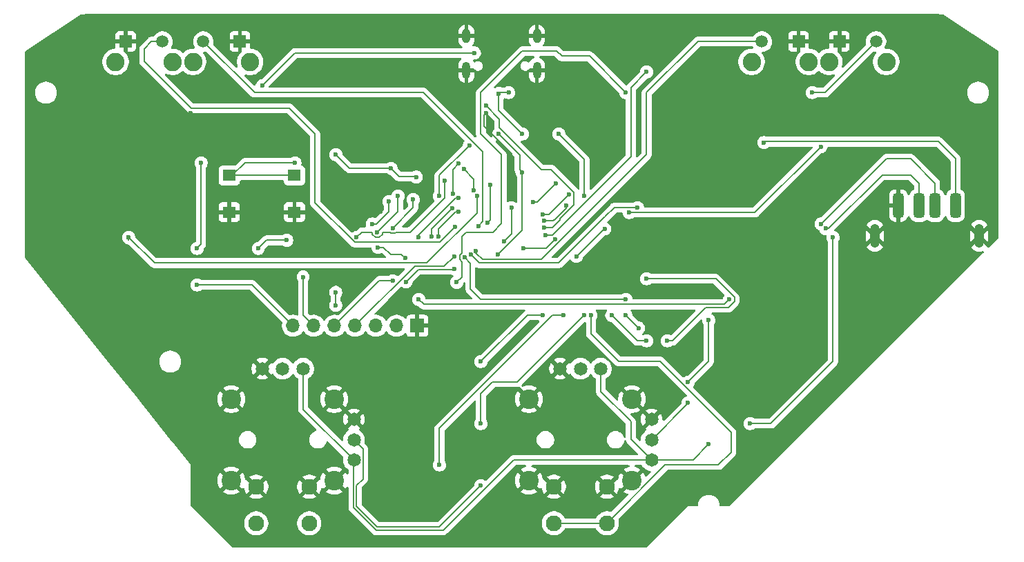
<source format=gbr>
%TF.GenerationSoftware,KiCad,Pcbnew,9.0.0-9.0.0-2~ubuntu24.04.1*%
%TF.CreationDate,2025-03-25T15:14:42+01:00*%
%TF.ProjectId,omnicontroller,6f6d6e69-636f-46e7-9472-6f6c6c65722e,rev?*%
%TF.SameCoordinates,Original*%
%TF.FileFunction,Copper,L2,Bot*%
%TF.FilePolarity,Positive*%
%FSLAX46Y46*%
G04 Gerber Fmt 4.6, Leading zero omitted, Abs format (unit mm)*
G04 Created by KiCad (PCBNEW 9.0.0-9.0.0-2~ubuntu24.04.1) date 2025-03-25 15:14:42*
%MOMM*%
%LPD*%
G01*
G04 APERTURE LIST*
G04 Aperture macros list*
%AMRoundRect*
0 Rectangle with rounded corners*
0 $1 Rounding radius*
0 $2 $3 $4 $5 $6 $7 $8 $9 X,Y pos of 4 corners*
0 Add a 4 corners polygon primitive as box body*
4,1,4,$2,$3,$4,$5,$6,$7,$8,$9,$2,$3,0*
0 Add four circle primitives for the rounded corners*
1,1,$1+$1,$2,$3*
1,1,$1+$1,$4,$5*
1,1,$1+$1,$6,$7*
1,1,$1+$1,$8,$9*
0 Add four rect primitives between the rounded corners*
20,1,$1+$1,$2,$3,$4,$5,0*
20,1,$1+$1,$4,$5,$6,$7,0*
20,1,$1+$1,$6,$7,$8,$9,0*
20,1,$1+$1,$8,$9,$2,$3,0*%
G04 Aperture macros list end*
%TA.AperFunction,HeatsinkPad*%
%ADD10O,1.000000X2.100000*%
%TD*%
%TA.AperFunction,HeatsinkPad*%
%ADD11O,1.000000X1.800000*%
%TD*%
%TA.AperFunction,ComponentPad*%
%ADD12R,1.508000X1.508000*%
%TD*%
%TA.AperFunction,ComponentPad*%
%ADD13C,1.508000*%
%TD*%
%TA.AperFunction,ComponentPad*%
%ADD14C,2.250000*%
%TD*%
%TA.AperFunction,ComponentPad*%
%ADD15C,1.650000*%
%TD*%
%TA.AperFunction,ComponentPad*%
%ADD16C,2.400000*%
%TD*%
%TA.AperFunction,ComponentPad*%
%ADD17C,1.950000*%
%TD*%
%TA.AperFunction,ComponentPad*%
%ADD18R,1.700000X1.700000*%
%TD*%
%TA.AperFunction,ComponentPad*%
%ADD19O,1.700000X1.700000*%
%TD*%
%TA.AperFunction,SMDPad,CuDef*%
%ADD20R,1.600000X1.400000*%
%TD*%
%TA.AperFunction,SMDPad,CuDef*%
%ADD21RoundRect,0.325000X0.325000X1.175000X-0.325000X1.175000X-0.325000X-1.175000X0.325000X-1.175000X0*%
%TD*%
%TA.AperFunction,HeatsinkPad*%
%ADD22O,1.200000X2.900000*%
%TD*%
%TA.AperFunction,ViaPad*%
%ADD23C,0.600000*%
%TD*%
%TA.AperFunction,Conductor*%
%ADD24C,0.200000*%
%TD*%
G04 APERTURE END LIST*
D10*
%TO.P,J1,S1,SHIELD*%
%TO.N,GND*%
X121160000Y-53125000D03*
D11*
X121160000Y-48925000D03*
D10*
X112520000Y-53125000D03*
D11*
X112520000Y-48925000D03*
%TD*%
D12*
%TO.P,bR1,1,1*%
%TO.N,GND*%
X153250000Y-49600000D03*
D13*
%TO.P,bR1,2,2*%
%TO.N,GP12*%
X148750000Y-49600000D03*
D14*
%TO.P,bR1,3*%
%TO.N,N/C*%
X154500000Y-52100000D03*
%TO.P,bR1,4*%
X147500000Y-52100000D03*
%TD*%
D15*
%TO.P,RightStick1,HGND,HGND*%
%TO.N,GND*%
X124000000Y-89770000D03*
%TO.P,RightStick1,HOut,HOut*%
%TO.N,GP29*%
X126500000Y-89770000D03*
%TO.P,RightStick1,HVCC,HVCC*%
%TO.N,+3V3*%
X129000000Y-89770000D03*
D16*
%TO.P,RightStick1,SH1,SHIELD*%
%TO.N,GND*%
X120175000Y-93500000D03*
%TO.P,RightStick1,SH2,SHIELD*%
X132825000Y-93500000D03*
%TO.P,RightStick1,SH3,SHIELD*%
X132825000Y-103500000D03*
%TO.P,RightStick1,SH4,SHIELD*%
X120175000Y-103500000D03*
D17*
%TO.P,RightStick1,SwGND,SwGND*%
X123250000Y-104250000D03*
X129750000Y-104250000D03*
%TO.P,RightStick1,Switch,Switch*%
%TO.N,GP19*%
X123250000Y-108750000D03*
X129750000Y-108750000D03*
D15*
%TO.P,RightStick1,VGND,VGND*%
%TO.N,GND*%
X135230000Y-96000000D03*
%TO.P,RightStick1,VOut,VOut*%
%TO.N,GP28*%
X135230000Y-98500000D03*
%TO.P,RightStick1,VVCC,VVCC*%
%TO.N,+3V3*%
X135230000Y-101000000D03*
%TD*%
%TO.P,LeftStick1,HGND,HGND*%
%TO.N,GND*%
X87500000Y-89770000D03*
%TO.P,LeftStick1,HOut,HOut*%
%TO.N,GP27*%
X90000000Y-89770000D03*
%TO.P,LeftStick1,HVCC,HVCC*%
%TO.N,+3V3*%
X92500000Y-89770000D03*
D16*
%TO.P,LeftStick1,SH1,SHIELD*%
%TO.N,GND*%
X83675000Y-93500000D03*
%TO.P,LeftStick1,SH2,SHIELD*%
X96325000Y-93500000D03*
%TO.P,LeftStick1,SH3,SHIELD*%
X96325000Y-103500000D03*
%TO.P,LeftStick1,SH4,SHIELD*%
X83675000Y-103500000D03*
D17*
%TO.P,LeftStick1,SwGND,SwGND*%
X86750000Y-104250000D03*
X93250000Y-104250000D03*
%TO.P,LeftStick1,Switch,Switch*%
%TO.N,GP18*%
X86750000Y-108750000D03*
X93250000Y-108750000D03*
D15*
%TO.P,LeftStick1,VGND,VGND*%
%TO.N,GND*%
X98730000Y-96000000D03*
%TO.P,LeftStick1,VOut,VOut*%
%TO.N,GP26*%
X98730000Y-98500000D03*
%TO.P,LeftStick1,VVCC,VVCC*%
%TO.N,+3V3*%
X98730000Y-101000000D03*
%TD*%
D12*
%TO.P,bL1,1,1*%
%TO.N,GND*%
X84750000Y-49600000D03*
D13*
%TO.P,bL1,2,2*%
%TO.N,GP13*%
X80250000Y-49600000D03*
D14*
%TO.P,bL1,3*%
%TO.N,N/C*%
X86000000Y-52100000D03*
%TO.P,bL1,4*%
X79000000Y-52100000D03*
%TD*%
D18*
%TO.P,J3,1,Pin_1*%
%TO.N,GND*%
X106500000Y-84500000D03*
D19*
%TO.P,J3,2,Pin_2*%
%TO.N,GP00*%
X103960000Y-84500000D03*
%TO.P,J3,3,Pin_3*%
%TO.N,GP01*%
X101420000Y-84500000D03*
%TO.P,J3,4,Pin_4*%
%TO.N,GP14*%
X98880000Y-84500000D03*
%TO.P,J3,5,Pin_5*%
%TO.N,GP15*%
X96340000Y-84500000D03*
%TO.P,J3,6,Pin_6*%
%TO.N,+3V3*%
X93800000Y-84500000D03*
%TO.P,J3,7,Pin_7*%
%TO.N,VBUS*%
X91260000Y-84500000D03*
%TD*%
D20*
%TO.P,BOOT_SEL1,1,1*%
%TO.N,GND*%
X83440000Y-70540000D03*
X91440000Y-70540000D03*
%TO.P,BOOT_SEL1,2,2*%
%TO.N,Net-(BOOT_SEL1-Pad2)*%
X83440000Y-66040000D03*
X91440000Y-66040000D03*
%TD*%
D12*
%TO.P,bR2,1,1*%
%TO.N,GND*%
X158250000Y-49600000D03*
D13*
%TO.P,bR2,2,2*%
%TO.N,GP08*%
X162750000Y-49600000D03*
D14*
%TO.P,bR2,3*%
%TO.N,N/C*%
X157000000Y-52100000D03*
%TO.P,bR2,4*%
X164000000Y-52100000D03*
%TD*%
D12*
%TO.P,bL2,1,1*%
%TO.N,GND*%
X70750000Y-49600000D03*
D13*
%TO.P,bL2,2,2*%
%TO.N,GP09*%
X75250000Y-49600000D03*
D14*
%TO.P,bL2,3*%
%TO.N,N/C*%
X69500000Y-52100000D03*
%TO.P,bL2,4*%
X76500000Y-52100000D03*
%TD*%
D21*
%TO.P,J2,1,VBUS*%
%TO.N,VBUS*%
X172500000Y-69750000D03*
%TO.P,J2,2,D-*%
%TO.N,GP25*%
X170000000Y-69750000D03*
%TO.P,J2,3,D+*%
%TO.N,GP24*%
X168000000Y-69750000D03*
%TO.P,J2,4,GND*%
%TO.N,GND*%
X165500000Y-69750000D03*
D22*
%TO.P,J2,5,Shield*%
X175400000Y-73450000D03*
X162600000Y-73450000D03*
%TD*%
D23*
%TO.N,VBUS*%
X79500000Y-79500000D03*
X80000000Y-64500000D03*
X127000000Y-68580000D03*
X113500000Y-51000000D03*
X123860000Y-60960000D03*
X79500000Y-75000000D03*
X149000000Y-62000000D03*
X87500000Y-55000000D03*
%TO.N,GND*%
X134000000Y-109220000D03*
X149860000Y-66040000D03*
X170180000Y-63500000D03*
X109220000Y-91440000D03*
X126000000Y-66500000D03*
X101600000Y-96000000D03*
X109220000Y-53340000D03*
X63500000Y-48260000D03*
X114300000Y-99060000D03*
X132080000Y-68580000D03*
X144780000Y-68580000D03*
X142240000Y-50800000D03*
X120000000Y-85000000D03*
X162560000Y-86360000D03*
X173500000Y-74500000D03*
X137160000Y-63500000D03*
X83820000Y-106680000D03*
X152400000Y-58420000D03*
X154940000Y-76200000D03*
X104140000Y-48260000D03*
X114900000Y-58420000D03*
X78000000Y-79030000D03*
X93980000Y-58420000D03*
X162560000Y-63500000D03*
X137160000Y-76200000D03*
X60960000Y-66040000D03*
X118332892Y-78598578D03*
X127000000Y-58420000D03*
X109220000Y-78740000D03*
X101600000Y-58420000D03*
X124460000Y-53340000D03*
X119380000Y-96520000D03*
X160000000Y-73000000D03*
X91440000Y-48260000D03*
X63500000Y-60960000D03*
X165100000Y-73660000D03*
X142240000Y-58420000D03*
X118042500Y-68580000D03*
X132080000Y-91000000D03*
X138000000Y-88900000D03*
X132080000Y-76200000D03*
X78740000Y-93980000D03*
X99060000Y-93980000D03*
X131000000Y-63500000D03*
X124460000Y-48260000D03*
X78740000Y-48260000D03*
X144780000Y-83820000D03*
X111760000Y-58420000D03*
X170180000Y-50800000D03*
X64000000Y-55880000D03*
X106680000Y-99060000D03*
X105500000Y-82500000D03*
X106680000Y-88900000D03*
X86360000Y-68580000D03*
X96520000Y-68580000D03*
X106000000Y-111000000D03*
X114810291Y-48260000D03*
X170180000Y-58420000D03*
X96600000Y-107000000D03*
X67000000Y-79030000D03*
X93980000Y-73660000D03*
X144780000Y-104140000D03*
X71120000Y-68580000D03*
X91440000Y-68580000D03*
X116840000Y-106680000D03*
X81280000Y-71120000D03*
X121920000Y-60960000D03*
X175260000Y-66040000D03*
X154940000Y-83820000D03*
X154940000Y-60960000D03*
X137160000Y-93000000D03*
X124300000Y-91600000D03*
X102000000Y-70485000D03*
X147320000Y-58420000D03*
X106680000Y-58420000D03*
X137160000Y-68580000D03*
X129000000Y-85000000D03*
X121200000Y-105700000D03*
X78740000Y-58420000D03*
X147320000Y-93980000D03*
X86360000Y-86360000D03*
X129540000Y-106680000D03*
X144780000Y-76200000D03*
X104140000Y-106680000D03*
X78000000Y-75500000D03*
X152400000Y-96520000D03*
X152500000Y-47500000D03*
X168500000Y-76500000D03*
X137160000Y-58420000D03*
X158000000Y-58000000D03*
X109000000Y-85000000D03*
X78800000Y-61500000D03*
X95500000Y-100000000D03*
%TO.N,GP00*%
X103500000Y-72500000D03*
X96500000Y-82000000D03*
X96500000Y-80390000D03*
X106000000Y-69000000D03*
%TO.N,GP14*%
X111000000Y-76000000D03*
%TO.N,GP01*%
X101000000Y-72000000D03*
X112227132Y-65272868D03*
X113432460Y-67869423D03*
X105000000Y-76200000D03*
X101680000Y-74860000D03*
X103000000Y-69259000D03*
%TO.N,GP15*%
X111000000Y-77500000D03*
X103500000Y-79000000D03*
X105114265Y-79114265D03*
%TO.N,GP23*%
X156000000Y-62500000D03*
X125114971Y-68385029D03*
X121897977Y-70824162D03*
X132500000Y-70600000D03*
%TO.N,GP22*%
X122018121Y-71615092D03*
X124750000Y-69750000D03*
%TO.N,GP25*%
X120678635Y-69335000D03*
X123500000Y-67000000D03*
X156000000Y-72000000D03*
%TO.N,GP24*%
X126000000Y-76000000D03*
X119500000Y-74975000D03*
X156565687Y-72565687D03*
X117142500Y-74110000D03*
X118042502Y-70000000D03*
X123385735Y-73885735D03*
X129500000Y-72600000D03*
%TO.N,GP26*%
X130340003Y-83220000D03*
X114300000Y-104140000D03*
X134620000Y-86360000D03*
%TO.N,GP27*%
X133650000Y-84790000D03*
X132080000Y-83220000D03*
%TO.N,GP28*%
X139700000Y-93980000D03*
X139700000Y-91440000D03*
X142240000Y-83820000D03*
%TO.N,GP29*%
X137160000Y-86360000D03*
X134620000Y-78740000D03*
%TO.N,USB_DM*%
X119380000Y-60960000D03*
X116490000Y-55980000D03*
X117690000Y-55880000D03*
%TO.N,+1V1*%
X119380000Y-65697500D03*
X116415736Y-75775736D03*
X116490000Y-60960000D03*
%TO.N,Net-(BOOT_SEL1-Pad2)*%
X91500000Y-64500000D03*
%TO.N,QSPI_SS*%
X106375735Y-66239000D03*
X96520000Y-63500000D03*
X103268235Y-65168234D03*
%TO.N,QSPI_SD3*%
X109220000Y-68580000D03*
X112892222Y-62367777D03*
%TO.N,GP06*%
X108275083Y-73563610D03*
X110812372Y-70064576D03*
%TO.N,GP07*%
X144780000Y-81280000D03*
X106680000Y-81280000D03*
X111550000Y-70532078D03*
X109123611Y-73563611D03*
%TO.N,GP12*%
X113706491Y-75348455D03*
%TO.N,GP08*%
X154940000Y-55880000D03*
X132080000Y-55880000D03*
X111335736Y-79164265D03*
%TO.N,GP19*%
X127800003Y-83220000D03*
%TO.N,GP21*%
X114900000Y-57489769D03*
X122087960Y-72412040D03*
%TO.N,GP03*%
X111550000Y-68789507D03*
X106680000Y-73660000D03*
%TO.N,GP13*%
X113973106Y-72230974D03*
%TO.N,GP09*%
X111160000Y-72375751D03*
%TO.N,GP18*%
X114300000Y-96520000D03*
X127000000Y-83220000D03*
%TO.N,GP04*%
X71120000Y-73660000D03*
X113800000Y-68580000D03*
%TO.N,GP20*%
X134620000Y-53340000D03*
X122203695Y-73376305D03*
%TO.N,GP16*%
X121920000Y-83220000D03*
X114300000Y-88900000D03*
%TO.N,GP17*%
X109220000Y-101600000D03*
X124460000Y-83220000D03*
%TO.N,GP02*%
X110857016Y-68326736D03*
X111554264Y-64600000D03*
X101600000Y-73060000D03*
X104140000Y-68580000D03*
%TO.N,GP10*%
X112306717Y-76114125D03*
X132080000Y-81280000D03*
%TO.N,GP11*%
X113035393Y-75783922D03*
X133500000Y-70000000D03*
%TO.N,+3V3*%
X115138860Y-71835002D03*
X157480000Y-73660000D03*
X109819999Y-66680892D03*
X99060000Y-73660000D03*
X147320000Y-96520000D03*
X92500000Y-78500000D03*
X115477306Y-67228578D03*
X142240000Y-99060000D03*
X90500000Y-74000000D03*
X87000000Y-75000000D03*
%TD*%
D24*
%TO.N,VBUS*%
X127000000Y-64100000D02*
X127000000Y-68580000D01*
X149101000Y-61899000D02*
X170399000Y-61899000D01*
X80000000Y-64500000D02*
X80000000Y-74500000D01*
X79500000Y-79500000D02*
X86260000Y-79500000D01*
X123860000Y-60960000D02*
X127000000Y-64100000D01*
X91500000Y-51000000D02*
X87500000Y-55000000D01*
X149000000Y-62000000D02*
X149101000Y-61899000D01*
X172500000Y-64000000D02*
X172500000Y-69750000D01*
X170399000Y-61899000D02*
X172500000Y-64000000D01*
X86260000Y-79500000D02*
X91260000Y-84500000D01*
X113500000Y-51000000D02*
X91500000Y-51000000D01*
X80000000Y-74500000D02*
X79500000Y-75000000D01*
%TO.N,GND*%
X114700000Y-58620000D02*
X114900000Y-58420000D01*
X118042500Y-68580000D02*
X118042500Y-63361029D01*
X114700000Y-60018529D02*
X114700000Y-58620000D01*
X118042500Y-63361029D02*
X114700000Y-60018529D01*
%TO.N,GP00*%
X96500000Y-80390000D02*
X96500000Y-82000000D01*
X106000000Y-69000000D02*
X106000000Y-70000000D01*
X106000000Y-70000000D02*
X103500000Y-72500000D01*
%TO.N,GP14*%
X111000000Y-76000000D02*
X109799000Y-77201000D01*
X109799000Y-77201000D02*
X106179000Y-77201000D01*
X106179000Y-77201000D02*
X98880000Y-84500000D01*
%TO.N,GP01*%
X103245735Y-75745735D02*
X102360000Y-74860000D01*
X113432460Y-66478196D02*
X113432460Y-67869423D01*
X103000000Y-69259000D02*
X103000000Y-70500000D01*
X105000000Y-76200000D02*
X104545735Y-75745735D01*
X103000000Y-70500000D02*
X101500000Y-72000000D01*
X101500000Y-72000000D02*
X101000000Y-72000000D01*
X102360000Y-74860000D02*
X101680000Y-74860000D01*
X104545735Y-75745735D02*
X103245735Y-75745735D01*
X112227132Y-65272868D02*
X113432460Y-66478196D01*
%TO.N,GP15*%
X103500000Y-79000000D02*
X101840000Y-79000000D01*
X106626530Y-77602000D02*
X105114265Y-79114265D01*
X110898000Y-77602000D02*
X106626530Y-77602000D01*
X111000000Y-77500000D02*
X110898000Y-77602000D01*
X101840000Y-79000000D02*
X96340000Y-84500000D01*
%TO.N,GP23*%
X122675838Y-70824162D02*
X125114971Y-68385029D01*
X132500000Y-70600000D02*
X147900000Y-70600000D01*
X147900000Y-70600000D02*
X156000000Y-62500000D01*
X121897977Y-70824162D02*
X122675838Y-70824162D01*
%TO.N,GP22*%
X123167750Y-71615092D02*
X123391421Y-71391421D01*
X122018121Y-71615092D02*
X123167750Y-71615092D01*
X124750000Y-70032843D02*
X123391421Y-71391421D01*
X124750000Y-69750000D02*
X124750000Y-70032843D01*
%TO.N,GP25*%
X170000000Y-67000000D02*
X170000000Y-69750000D01*
X164000000Y-64000000D02*
X167000000Y-64000000D01*
X121165000Y-69335000D02*
X123500000Y-67000000D01*
X167000000Y-64000000D02*
X170000000Y-67000000D01*
X156000000Y-72000000D02*
X164000000Y-64000000D01*
X120678635Y-69335000D02*
X121165000Y-69335000D01*
%TO.N,GP24*%
X118091028Y-70048526D02*
X118091028Y-73161472D01*
X122296470Y-74975000D02*
X123385735Y-73885735D01*
X168000000Y-67000000D02*
X168000000Y-69750000D01*
X129500000Y-72500000D02*
X129500000Y-72600000D01*
X119500000Y-74975000D02*
X122296470Y-74975000D01*
X167000000Y-66000000D02*
X168000000Y-67000000D01*
X118042502Y-70000000D02*
X118091028Y-70048526D01*
X118091028Y-73161472D02*
X117142500Y-74110000D01*
X126000000Y-76000000D02*
X129500000Y-72500000D01*
X156565687Y-72565687D02*
X156934313Y-72565687D01*
X163500000Y-66000000D02*
X167000000Y-66000000D01*
X156934313Y-72565687D02*
X163500000Y-66000000D01*
%TO.N,GP26*%
X133480003Y-86360000D02*
X134620000Y-86360000D01*
X99060000Y-104140000D02*
X99855000Y-103345000D01*
X130340003Y-83220000D02*
X133480003Y-86360000D01*
X101600000Y-109220000D02*
X99060000Y-106680000D01*
X99060000Y-106680000D02*
X99060000Y-104140000D01*
X114300000Y-104140000D02*
X109220000Y-109220000D01*
X99855000Y-103345000D02*
X99855000Y-99625000D01*
X99855000Y-99625000D02*
X98730000Y-98500000D01*
X109220000Y-109220000D02*
X101600000Y-109220000D01*
%TO.N,GP27*%
X133650000Y-84790000D02*
X132080000Y-83220000D01*
%TO.N,GP28*%
X142240000Y-88900000D02*
X139700000Y-91440000D01*
X139700000Y-93980000D02*
X139700000Y-94030000D01*
X142240000Y-83820000D02*
X142240000Y-88900000D01*
X139700000Y-94030000D02*
X135230000Y-98500000D01*
%TO.N,GP29*%
X145380000Y-81031471D02*
X143088529Y-78740000D01*
X144628529Y-82280000D02*
X145380000Y-81528529D01*
X143088529Y-78740000D02*
X134620000Y-78740000D01*
X145380000Y-81528529D02*
X145380000Y-81031471D01*
X137753190Y-86360000D02*
X141833190Y-82280000D01*
X141833190Y-82280000D02*
X144628529Y-82280000D01*
X137160000Y-86360000D02*
X137753190Y-86360000D01*
%TO.N,USB_DM*%
X116590000Y-55880000D02*
X116490000Y-55980000D01*
X119380000Y-60960000D02*
X116490000Y-58070000D01*
X116490000Y-58070000D02*
X116490000Y-55980000D01*
X117690000Y-55880000D02*
X116590000Y-55880000D01*
%TO.N,+1V1*%
X119380000Y-72811472D02*
X116415736Y-75775736D01*
X116490000Y-60960000D02*
X119043923Y-63513923D01*
X119380000Y-65697500D02*
X119380000Y-72811472D01*
X119043923Y-63513923D02*
X119043923Y-65361423D01*
X119043923Y-65361423D02*
X119380000Y-65697500D01*
%TO.N,Net-(BOOT_SEL1-Pad2)*%
X83820000Y-66040000D02*
X91440000Y-66040000D01*
X91500000Y-64500000D02*
X85360000Y-64500000D01*
X85360000Y-64500000D02*
X83820000Y-66040000D01*
%TO.N,QSPI_SS*%
X104264266Y-66164265D02*
X103268235Y-65168234D01*
X106375735Y-66164265D02*
X104264266Y-66164265D01*
X98188234Y-65168234D02*
X103268235Y-65168234D01*
X96520000Y-63500000D02*
X98188234Y-65168234D01*
%TO.N,QSPI_SD3*%
X109220000Y-66039999D02*
X109220000Y-68580000D01*
X112892222Y-62367777D02*
X109220000Y-66039999D01*
%TO.N,GP06*%
X108275083Y-72601865D02*
X108275083Y-73563610D01*
X110812372Y-70064576D02*
X108275083Y-72601865D01*
%TO.N,GP07*%
X106680000Y-81280000D02*
X107280000Y-81880000D01*
X107280000Y-81880000D02*
X144180000Y-81880000D01*
X111550000Y-70532078D02*
X111188461Y-70532078D01*
X111188461Y-70532078D02*
X109123611Y-72596928D01*
X144180000Y-81880000D02*
X144780000Y-81280000D01*
X109123611Y-72596928D02*
X109123611Y-73563611D01*
%TO.N,GP12*%
X114475736Y-76375736D02*
X121744264Y-76375736D01*
X134620000Y-55880000D02*
X140900000Y-49600000D01*
X113706491Y-75606491D02*
X114475736Y-76375736D01*
X134620000Y-63500000D02*
X134620000Y-55880000D01*
X113706491Y-75348455D02*
X113706491Y-75606491D01*
X121744264Y-76375736D02*
X134620000Y-63500000D01*
X140900000Y-49600000D02*
X148750000Y-49600000D01*
%TO.N,GP08*%
X111335736Y-79164265D02*
X112000000Y-78500001D01*
X112000000Y-76657351D02*
X111705717Y-76363068D01*
X124211471Y-51400000D02*
X127600000Y-51400000D01*
X154940000Y-55880000D02*
X156470000Y-55880000D01*
X114300000Y-60960000D02*
X114300000Y-55880000D01*
X116840000Y-63500000D02*
X114300000Y-60960000D01*
X112000000Y-73500000D02*
X112500000Y-73000000D01*
X119380000Y-50800000D02*
X123611471Y-50800000D01*
X116840000Y-71906173D02*
X116840000Y-63500000D01*
X111705717Y-76363068D02*
X111705717Y-75865182D01*
X114300000Y-55880000D02*
X119380000Y-50800000D01*
X115746173Y-73000000D02*
X116840000Y-71906173D01*
X123611471Y-50800000D02*
X124211471Y-51400000D01*
X127600000Y-51400000D02*
X132080000Y-55880000D01*
X111705717Y-75865182D02*
X112000000Y-75570899D01*
X112000000Y-78500001D02*
X112000000Y-76657351D01*
X112000000Y-75570899D02*
X112000000Y-73500000D01*
X156470000Y-55880000D02*
X162750000Y-49600000D01*
X112500000Y-73000000D02*
X115746173Y-73000000D01*
%TO.N,GP19*%
X136900000Y-101600000D02*
X129750000Y-108750000D01*
X123250000Y-108750000D02*
X129750000Y-108750000D01*
X127800003Y-85468532D02*
X127800003Y-83220000D01*
X142500000Y-101600000D02*
X136900000Y-101600000D01*
X136311471Y-88900000D02*
X145000000Y-97588529D01*
X143400000Y-101600000D02*
X142500000Y-101600000D01*
X136311471Y-88900000D02*
X131231471Y-88900000D01*
X145000000Y-100000000D02*
X143400000Y-101600000D01*
X131231471Y-88900000D02*
X127800003Y-85468532D01*
X145000000Y-97588529D02*
X145000000Y-100000000D01*
%TO.N,GP21*%
X123995108Y-71504892D02*
X123995108Y-71354835D01*
X122886521Y-65306636D02*
X121685165Y-65306636D01*
X116557157Y-59146926D02*
X114900000Y-57489769D01*
X116557157Y-60178628D02*
X116557157Y-59146926D01*
X121685165Y-65306636D02*
X116557157Y-60178628D01*
X122087960Y-72412040D02*
X123087960Y-72412040D01*
X123087960Y-72412040D02*
X123995108Y-71504892D01*
X125715971Y-68136086D02*
X122886521Y-65306636D01*
X125715971Y-69633972D02*
X125715971Y-68136086D01*
X123995108Y-71354835D02*
X125715971Y-69633972D01*
%TO.N,GP03*%
X111238912Y-68789507D02*
X106680000Y-73348419D01*
X106680000Y-73348419D02*
X106680000Y-73660000D01*
X111579447Y-68789507D02*
X111238912Y-68789507D01*
%TO.N,GP13*%
X107252974Y-55880000D02*
X86530000Y-55880000D01*
X114486173Y-71717907D02*
X114486173Y-63113199D01*
X86530000Y-55880000D02*
X80250000Y-49600000D01*
X114486173Y-63113199D02*
X107252974Y-55880000D01*
X113973106Y-72230974D02*
X114486173Y-71717907D01*
%TO.N,GP09*%
X90839000Y-57819000D02*
X78819000Y-57819000D01*
X93980000Y-60960000D02*
X90839000Y-57819000D01*
X78819000Y-57819000D02*
X73000000Y-52000000D01*
X111160000Y-72375751D02*
X109275751Y-74260000D01*
X73900000Y-49600000D02*
X75250000Y-49600000D01*
X98811471Y-74260000D02*
X93980000Y-69428529D01*
X73000000Y-50500000D02*
X73900000Y-49600000D01*
X109275751Y-74260000D02*
X98811471Y-74260000D01*
X93980000Y-69428529D02*
X93980000Y-60960000D01*
X73000000Y-52000000D02*
X73000000Y-50500000D01*
%TO.N,GP18*%
X118780000Y-91440000D02*
X115714216Y-91440000D01*
X114300000Y-92854216D02*
X114300000Y-96520000D01*
X115714216Y-91440000D02*
X114300000Y-92854216D01*
X127000000Y-83220000D02*
X118780000Y-91440000D01*
%TO.N,GP04*%
X71120000Y-73660000D02*
X71120000Y-73950000D01*
X113800000Y-70630094D02*
X107630094Y-76800000D01*
X113800000Y-68580000D02*
X113800000Y-70630094D01*
X107630094Y-76800000D02*
X74260000Y-76800000D01*
X74260000Y-76800000D02*
X71120000Y-73660000D01*
%TO.N,GP20*%
X132680000Y-63748529D02*
X132680000Y-55280000D01*
X132680000Y-55280000D02*
X134620000Y-53340000D01*
X122203695Y-73376305D02*
X123052224Y-73376305D01*
X123052224Y-73376305D02*
X132680000Y-63748529D01*
%TO.N,GP16*%
X119980000Y-83220000D02*
X121920000Y-83220000D01*
X114300000Y-88900000D02*
X119980000Y-83220000D01*
%TO.N,GP17*%
X109220000Y-97085686D02*
X123085686Y-83220000D01*
X109220000Y-101600000D02*
X109220000Y-97085686D01*
X123085686Y-83220000D02*
X124460000Y-83220000D01*
%TO.N,GP02*%
X111554264Y-64600000D02*
X111508528Y-64600000D01*
X104140000Y-70520000D02*
X101600000Y-73060000D01*
X110857016Y-65297248D02*
X110857016Y-68326736D01*
X104140000Y-68580000D02*
X104140000Y-70520000D01*
X111554264Y-64600000D02*
X110857016Y-65297248D01*
%TO.N,GP10*%
X112306717Y-76114125D02*
X113000000Y-76807408D01*
X113000000Y-76807408D02*
X113000000Y-79980000D01*
X114300000Y-81280000D02*
X132080000Y-81280000D01*
X113000000Y-79980000D02*
X114300000Y-81280000D01*
%TO.N,GP11*%
X130660000Y-70000000D02*
X133500000Y-70000000D01*
X129540000Y-71120000D02*
X130660000Y-70000000D01*
X129540000Y-71120000D02*
X123860000Y-76800000D01*
X123860000Y-76800000D02*
X114051471Y-76800000D01*
X114051471Y-76800000D02*
X113035393Y-75783922D01*
%TO.N,+3V3*%
X109820000Y-68828529D02*
X105648529Y-73000000D01*
X92500000Y-94770000D02*
X92500000Y-89770000D01*
X88000000Y-74000000D02*
X87000000Y-75000000D01*
X102227100Y-73000000D02*
X102201000Y-73026100D01*
X101848943Y-73661000D02*
X101351057Y-73661000D01*
X115138860Y-71835002D02*
X115477306Y-71496556D01*
X90500000Y-74000000D02*
X88000000Y-74000000D01*
X132680000Y-98450000D02*
X135230000Y-101000000D01*
X109819999Y-66680892D02*
X109820000Y-66680893D01*
X129000000Y-89770000D02*
X129000000Y-92591471D01*
X101351057Y-73661000D02*
X100999000Y-73308943D01*
X132680000Y-96271471D02*
X132680000Y-98450000D01*
X98730000Y-101000000D02*
X92500000Y-94770000D01*
X109668529Y-109620000D02*
X101434314Y-109620000D01*
X101434314Y-109620000D02*
X98660000Y-106845686D01*
X102201000Y-73308943D02*
X101848943Y-73661000D01*
X118288529Y-101000000D02*
X109668529Y-109620000D01*
X92500000Y-78500000D02*
X92500000Y-83200000D01*
X103251057Y-73101000D02*
X103150057Y-73000000D01*
X149860000Y-96520000D02*
X147320000Y-96520000D01*
X103849943Y-73000000D02*
X103748943Y-73101000D01*
X109820000Y-66680893D02*
X109820000Y-68828529D01*
X157480000Y-88900000D02*
X149860000Y-96520000D01*
X100999000Y-73308943D02*
X100999000Y-73000000D01*
X129000000Y-92591471D02*
X132680000Y-96271471D01*
X142240000Y-99060000D02*
X140300000Y-101000000D01*
X115477306Y-71496556D02*
X115477306Y-67228578D01*
X103748943Y-73101000D02*
X103251057Y-73101000D01*
X135230000Y-101000000D02*
X118288529Y-101000000D01*
X105648529Y-73000000D02*
X103849943Y-73000000D01*
X157480000Y-73660000D02*
X157480000Y-88900000D01*
X102201000Y-73026100D02*
X102201000Y-73308943D01*
X99720000Y-73000000D02*
X99060000Y-73660000D01*
X98660000Y-106845686D02*
X98660000Y-101070000D01*
X92500000Y-83200000D02*
X93800000Y-84500000D01*
X103150057Y-73000000D02*
X102227100Y-73000000D01*
X100999000Y-73000000D02*
X99720000Y-73000000D01*
X140300000Y-101000000D02*
X135230000Y-101000000D01*
X98660000Y-101070000D02*
X98730000Y-101000000D01*
%TD*%
%TA.AperFunction,Conductor*%
%TO.N,GND*%
G36*
X134039377Y-101620185D02*
G01*
X134082823Y-101668205D01*
X134096330Y-101694714D01*
X134218965Y-101863505D01*
X134366495Y-102011035D01*
X134535286Y-102133670D01*
X134586130Y-102159576D01*
X134721179Y-102228387D01*
X134721181Y-102228387D01*
X134721184Y-102228389D01*
X134827545Y-102262948D01*
X134919610Y-102292862D01*
X135057608Y-102314719D01*
X135120743Y-102344648D01*
X135157674Y-102403960D01*
X135156676Y-102473822D01*
X135125891Y-102524873D01*
X134645079Y-103005684D01*
X134583756Y-103039169D01*
X134514064Y-103034185D01*
X134458131Y-102992313D01*
X134440457Y-102955912D01*
X134439540Y-102956224D01*
X134438232Y-102952373D01*
X134352954Y-102746497D01*
X134352949Y-102746485D01*
X134241533Y-102553507D01*
X134190956Y-102487595D01*
X134190955Y-102487595D01*
X133540846Y-103137705D01*
X133533951Y-103121058D01*
X133446401Y-102990030D01*
X133334970Y-102878599D01*
X133203942Y-102791049D01*
X133187293Y-102784152D01*
X133837403Y-102134043D01*
X133837403Y-102134040D01*
X133771504Y-102083473D01*
X133771491Y-102083464D01*
X133578520Y-101972054D01*
X133578502Y-101972045D01*
X133372618Y-101886763D01*
X133214046Y-101844275D01*
X133154385Y-101807910D01*
X133123856Y-101745063D01*
X133132151Y-101675688D01*
X133176636Y-101621810D01*
X133243188Y-101600535D01*
X133246139Y-101600500D01*
X133972338Y-101600500D01*
X134039377Y-101620185D01*
G37*
%TD.AperFunction*%
%TA.AperFunction,Conductor*%
G36*
X129669307Y-82486738D02*
G01*
X129691396Y-82488318D01*
X129702179Y-82496390D01*
X129715101Y-82500185D01*
X129729600Y-82516918D01*
X129747329Y-82530190D01*
X129752036Y-82542810D01*
X129760856Y-82552989D01*
X129764007Y-82574906D01*
X129771746Y-82595654D01*
X129768883Y-82608814D01*
X129770800Y-82622147D01*
X129761600Y-82642290D01*
X129756894Y-82663927D01*
X129743625Y-82681652D01*
X129741775Y-82685703D01*
X129735743Y-82692181D01*
X129718216Y-82709707D01*
X129718213Y-82709711D01*
X129630612Y-82840814D01*
X129630605Y-82840827D01*
X129570267Y-82986498D01*
X129570264Y-82986510D01*
X129539503Y-83141153D01*
X129539503Y-83298846D01*
X129570264Y-83453489D01*
X129570267Y-83453501D01*
X129630605Y-83599172D01*
X129630612Y-83599185D01*
X129718213Y-83730288D01*
X129718216Y-83730292D01*
X129829710Y-83841786D01*
X129829714Y-83841789D01*
X129960817Y-83929390D01*
X129960830Y-83929397D01*
X130027413Y-83956976D01*
X130106506Y-83989737D01*
X130171150Y-84002595D01*
X130261852Y-84020638D01*
X130323763Y-84053023D01*
X130325341Y-84054573D01*
X133111287Y-86840520D01*
X133111289Y-86840521D01*
X133111293Y-86840524D01*
X133248212Y-86919573D01*
X133248219Y-86919577D01*
X133400946Y-86960501D01*
X133400948Y-86960501D01*
X133566657Y-86960501D01*
X133566673Y-86960500D01*
X134040234Y-86960500D01*
X134107273Y-86980185D01*
X134109125Y-86981398D01*
X134240814Y-87069390D01*
X134240827Y-87069397D01*
X134386498Y-87129735D01*
X134386503Y-87129737D01*
X134541153Y-87160499D01*
X134541156Y-87160500D01*
X134541158Y-87160500D01*
X134698844Y-87160500D01*
X134698845Y-87160499D01*
X134853497Y-87129737D01*
X134999179Y-87069394D01*
X135130289Y-86981789D01*
X135241789Y-86870289D01*
X135329394Y-86739179D01*
X135389737Y-86593497D01*
X135420500Y-86438842D01*
X135420500Y-86281158D01*
X135420500Y-86281155D01*
X135420499Y-86281153D01*
X135389738Y-86126510D01*
X135389737Y-86126503D01*
X135389735Y-86126498D01*
X135329397Y-85980827D01*
X135329390Y-85980814D01*
X135241789Y-85849711D01*
X135241786Y-85849707D01*
X135130292Y-85738213D01*
X135130288Y-85738210D01*
X134999185Y-85650609D01*
X134999172Y-85650602D01*
X134853501Y-85590264D01*
X134853489Y-85590261D01*
X134698845Y-85559500D01*
X134698842Y-85559500D01*
X134541158Y-85559500D01*
X134541155Y-85559500D01*
X134386510Y-85590261D01*
X134386498Y-85590264D01*
X134251748Y-85646079D01*
X134182279Y-85653548D01*
X134119800Y-85622272D01*
X134084148Y-85562183D01*
X134086642Y-85492358D01*
X134126491Y-85434966D01*
X134135406Y-85428415D01*
X134160289Y-85411789D01*
X134271789Y-85300289D01*
X134359394Y-85169179D01*
X134419737Y-85023497D01*
X134450500Y-84868842D01*
X134450500Y-84711158D01*
X134450500Y-84711155D01*
X134450499Y-84711153D01*
X134446887Y-84692993D01*
X134419737Y-84556503D01*
X134369067Y-84434174D01*
X134359397Y-84410827D01*
X134359390Y-84410814D01*
X134271789Y-84279711D01*
X134271786Y-84279707D01*
X134160292Y-84168213D01*
X134160288Y-84168210D01*
X134029185Y-84080609D01*
X134029172Y-84080602D01*
X133883501Y-84020264D01*
X133883491Y-84020261D01*
X133728149Y-83989361D01*
X133666238Y-83956976D01*
X133664660Y-83955425D01*
X132914574Y-83205339D01*
X132881089Y-83144016D01*
X132880638Y-83141849D01*
X132858080Y-83028448D01*
X132849737Y-82986503D01*
X132813866Y-82899902D01*
X132789397Y-82840827D01*
X132789390Y-82840814D01*
X132701789Y-82709711D01*
X132701786Y-82709707D01*
X132684260Y-82692181D01*
X132650775Y-82630858D01*
X132655759Y-82561166D01*
X132697631Y-82505233D01*
X132763095Y-82480816D01*
X132771941Y-82480500D01*
X140484093Y-82480500D01*
X140551132Y-82500185D01*
X140596887Y-82552989D01*
X140606831Y-82622147D01*
X140577806Y-82685703D01*
X140571774Y-82692181D01*
X137650211Y-85613742D01*
X137588888Y-85647227D01*
X137519196Y-85642243D01*
X137515078Y-85640622D01*
X137393501Y-85590264D01*
X137393489Y-85590261D01*
X137238845Y-85559500D01*
X137238842Y-85559500D01*
X137081158Y-85559500D01*
X137081155Y-85559500D01*
X136926510Y-85590261D01*
X136926498Y-85590264D01*
X136780827Y-85650602D01*
X136780814Y-85650609D01*
X136649711Y-85738210D01*
X136649707Y-85738213D01*
X136538213Y-85849707D01*
X136538210Y-85849711D01*
X136450609Y-85980814D01*
X136450602Y-85980827D01*
X136390264Y-86126498D01*
X136390261Y-86126510D01*
X136359500Y-86281153D01*
X136359500Y-86438846D01*
X136390261Y-86593489D01*
X136390264Y-86593501D01*
X136450602Y-86739172D01*
X136450609Y-86739185D01*
X136538210Y-86870288D01*
X136538213Y-86870292D01*
X136649707Y-86981786D01*
X136649711Y-86981789D01*
X136780814Y-87069390D01*
X136780827Y-87069397D01*
X136926498Y-87129735D01*
X136926503Y-87129737D01*
X137081153Y-87160499D01*
X137081156Y-87160500D01*
X137081158Y-87160500D01*
X137238844Y-87160500D01*
X137238845Y-87160499D01*
X137393497Y-87129737D01*
X137539179Y-87069394D01*
X137670289Y-86981789D01*
X137670288Y-86981789D01*
X137670873Y-86981399D01*
X137737550Y-86960521D01*
X137739764Y-86960501D01*
X137832244Y-86960501D01*
X137832247Y-86960501D01*
X137984975Y-86919577D01*
X138035094Y-86890639D01*
X138121906Y-86840520D01*
X138233710Y-86728716D01*
X138233710Y-86728714D01*
X138243918Y-86718507D01*
X138243920Y-86718504D01*
X141227819Y-83734605D01*
X141289142Y-83701120D01*
X141358834Y-83706104D01*
X141414767Y-83747976D01*
X141439184Y-83813440D01*
X141439500Y-83822286D01*
X141439500Y-83898846D01*
X141470261Y-84053489D01*
X141470264Y-84053501D01*
X141530602Y-84199172D01*
X141530609Y-84199185D01*
X141618602Y-84330874D01*
X141639480Y-84397551D01*
X141639500Y-84399765D01*
X141639500Y-88599903D01*
X141619815Y-88666942D01*
X141603181Y-88687584D01*
X139685339Y-90605425D01*
X139624016Y-90638910D01*
X139621850Y-90639361D01*
X139466508Y-90670261D01*
X139466498Y-90670264D01*
X139320827Y-90730602D01*
X139320814Y-90730609D01*
X139207909Y-90806051D01*
X139141231Y-90826929D01*
X139073851Y-90808445D01*
X139051337Y-90790630D01*
X136799061Y-88538355D01*
X136799059Y-88538352D01*
X136680188Y-88419481D01*
X136680187Y-88419480D01*
X136593375Y-88369360D01*
X136593375Y-88369359D01*
X136593371Y-88369358D01*
X136543256Y-88340423D01*
X136390528Y-88299499D01*
X136232414Y-88299499D01*
X136224818Y-88299499D01*
X136224802Y-88299500D01*
X131531569Y-88299500D01*
X131464530Y-88279815D01*
X131443888Y-88263181D01*
X128436822Y-85256115D01*
X128403337Y-85194792D01*
X128400503Y-85168434D01*
X128400503Y-83799765D01*
X128420188Y-83732726D01*
X128421401Y-83730874D01*
X128509393Y-83599185D01*
X128509393Y-83599184D01*
X128509397Y-83599179D01*
X128569740Y-83453497D01*
X128600503Y-83298842D01*
X128600503Y-83141158D01*
X128600503Y-83141155D01*
X128600502Y-83141153D01*
X128578083Y-83028448D01*
X128569740Y-82986503D01*
X128533869Y-82899902D01*
X128509400Y-82840827D01*
X128509393Y-82840814D01*
X128421792Y-82709711D01*
X128421789Y-82709707D01*
X128404263Y-82692181D01*
X128370778Y-82630858D01*
X128375762Y-82561166D01*
X128417634Y-82505233D01*
X128483098Y-82480816D01*
X128491944Y-82480500D01*
X129648062Y-82480500D01*
X129669307Y-82486738D01*
G37*
%TD.AperFunction*%
%TA.AperFunction,Conductor*%
G36*
X80581191Y-50826211D02*
G01*
X80611001Y-50827696D01*
X80616233Y-50830979D01*
X80620848Y-50831607D01*
X80630888Y-50840175D01*
X80657872Y-50857107D01*
X86045139Y-56244374D01*
X86045149Y-56244385D01*
X86049479Y-56248715D01*
X86049480Y-56248716D01*
X86161284Y-56360520D01*
X86212845Y-56390288D01*
X86248095Y-56410639D01*
X86248097Y-56410641D01*
X86286151Y-56432611D01*
X86298215Y-56439577D01*
X86450943Y-56480500D01*
X86609057Y-56480500D01*
X106952877Y-56480500D01*
X107019916Y-56500185D01*
X107040558Y-56516819D01*
X112242852Y-61719113D01*
X112276337Y-61780436D01*
X112271353Y-61850128D01*
X112258273Y-61875684D01*
X112182834Y-61988586D01*
X112182824Y-61988604D01*
X112122486Y-62134275D01*
X112122483Y-62134285D01*
X112091583Y-62289627D01*
X112059198Y-62351538D01*
X112057647Y-62353116D01*
X108739481Y-65671281D01*
X108739479Y-65671283D01*
X108715595Y-65712652D01*
X108705500Y-65730139D01*
X108660423Y-65808214D01*
X108619499Y-65960942D01*
X108619499Y-65960944D01*
X108619499Y-66129045D01*
X108619500Y-66129058D01*
X108619500Y-68000234D01*
X108599815Y-68067273D01*
X108598602Y-68069125D01*
X108510609Y-68200814D01*
X108510602Y-68200827D01*
X108450264Y-68346498D01*
X108450261Y-68346510D01*
X108419500Y-68501153D01*
X108419500Y-68658846D01*
X108450261Y-68813489D01*
X108450264Y-68813501D01*
X108510602Y-68959172D01*
X108510609Y-68959185D01*
X108586051Y-69072091D01*
X108606929Y-69138769D01*
X108588445Y-69206149D01*
X108570630Y-69228663D01*
X105436113Y-72363181D01*
X105374790Y-72396666D01*
X105348432Y-72399500D01*
X104749097Y-72399500D01*
X104682058Y-72379815D01*
X104636303Y-72327011D01*
X104626359Y-72257853D01*
X104655384Y-72194297D01*
X104661416Y-72187819D01*
X105082737Y-71766498D01*
X106358506Y-70490727D01*
X106358511Y-70490724D01*
X106368714Y-70480520D01*
X106368716Y-70480520D01*
X106480520Y-70368716D01*
X106550390Y-70247697D01*
X106559577Y-70231785D01*
X106600501Y-70079057D01*
X106600501Y-69920943D01*
X106600501Y-69913348D01*
X106600500Y-69913330D01*
X106600500Y-69579765D01*
X106620185Y-69512726D01*
X106621398Y-69510874D01*
X106633675Y-69492501D01*
X106709394Y-69379179D01*
X106769737Y-69233497D01*
X106800500Y-69078842D01*
X106800500Y-68921158D01*
X106800500Y-68921155D01*
X106800499Y-68921153D01*
X106792279Y-68879827D01*
X106769737Y-68766503D01*
X106747663Y-68713211D01*
X106709397Y-68620827D01*
X106709390Y-68620814D01*
X106621789Y-68489711D01*
X106621786Y-68489707D01*
X106510292Y-68378213D01*
X106510288Y-68378210D01*
X106379185Y-68290609D01*
X106379172Y-68290602D01*
X106233501Y-68230264D01*
X106233489Y-68230261D01*
X106078845Y-68199500D01*
X106078842Y-68199500D01*
X105921158Y-68199500D01*
X105921155Y-68199500D01*
X105766510Y-68230261D01*
X105766498Y-68230264D01*
X105620827Y-68290602D01*
X105620814Y-68290609D01*
X105489711Y-68378210D01*
X105489707Y-68378213D01*
X105378213Y-68489707D01*
X105378210Y-68489711D01*
X105290609Y-68620814D01*
X105290602Y-68620827D01*
X105230264Y-68766498D01*
X105230261Y-68766510D01*
X105199500Y-68921153D01*
X105199500Y-69078846D01*
X105230261Y-69233489D01*
X105230264Y-69233501D01*
X105290602Y-69379172D01*
X105290609Y-69379185D01*
X105378602Y-69510874D01*
X105384252Y-69528920D01*
X105394477Y-69544830D01*
X105398928Y-69575789D01*
X105399480Y-69577551D01*
X105399500Y-69579765D01*
X105399500Y-69699903D01*
X105379815Y-69766942D01*
X105363181Y-69787584D01*
X104952181Y-70198584D01*
X104890858Y-70232069D01*
X104821166Y-70227085D01*
X104765233Y-70185213D01*
X104740816Y-70119749D01*
X104740500Y-70110903D01*
X104740500Y-69159765D01*
X104760185Y-69092726D01*
X104761398Y-69090874D01*
X104773949Y-69072091D01*
X104849394Y-68959179D01*
X104909737Y-68813497D01*
X104940500Y-68658842D01*
X104940500Y-68501158D01*
X104940500Y-68501155D01*
X104940499Y-68501153D01*
X104938134Y-68489263D01*
X104909737Y-68346503D01*
X104905508Y-68336294D01*
X104849397Y-68200827D01*
X104849390Y-68200814D01*
X104761789Y-68069711D01*
X104761786Y-68069707D01*
X104650292Y-67958213D01*
X104650288Y-67958210D01*
X104519185Y-67870609D01*
X104519172Y-67870602D01*
X104373501Y-67810264D01*
X104373489Y-67810261D01*
X104218845Y-67779500D01*
X104218842Y-67779500D01*
X104061158Y-67779500D01*
X104061155Y-67779500D01*
X103906510Y-67810261D01*
X103906498Y-67810264D01*
X103760827Y-67870602D01*
X103760814Y-67870609D01*
X103629711Y-67958210D01*
X103629707Y-67958213D01*
X103518213Y-68069707D01*
X103518210Y-68069711D01*
X103430609Y-68200814D01*
X103430602Y-68200827D01*
X103370264Y-68346498D01*
X103370261Y-68346507D01*
X103361932Y-68388382D01*
X103329546Y-68450292D01*
X103268830Y-68484866D01*
X103216124Y-68485806D01*
X103078846Y-68458500D01*
X103078842Y-68458500D01*
X102921158Y-68458500D01*
X102921155Y-68458500D01*
X102766510Y-68489261D01*
X102766498Y-68489264D01*
X102620827Y-68549602D01*
X102620814Y-68549609D01*
X102489711Y-68637210D01*
X102489707Y-68637213D01*
X102378213Y-68748707D01*
X102378210Y-68748711D01*
X102290609Y-68879814D01*
X102290602Y-68879827D01*
X102230264Y-69025498D01*
X102230261Y-69025510D01*
X102199500Y-69180153D01*
X102199500Y-69337846D01*
X102230261Y-69492489D01*
X102230264Y-69492501D01*
X102290602Y-69638172D01*
X102290609Y-69638185D01*
X102353714Y-69732627D01*
X102376349Y-69766503D01*
X102378602Y-69769874D01*
X102399480Y-69836551D01*
X102399500Y-69838765D01*
X102399500Y-70199902D01*
X102379815Y-70266941D01*
X102363181Y-70287583D01*
X101424315Y-71226448D01*
X101362992Y-71259933D01*
X101293300Y-71254949D01*
X101289182Y-71253328D01*
X101233501Y-71230264D01*
X101233489Y-71230261D01*
X101078845Y-71199500D01*
X101078842Y-71199500D01*
X100921158Y-71199500D01*
X100921155Y-71199500D01*
X100766510Y-71230261D01*
X100766498Y-71230264D01*
X100620827Y-71290602D01*
X100620814Y-71290609D01*
X100489711Y-71378210D01*
X100489707Y-71378213D01*
X100378213Y-71489707D01*
X100378210Y-71489711D01*
X100290609Y-71620814D01*
X100290602Y-71620827D01*
X100230264Y-71766498D01*
X100230261Y-71766510D01*
X100199500Y-71921153D01*
X100199500Y-72078846D01*
X100230261Y-72233489D01*
X100232031Y-72239324D01*
X100229279Y-72240158D01*
X100235503Y-72297359D01*
X100204309Y-72359878D01*
X100144266Y-72395608D01*
X100113445Y-72399500D01*
X99806669Y-72399500D01*
X99806653Y-72399499D01*
X99799057Y-72399499D01*
X99640943Y-72399499D01*
X99533587Y-72428265D01*
X99488210Y-72440424D01*
X99488209Y-72440425D01*
X99446564Y-72464470D01*
X99446562Y-72464471D01*
X99351290Y-72519475D01*
X99351282Y-72519481D01*
X99239478Y-72631286D01*
X99045338Y-72825425D01*
X98984015Y-72858910D01*
X98981849Y-72859361D01*
X98826508Y-72890261D01*
X98826498Y-72890264D01*
X98680827Y-72950602D01*
X98680809Y-72950612D01*
X98567907Y-73026051D01*
X98501230Y-73046929D01*
X98433850Y-73028444D01*
X98411336Y-73010630D01*
X94616819Y-69216113D01*
X94583334Y-69154790D01*
X94580500Y-69128432D01*
X94580500Y-63421153D01*
X95719500Y-63421153D01*
X95719500Y-63578846D01*
X95750261Y-63733489D01*
X95750264Y-63733501D01*
X95810602Y-63879172D01*
X95810609Y-63879185D01*
X95898210Y-64010288D01*
X95898213Y-64010292D01*
X96009707Y-64121786D01*
X96009711Y-64121789D01*
X96140814Y-64209390D01*
X96140827Y-64209397D01*
X96235799Y-64248735D01*
X96286503Y-64269737D01*
X96351147Y-64282595D01*
X96441849Y-64300638D01*
X96503760Y-64333023D01*
X96505339Y-64334574D01*
X97703373Y-65532608D01*
X97703383Y-65532619D01*
X97707713Y-65536949D01*
X97707714Y-65536950D01*
X97819518Y-65648754D01*
X97819520Y-65648755D01*
X97819524Y-65648758D01*
X97880122Y-65683744D01*
X97880127Y-65683746D01*
X97956443Y-65727808D01*
X97956444Y-65727808D01*
X97956449Y-65727811D01*
X98109177Y-65768734D01*
X98267291Y-65768734D01*
X102688469Y-65768734D01*
X102755508Y-65788419D01*
X102757360Y-65789632D01*
X102889049Y-65877624D01*
X102889062Y-65877631D01*
X103007819Y-65926821D01*
X103034738Y-65937971D01*
X103099382Y-65950829D01*
X103190084Y-65968872D01*
X103251995Y-66001257D01*
X103253571Y-66002805D01*
X103895550Y-66644785D01*
X103895552Y-66644786D01*
X103895556Y-66644789D01*
X103960128Y-66682069D01*
X104032482Y-66723842D01*
X104185209Y-66764766D01*
X104185211Y-66764766D01*
X104350920Y-66764766D01*
X104350936Y-66764765D01*
X105718060Y-66764765D01*
X105785099Y-66784450D01*
X105805736Y-66801079D01*
X105852139Y-66847482D01*
X105865447Y-66860790D01*
X105996549Y-66948390D01*
X105996562Y-66948397D01*
X106142233Y-67008735D01*
X106142238Y-67008737D01*
X106296888Y-67039499D01*
X106296891Y-67039500D01*
X106296893Y-67039500D01*
X106454579Y-67039500D01*
X106454580Y-67039499D01*
X106609232Y-67008737D01*
X106754914Y-66948394D01*
X106886024Y-66860789D01*
X106997524Y-66749289D01*
X107085129Y-66618179D01*
X107145472Y-66472497D01*
X107176235Y-66317842D01*
X107176235Y-66160158D01*
X107176235Y-66160155D01*
X107176234Y-66160153D01*
X107165749Y-66107442D01*
X107145472Y-66005503D01*
X107127015Y-65960944D01*
X107085132Y-65859827D01*
X107085125Y-65859814D01*
X106997524Y-65728711D01*
X106997521Y-65728707D01*
X106886027Y-65617213D01*
X106886023Y-65617210D01*
X106754920Y-65529609D01*
X106754907Y-65529602D01*
X106609236Y-65469264D01*
X106609224Y-65469261D01*
X106454580Y-65438500D01*
X106454577Y-65438500D01*
X106296893Y-65438500D01*
X106296890Y-65438500D01*
X106142245Y-65469261D01*
X106142233Y-65469264D01*
X105996560Y-65529603D01*
X105996558Y-65529604D01*
X105976710Y-65542867D01*
X105910032Y-65563745D01*
X105907819Y-65563765D01*
X104564364Y-65563765D01*
X104497325Y-65544080D01*
X104476683Y-65527446D01*
X104102808Y-65153571D01*
X104069323Y-65092248D01*
X104068872Y-65090081D01*
X104066013Y-65075710D01*
X104037972Y-64934737D01*
X104022011Y-64896203D01*
X103977632Y-64789061D01*
X103977625Y-64789048D01*
X103890024Y-64657945D01*
X103890021Y-64657941D01*
X103778527Y-64546447D01*
X103778523Y-64546444D01*
X103647420Y-64458843D01*
X103647407Y-64458836D01*
X103501736Y-64398498D01*
X103501724Y-64398495D01*
X103347080Y-64367734D01*
X103347077Y-64367734D01*
X103189393Y-64367734D01*
X103189390Y-64367734D01*
X103034745Y-64398495D01*
X103034733Y-64398498D01*
X102889062Y-64458836D01*
X102889049Y-64458843D01*
X102757360Y-64546836D01*
X102690682Y-64567714D01*
X102688469Y-64567734D01*
X98488331Y-64567734D01*
X98421292Y-64548049D01*
X98400650Y-64531415D01*
X97354574Y-63485339D01*
X97321089Y-63424016D01*
X97320638Y-63421849D01*
X97301495Y-63325615D01*
X97289737Y-63266503D01*
X97236309Y-63137515D01*
X97229397Y-63120827D01*
X97229390Y-63120814D01*
X97141789Y-62989711D01*
X97141786Y-62989707D01*
X97030292Y-62878213D01*
X97030288Y-62878210D01*
X96899185Y-62790609D01*
X96899172Y-62790602D01*
X96753501Y-62730264D01*
X96753489Y-62730261D01*
X96598845Y-62699500D01*
X96598842Y-62699500D01*
X96441158Y-62699500D01*
X96441155Y-62699500D01*
X96286510Y-62730261D01*
X96286498Y-62730264D01*
X96140827Y-62790602D01*
X96140814Y-62790609D01*
X96009711Y-62878210D01*
X96009707Y-62878213D01*
X95898213Y-62989707D01*
X95898210Y-62989711D01*
X95810609Y-63120814D01*
X95810602Y-63120827D01*
X95750264Y-63266498D01*
X95750261Y-63266510D01*
X95719500Y-63421153D01*
X94580500Y-63421153D01*
X94580500Y-61049060D01*
X94580501Y-61049047D01*
X94580501Y-60880945D01*
X94580501Y-60880943D01*
X94539577Y-60728215D01*
X94460520Y-60591284D01*
X91326589Y-57457354D01*
X91326588Y-57457352D01*
X91207717Y-57338481D01*
X91207716Y-57338480D01*
X91120904Y-57288360D01*
X91120904Y-57288359D01*
X91120900Y-57288358D01*
X91070785Y-57259423D01*
X90918057Y-57218499D01*
X90759943Y-57218499D01*
X90752347Y-57218499D01*
X90752331Y-57218500D01*
X79119098Y-57218500D01*
X79052059Y-57198815D01*
X79031417Y-57182181D01*
X75572535Y-53723299D01*
X75539050Y-53661976D01*
X75544034Y-53592284D01*
X75585906Y-53536351D01*
X75651370Y-53511934D01*
X75716511Y-53525133D01*
X75876024Y-53606410D01*
X75876027Y-53606411D01*
X75949019Y-53630127D01*
X76119361Y-53685474D01*
X76372070Y-53725500D01*
X76372071Y-53725500D01*
X76627929Y-53725500D01*
X76627930Y-53725500D01*
X76880639Y-53685474D01*
X77123975Y-53606410D01*
X77351947Y-53490252D01*
X77558942Y-53339862D01*
X77662319Y-53236485D01*
X77723642Y-53203000D01*
X77793334Y-53207984D01*
X77837681Y-53236485D01*
X77941059Y-53339863D01*
X77941064Y-53339867D01*
X78121607Y-53471038D01*
X78148053Y-53490252D01*
X78297080Y-53566185D01*
X78376024Y-53606410D01*
X78376027Y-53606411D01*
X78449019Y-53630127D01*
X78619361Y-53685474D01*
X78872070Y-53725500D01*
X78872071Y-53725500D01*
X79127929Y-53725500D01*
X79127930Y-53725500D01*
X79380639Y-53685474D01*
X79623975Y-53606410D01*
X79851947Y-53490252D01*
X80058942Y-53339862D01*
X80239862Y-53158942D01*
X80390252Y-52951947D01*
X80506410Y-52723975D01*
X80585474Y-52480639D01*
X80625500Y-52227930D01*
X80625500Y-51972070D01*
X80585474Y-51719361D01*
X80527894Y-51542147D01*
X80506411Y-51476027D01*
X80506410Y-51476024D01*
X80453799Y-51372771D01*
X80390252Y-51248053D01*
X80374593Y-51226500D01*
X80247366Y-51051385D01*
X80223886Y-50985579D01*
X80239712Y-50917525D01*
X80289818Y-50868830D01*
X80329109Y-50855899D01*
X80338343Y-50854500D01*
X80348731Y-50854500D01*
X80543763Y-50823610D01*
X80545107Y-50823173D01*
X80551616Y-50822187D01*
X80581191Y-50826211D01*
G37*
%TD.AperFunction*%
%TA.AperFunction,Conductor*%
G36*
X116200763Y-61720637D02*
G01*
X116234596Y-61722904D01*
X116245723Y-61725272D01*
X116256503Y-61729737D01*
X116411158Y-61760500D01*
X116411256Y-61760500D01*
X116413469Y-61760971D01*
X116443540Y-61777215D01*
X116473760Y-61793023D01*
X116474185Y-61793769D01*
X116474943Y-61794179D01*
X116475339Y-61794574D01*
X118407104Y-63726339D01*
X118440589Y-63787662D01*
X118443423Y-63814020D01*
X118443423Y-65274753D01*
X118443422Y-65274771D01*
X118443422Y-65440477D01*
X118443421Y-65440477D01*
X118484346Y-65593210D01*
X118484348Y-65593213D01*
X118507567Y-65633428D01*
X118507569Y-65633431D01*
X118563933Y-65731057D01*
X118576669Y-65770694D01*
X118578311Y-65770368D01*
X118610261Y-65930989D01*
X118610264Y-65931001D01*
X118670602Y-66076672D01*
X118670609Y-66076685D01*
X118758602Y-66208374D01*
X118779480Y-66275051D01*
X118779500Y-66277265D01*
X118779500Y-69305557D01*
X118759815Y-69372596D01*
X118707011Y-69418351D01*
X118637853Y-69428295D01*
X118574297Y-69399270D01*
X118567819Y-69393238D01*
X118552794Y-69378213D01*
X118552790Y-69378210D01*
X118421687Y-69290609D01*
X118421674Y-69290602D01*
X118276003Y-69230264D01*
X118275991Y-69230261D01*
X118121347Y-69199500D01*
X118121344Y-69199500D01*
X117963660Y-69199500D01*
X117963657Y-69199500D01*
X117809012Y-69230261D01*
X117809000Y-69230264D01*
X117663329Y-69290602D01*
X117663318Y-69290608D01*
X117633390Y-69310606D01*
X117566713Y-69331483D01*
X117499333Y-69312998D01*
X117452643Y-69261019D01*
X117440500Y-69207503D01*
X117440500Y-63420943D01*
X117437692Y-63410464D01*
X117434754Y-63399500D01*
X117420147Y-63344984D01*
X117399577Y-63268216D01*
X117398585Y-63266498D01*
X117320524Y-63131290D01*
X117320521Y-63131286D01*
X117320520Y-63131284D01*
X117208716Y-63019480D01*
X117208715Y-63019479D01*
X117204385Y-63015149D01*
X117204374Y-63015139D01*
X116121104Y-61931869D01*
X116104542Y-61901539D01*
X116087739Y-61871093D01*
X116087758Y-61870801D01*
X116087619Y-61870546D01*
X116090093Y-61835941D01*
X116092409Y-61801379D01*
X116092582Y-61801145D01*
X116092603Y-61800854D01*
X116113352Y-61773136D01*
X116134027Y-61745257D01*
X116134301Y-61745153D01*
X116134475Y-61744921D01*
X116166876Y-61732835D01*
X116199381Y-61720545D01*
X116199760Y-61720570D01*
X116199939Y-61720504D01*
X116200763Y-61720637D01*
G37*
%TD.AperFunction*%
%TA.AperFunction,Conductor*%
G36*
X120826016Y-51420185D02*
G01*
X120871771Y-51472989D01*
X120881715Y-51542147D01*
X120852690Y-51605703D01*
X120806429Y-51639061D01*
X120686328Y-51688807D01*
X120686315Y-51688814D01*
X120522537Y-51798248D01*
X120522533Y-51798251D01*
X120383248Y-51937536D01*
X120273811Y-52101321D01*
X120270949Y-52106676D01*
X120221982Y-52156516D01*
X120153843Y-52171971D01*
X120088165Y-52148134D01*
X120086112Y-52146592D01*
X120083371Y-52144489D01*
X120083366Y-52144486D01*
X120083365Y-52144485D01*
X120008593Y-52101315D01*
X119952136Y-52068719D01*
X119833081Y-52036819D01*
X119805766Y-52029500D01*
X119654234Y-52029500D01*
X119507863Y-52068719D01*
X119376635Y-52144485D01*
X119376632Y-52144487D01*
X119269487Y-52251632D01*
X119269485Y-52251635D01*
X119193719Y-52382863D01*
X119154500Y-52529234D01*
X119154500Y-52680765D01*
X119193719Y-52827136D01*
X119229312Y-52888784D01*
X119269485Y-52958365D01*
X119376635Y-53065515D01*
X119507865Y-53141281D01*
X119654234Y-53180500D01*
X119654236Y-53180500D01*
X119805764Y-53180500D01*
X119805766Y-53180500D01*
X119952135Y-53141281D01*
X120083365Y-53065515D01*
X120190515Y-52958365D01*
X120202850Y-52936999D01*
X120253417Y-52888784D01*
X120310237Y-52875000D01*
X120860000Y-52875000D01*
X120860000Y-53375000D01*
X120160000Y-53375000D01*
X120160000Y-53773495D01*
X120198427Y-53966681D01*
X120198430Y-53966693D01*
X120273807Y-54148671D01*
X120273814Y-54148684D01*
X120383248Y-54312462D01*
X120383251Y-54312466D01*
X120522533Y-54451748D01*
X120522537Y-54451751D01*
X120686315Y-54561185D01*
X120686328Y-54561192D01*
X120868308Y-54636569D01*
X120910000Y-54644862D01*
X120910000Y-53841988D01*
X120919940Y-53859205D01*
X120975795Y-53915060D01*
X121044204Y-53954556D01*
X121120504Y-53975000D01*
X121199496Y-53975000D01*
X121275796Y-53954556D01*
X121344205Y-53915060D01*
X121400060Y-53859205D01*
X121410000Y-53841988D01*
X121410000Y-54644862D01*
X121451690Y-54636569D01*
X121451692Y-54636569D01*
X121633671Y-54561192D01*
X121633684Y-54561185D01*
X121797462Y-54451751D01*
X121797466Y-54451748D01*
X121936748Y-54312466D01*
X121936751Y-54312462D01*
X122046185Y-54148684D01*
X122046192Y-54148671D01*
X122121569Y-53966693D01*
X122121572Y-53966681D01*
X122159999Y-53773495D01*
X122160000Y-53773492D01*
X122160000Y-53375000D01*
X121460000Y-53375000D01*
X121460000Y-52875000D01*
X122160000Y-52875000D01*
X122160000Y-52476508D01*
X122159999Y-52476504D01*
X122121572Y-52283318D01*
X122121569Y-52283306D01*
X122046192Y-52101328D01*
X122046185Y-52101315D01*
X121936751Y-51937537D01*
X121936748Y-51937533D01*
X121797466Y-51798251D01*
X121797462Y-51798248D01*
X121633684Y-51688814D01*
X121633671Y-51688807D01*
X121513571Y-51639061D01*
X121459167Y-51595220D01*
X121437102Y-51528926D01*
X121454381Y-51461227D01*
X121505518Y-51413616D01*
X121561023Y-51400500D01*
X123311374Y-51400500D01*
X123378413Y-51420185D01*
X123399055Y-51436819D01*
X123726610Y-51764374D01*
X123726620Y-51764385D01*
X123730950Y-51768715D01*
X123730951Y-51768716D01*
X123842755Y-51880520D01*
X123912765Y-51920939D01*
X123929566Y-51930639D01*
X123929568Y-51930641D01*
X123967622Y-51952611D01*
X123979686Y-51959577D01*
X124132414Y-52000500D01*
X124290528Y-52000500D01*
X127299903Y-52000500D01*
X127366942Y-52020185D01*
X127387584Y-52036819D01*
X131245425Y-55894660D01*
X131278910Y-55955983D01*
X131279361Y-55958149D01*
X131310261Y-56113491D01*
X131310264Y-56113501D01*
X131370602Y-56259172D01*
X131370609Y-56259185D01*
X131458210Y-56390288D01*
X131458213Y-56390292D01*
X131569707Y-56501786D01*
X131569711Y-56501789D01*
X131700814Y-56589390D01*
X131700827Y-56589397D01*
X131846498Y-56649735D01*
X131846503Y-56649737D01*
X131956987Y-56671713D01*
X131979691Y-56676230D01*
X132041602Y-56708615D01*
X132076176Y-56769330D01*
X132079500Y-56797847D01*
X132079500Y-63448432D01*
X132059815Y-63515471D01*
X132043181Y-63536113D01*
X127812181Y-67767113D01*
X127750858Y-67800598D01*
X127681166Y-67795614D01*
X127625233Y-67753742D01*
X127600816Y-67688278D01*
X127600500Y-67679432D01*
X127600500Y-64189060D01*
X127600501Y-64189047D01*
X127600501Y-64020944D01*
X127600109Y-64019480D01*
X127559577Y-63868216D01*
X127559573Y-63868209D01*
X127480524Y-63731290D01*
X127480518Y-63731282D01*
X124694573Y-60945337D01*
X124661088Y-60884014D01*
X124660637Y-60881847D01*
X124633930Y-60747584D01*
X124629737Y-60726503D01*
X124623425Y-60711265D01*
X124569397Y-60580827D01*
X124569390Y-60580814D01*
X124481789Y-60449711D01*
X124481786Y-60449707D01*
X124370292Y-60338213D01*
X124370288Y-60338210D01*
X124239185Y-60250609D01*
X124239172Y-60250602D01*
X124093501Y-60190264D01*
X124093489Y-60190261D01*
X123938845Y-60159500D01*
X123938842Y-60159500D01*
X123781158Y-60159500D01*
X123781155Y-60159500D01*
X123626510Y-60190261D01*
X123626498Y-60190264D01*
X123480827Y-60250602D01*
X123480814Y-60250609D01*
X123349711Y-60338210D01*
X123349707Y-60338213D01*
X123238213Y-60449707D01*
X123238210Y-60449711D01*
X123150609Y-60580814D01*
X123150602Y-60580827D01*
X123090264Y-60726498D01*
X123090261Y-60726510D01*
X123059500Y-60881153D01*
X123059500Y-61038846D01*
X123090261Y-61193489D01*
X123090264Y-61193501D01*
X123150602Y-61339172D01*
X123150609Y-61339185D01*
X123238210Y-61470288D01*
X123238213Y-61470292D01*
X123349707Y-61581786D01*
X123349711Y-61581789D01*
X123480814Y-61669390D01*
X123480827Y-61669397D01*
X123626498Y-61729735D01*
X123626503Y-61729737D01*
X123691147Y-61742595D01*
X123781849Y-61760638D01*
X123843760Y-61793023D01*
X123845339Y-61794574D01*
X126363181Y-64312416D01*
X126396666Y-64373739D01*
X126399500Y-64400097D01*
X126399500Y-67671017D01*
X126379815Y-67738056D01*
X126327011Y-67783811D01*
X126257853Y-67793755D01*
X126194297Y-67764730D01*
X126187819Y-67758698D01*
X123374111Y-64944991D01*
X123374109Y-64944988D01*
X123255238Y-64826117D01*
X123255230Y-64826111D01*
X123142318Y-64760922D01*
X123142317Y-64760921D01*
X123125439Y-64751177D01*
X123118306Y-64747059D01*
X122965578Y-64706135D01*
X122807464Y-64706135D01*
X122799868Y-64706135D01*
X122799852Y-64706136D01*
X121985262Y-64706136D01*
X121918223Y-64686451D01*
X121897581Y-64669817D01*
X119199132Y-61971368D01*
X119165647Y-61910045D01*
X119170631Y-61840353D01*
X119212503Y-61784420D01*
X119277967Y-61760003D01*
X119298969Y-61760284D01*
X119301154Y-61760499D01*
X119301158Y-61760500D01*
X119301162Y-61760500D01*
X119458844Y-61760500D01*
X119458845Y-61760499D01*
X119613497Y-61729737D01*
X119759179Y-61669394D01*
X119890289Y-61581789D01*
X120001789Y-61470289D01*
X120089394Y-61339179D01*
X120149737Y-61193497D01*
X120180500Y-61038842D01*
X120180500Y-60881158D01*
X120180500Y-60881155D01*
X120180499Y-60881153D01*
X120153930Y-60747584D01*
X120149737Y-60726503D01*
X120143425Y-60711265D01*
X120089397Y-60580827D01*
X120089390Y-60580814D01*
X120001789Y-60449711D01*
X120001786Y-60449707D01*
X119890292Y-60338213D01*
X119890288Y-60338210D01*
X119759185Y-60250609D01*
X119759172Y-60250602D01*
X119613501Y-60190264D01*
X119613491Y-60190261D01*
X119458149Y-60159361D01*
X119396238Y-60126976D01*
X119394660Y-60125425D01*
X117126819Y-57857584D01*
X117093334Y-57796261D01*
X117090500Y-57769903D01*
X117090500Y-56674168D01*
X117110185Y-56607129D01*
X117162989Y-56561374D01*
X117232147Y-56551430D01*
X117283392Y-56571067D01*
X117310812Y-56589389D01*
X117310827Y-56589397D01*
X117456498Y-56649735D01*
X117456503Y-56649737D01*
X117611153Y-56680499D01*
X117611156Y-56680500D01*
X117611158Y-56680500D01*
X117768844Y-56680500D01*
X117768845Y-56680499D01*
X117923497Y-56649737D01*
X118069179Y-56589394D01*
X118200289Y-56501789D01*
X118311789Y-56390289D01*
X118399394Y-56259179D01*
X118459737Y-56113497D01*
X118490500Y-55958842D01*
X118490500Y-55801158D01*
X118490500Y-55801155D01*
X118490499Y-55801153D01*
X118479627Y-55746498D01*
X118459737Y-55646503D01*
X118440812Y-55600813D01*
X118399397Y-55500827D01*
X118399390Y-55500814D01*
X118311789Y-55369711D01*
X118311786Y-55369707D01*
X118200292Y-55258213D01*
X118200288Y-55258210D01*
X118069185Y-55170609D01*
X118069172Y-55170602D01*
X117923501Y-55110264D01*
X117923489Y-55110261D01*
X117768845Y-55079500D01*
X117768842Y-55079500D01*
X117611158Y-55079500D01*
X117611155Y-55079500D01*
X117456510Y-55110261D01*
X117456498Y-55110264D01*
X117310827Y-55170602D01*
X117310814Y-55170609D01*
X117179125Y-55258602D01*
X117161078Y-55264252D01*
X117145169Y-55274477D01*
X117114207Y-55278928D01*
X117112447Y-55279480D01*
X117110234Y-55279500D01*
X116915316Y-55279500D01*
X116867864Y-55270061D01*
X116723501Y-55210264D01*
X116723489Y-55210261D01*
X116568845Y-55179500D01*
X116568842Y-55179500D01*
X116411158Y-55179500D01*
X116411155Y-55179500D01*
X116256510Y-55210261D01*
X116256498Y-55210264D01*
X116110827Y-55270602D01*
X116110813Y-55270610D01*
X116096242Y-55280346D01*
X116029564Y-55301222D01*
X115962185Y-55282736D01*
X115915496Y-55230756D01*
X115904321Y-55161786D01*
X115932209Y-55097723D01*
X115939662Y-55089572D01*
X119592416Y-51436819D01*
X119653739Y-51403334D01*
X119680097Y-51400500D01*
X120758977Y-51400500D01*
X120826016Y-51420185D01*
G37*
%TD.AperFunction*%
%TA.AperFunction,Conductor*%
G36*
X115105703Y-58545153D02*
G01*
X115112181Y-58551185D01*
X115920338Y-59359342D01*
X115953823Y-59420665D01*
X115956657Y-59447023D01*
X115956657Y-60099567D01*
X115956656Y-60099571D01*
X115956656Y-60257685D01*
X115963653Y-60283800D01*
X115964160Y-60297849D01*
X115958863Y-60318630D01*
X115958353Y-60340074D01*
X115949837Y-60354044D01*
X115946904Y-60365555D01*
X115937457Y-60374355D01*
X115927924Y-60389997D01*
X115868208Y-60449714D01*
X115780609Y-60580814D01*
X115780602Y-60580827D01*
X115720264Y-60726498D01*
X115720261Y-60726510D01*
X115689500Y-60881153D01*
X115689500Y-61038846D01*
X115720261Y-61193489D01*
X115720264Y-61193499D01*
X115720376Y-61193770D01*
X115720392Y-61193922D01*
X115722031Y-61199324D01*
X115721006Y-61199634D01*
X115727839Y-61263240D01*
X115696559Y-61325717D01*
X115636467Y-61361365D01*
X115566643Y-61358865D01*
X115518130Y-61328895D01*
X114936819Y-60747584D01*
X114903334Y-60686261D01*
X114900500Y-60659903D01*
X114900500Y-58638866D01*
X114920185Y-58571827D01*
X114972989Y-58526072D01*
X115042147Y-58516128D01*
X115105703Y-58545153D01*
G37*
%TD.AperFunction*%
%TA.AperFunction,Conductor*%
G36*
X170181941Y-46220561D02*
G01*
X170782646Y-46239439D01*
X170790384Y-46239925D01*
X170956784Y-46255655D01*
X171013895Y-46275930D01*
X177744784Y-50763189D01*
X177789644Y-50816753D01*
X177800000Y-50866362D01*
X177800000Y-73608638D01*
X177780315Y-73675677D01*
X177763681Y-73696319D01*
X176596551Y-74863448D01*
X176535228Y-74896933D01*
X176465536Y-74891949D01*
X176409603Y-74850077D01*
X176386397Y-74795164D01*
X176385415Y-74788967D01*
X175700000Y-74103552D01*
X175700000Y-73449999D01*
X175753552Y-73449999D01*
X175753552Y-73450000D01*
X176499999Y-74196448D01*
X176500000Y-74196447D01*
X176500000Y-72703552D01*
X176499999Y-72703551D01*
X175753552Y-73449999D01*
X175700000Y-73449999D01*
X175700000Y-72796448D01*
X176385416Y-72111031D01*
X176340804Y-72023475D01*
X176239032Y-71883397D01*
X176116602Y-71760967D01*
X175976524Y-71659195D01*
X175822257Y-71580591D01*
X175657584Y-71527085D01*
X175486571Y-71500000D01*
X175313429Y-71500000D01*
X175142415Y-71527085D01*
X174977742Y-71580591D01*
X174823475Y-71659195D01*
X174683397Y-71760967D01*
X174560967Y-71883397D01*
X174459194Y-72023478D01*
X174414583Y-72111030D01*
X174414583Y-72111032D01*
X175100000Y-72796448D01*
X175100000Y-74103551D01*
X174414583Y-74788966D01*
X174414583Y-74788968D01*
X174459195Y-74876524D01*
X174560967Y-75016602D01*
X174683397Y-75139032D01*
X174823475Y-75240804D01*
X174977742Y-75319408D01*
X175142415Y-75372914D01*
X175313429Y-75400000D01*
X175486571Y-75400000D01*
X175657584Y-75372914D01*
X175802589Y-75325798D01*
X175872430Y-75323803D01*
X175932263Y-75359883D01*
X175963092Y-75422583D01*
X175955128Y-75491998D01*
X175928589Y-75531410D01*
X165100000Y-86360000D01*
X144816319Y-106643681D01*
X144754996Y-106677166D01*
X144728638Y-106680000D01*
X143714500Y-106680000D01*
X143647461Y-106660315D01*
X143601706Y-106607511D01*
X143590500Y-106556000D01*
X143590500Y-106493713D01*
X143587170Y-106472686D01*
X143557246Y-106283757D01*
X143491557Y-106081588D01*
X143395051Y-105892184D01*
X143395049Y-105892181D01*
X143395048Y-105892179D01*
X143270109Y-105720213D01*
X143119786Y-105569890D01*
X142947820Y-105444951D01*
X142758414Y-105348444D01*
X142758413Y-105348443D01*
X142758412Y-105348443D01*
X142556243Y-105282754D01*
X142556241Y-105282753D01*
X142556240Y-105282753D01*
X142394957Y-105257208D01*
X142346287Y-105249500D01*
X142133713Y-105249500D01*
X142085042Y-105257208D01*
X141923760Y-105282753D01*
X141721585Y-105348444D01*
X141532179Y-105444951D01*
X141360213Y-105569890D01*
X141209890Y-105720213D01*
X141084951Y-105892179D01*
X140988444Y-106081585D01*
X140922753Y-106283760D01*
X140889500Y-106493713D01*
X140889500Y-106556000D01*
X140869815Y-106623039D01*
X140817011Y-106668794D01*
X140765500Y-106680000D01*
X139699999Y-106680000D01*
X134656319Y-111723681D01*
X134594996Y-111757166D01*
X134568638Y-111760000D01*
X83871362Y-111760000D01*
X83804323Y-111740315D01*
X83783681Y-111723681D01*
X80693870Y-108633870D01*
X85274500Y-108633870D01*
X85274500Y-108866129D01*
X85310831Y-109095514D01*
X85382601Y-109316400D01*
X85434474Y-109418205D01*
X85488039Y-109523331D01*
X85624551Y-109711224D01*
X85788776Y-109875449D01*
X85976669Y-110011961D01*
X86074436Y-110061776D01*
X86183599Y-110117398D01*
X86183601Y-110117398D01*
X86183604Y-110117400D01*
X86404486Y-110189169D01*
X86522668Y-110207886D01*
X86633871Y-110225500D01*
X86633876Y-110225500D01*
X86866129Y-110225500D01*
X86967502Y-110209443D01*
X87095514Y-110189169D01*
X87316396Y-110117400D01*
X87523331Y-110011961D01*
X87711224Y-109875449D01*
X87875449Y-109711224D01*
X88011961Y-109523331D01*
X88117400Y-109316396D01*
X88189169Y-109095514D01*
X88209443Y-108967502D01*
X88225500Y-108866129D01*
X88225500Y-108633870D01*
X91774500Y-108633870D01*
X91774500Y-108866129D01*
X91810831Y-109095514D01*
X91882601Y-109316400D01*
X91934474Y-109418205D01*
X91988039Y-109523331D01*
X92124551Y-109711224D01*
X92288776Y-109875449D01*
X92476669Y-110011961D01*
X92574436Y-110061776D01*
X92683599Y-110117398D01*
X92683601Y-110117398D01*
X92683604Y-110117400D01*
X92904486Y-110189169D01*
X93022668Y-110207886D01*
X93133871Y-110225500D01*
X93133876Y-110225500D01*
X93366129Y-110225500D01*
X93467502Y-110209443D01*
X93595514Y-110189169D01*
X93816396Y-110117400D01*
X94023331Y-110011961D01*
X94211224Y-109875449D01*
X94375449Y-109711224D01*
X94511961Y-109523331D01*
X94617400Y-109316396D01*
X94689169Y-109095514D01*
X94709443Y-108967502D01*
X94725500Y-108866129D01*
X94725500Y-108633870D01*
X94706232Y-108512222D01*
X94689169Y-108404486D01*
X94617400Y-108183604D01*
X94617398Y-108183601D01*
X94617398Y-108183599D01*
X94511960Y-107976668D01*
X94492948Y-107950500D01*
X94375449Y-107788776D01*
X94211224Y-107624551D01*
X94023331Y-107488039D01*
X93816400Y-107382601D01*
X93595514Y-107310831D01*
X93366129Y-107274500D01*
X93366124Y-107274500D01*
X93133876Y-107274500D01*
X93133871Y-107274500D01*
X92904485Y-107310831D01*
X92683599Y-107382601D01*
X92476668Y-107488039D01*
X92288773Y-107624553D01*
X92124553Y-107788773D01*
X91988039Y-107976668D01*
X91882601Y-108183599D01*
X91810831Y-108404485D01*
X91774500Y-108633870D01*
X88225500Y-108633870D01*
X88206232Y-108512222D01*
X88189169Y-108404486D01*
X88117400Y-108183604D01*
X88117398Y-108183601D01*
X88117398Y-108183599D01*
X88011960Y-107976668D01*
X87992948Y-107950500D01*
X87875449Y-107788776D01*
X87711224Y-107624551D01*
X87523331Y-107488039D01*
X87316400Y-107382601D01*
X87095514Y-107310831D01*
X86866129Y-107274500D01*
X86866124Y-107274500D01*
X86633876Y-107274500D01*
X86633871Y-107274500D01*
X86404485Y-107310831D01*
X86183599Y-107382601D01*
X85976668Y-107488039D01*
X85788773Y-107624553D01*
X85624553Y-107788773D01*
X85488039Y-107976668D01*
X85382601Y-108183599D01*
X85310831Y-108404485D01*
X85274500Y-108633870D01*
X80693870Y-108633870D01*
X78776319Y-106716319D01*
X78742834Y-106654996D01*
X78740000Y-106628638D01*
X78740000Y-103388575D01*
X81975000Y-103388575D01*
X81975000Y-103611424D01*
X82004085Y-103832354D01*
X82004088Y-103832367D01*
X82061763Y-104047618D01*
X82147045Y-104253502D01*
X82147054Y-104253520D01*
X82258464Y-104446491D01*
X82258473Y-104446504D01*
X82309040Y-104512403D01*
X82309043Y-104512403D01*
X82959152Y-103862293D01*
X82966049Y-103878942D01*
X83053599Y-104009970D01*
X83165030Y-104121401D01*
X83296058Y-104208951D01*
X83312705Y-104215846D01*
X82662595Y-104865955D01*
X82662595Y-104865956D01*
X82728507Y-104916533D01*
X82921485Y-105027949D01*
X82921497Y-105027954D01*
X83127381Y-105113236D01*
X83342632Y-105170911D01*
X83342645Y-105170914D01*
X83563575Y-105200000D01*
X83786425Y-105200000D01*
X84007354Y-105170914D01*
X84007367Y-105170911D01*
X84222618Y-105113236D01*
X84428502Y-105027954D01*
X84428514Y-105027949D01*
X84621498Y-104916530D01*
X84687403Y-104865957D01*
X84687404Y-104865956D01*
X84037294Y-104215846D01*
X84053942Y-104208951D01*
X84184970Y-104121401D01*
X84296401Y-104009970D01*
X84383951Y-103878942D01*
X84390846Y-103862293D01*
X85040956Y-104512403D01*
X85078467Y-104463520D01*
X85134896Y-104422318D01*
X85204642Y-104418164D01*
X85265562Y-104452377D01*
X85298314Y-104514095D01*
X85299315Y-104519610D01*
X85311318Y-104595393D01*
X85383065Y-104816205D01*
X85488465Y-105023064D01*
X85545238Y-105101207D01*
X86148958Y-104497487D01*
X86173978Y-104557890D01*
X86245112Y-104664351D01*
X86335649Y-104754888D01*
X86442110Y-104826022D01*
X86502510Y-104851041D01*
X85898791Y-105454759D01*
X85898791Y-105454760D01*
X85976935Y-105511534D01*
X86183794Y-105616934D01*
X86404606Y-105688681D01*
X86633910Y-105725000D01*
X86866090Y-105725000D01*
X87095393Y-105688681D01*
X87316205Y-105616934D01*
X87523071Y-105511530D01*
X87601207Y-105454762D01*
X87601208Y-105454760D01*
X86997488Y-104851041D01*
X87057890Y-104826022D01*
X87164351Y-104754888D01*
X87254888Y-104664351D01*
X87326022Y-104557890D01*
X87351041Y-104497489D01*
X87954760Y-105101208D01*
X87954762Y-105101207D01*
X88011530Y-105023071D01*
X88116934Y-104816205D01*
X88188681Y-104595393D01*
X88225000Y-104366090D01*
X88225000Y-104133909D01*
X88188681Y-103904606D01*
X88116934Y-103683794D01*
X88011534Y-103476935D01*
X87954760Y-103398791D01*
X87351041Y-104002510D01*
X87326022Y-103942110D01*
X87254888Y-103835649D01*
X87164351Y-103745112D01*
X87057890Y-103673978D01*
X86997487Y-103648957D01*
X87601207Y-103045238D01*
X87523064Y-102988465D01*
X87316205Y-102883065D01*
X87095393Y-102811318D01*
X86866090Y-102775000D01*
X86633910Y-102775000D01*
X86404606Y-102811318D01*
X86183794Y-102883065D01*
X85976925Y-102988470D01*
X85898791Y-103045237D01*
X85898791Y-103045238D01*
X86502511Y-103648958D01*
X86442110Y-103673978D01*
X86335649Y-103745112D01*
X86245112Y-103835649D01*
X86173978Y-103942110D01*
X86148958Y-104002511D01*
X85545238Y-103398791D01*
X85495385Y-103402715D01*
X85491989Y-103402001D01*
X85488687Y-103403060D01*
X85458048Y-103394871D01*
X85427008Y-103388351D01*
X85424537Y-103385915D01*
X85421186Y-103385020D01*
X85399835Y-103361564D01*
X85377251Y-103339300D01*
X85375799Y-103335157D01*
X85374154Y-103333350D01*
X85368080Y-103313133D01*
X85363386Y-103299739D01*
X85332860Y-103118922D01*
X85288236Y-102952381D01*
X85202954Y-102746497D01*
X85202949Y-102746485D01*
X85091533Y-102553507D01*
X85040956Y-102487595D01*
X85040955Y-102487595D01*
X84390846Y-103137704D01*
X84383951Y-103121058D01*
X84296401Y-102990030D01*
X84184970Y-102878599D01*
X84053942Y-102791049D01*
X84037293Y-102784152D01*
X84687403Y-102134043D01*
X84687403Y-102134041D01*
X84621504Y-102083473D01*
X84621491Y-102083464D01*
X84428520Y-101972054D01*
X84428502Y-101972045D01*
X84222618Y-101886763D01*
X84007367Y-101829088D01*
X84007354Y-101829085D01*
X83786425Y-101800000D01*
X83563575Y-101800000D01*
X83342645Y-101829085D01*
X83342632Y-101829088D01*
X83127381Y-101886763D01*
X82921497Y-101972045D01*
X82921479Y-101972054D01*
X82728511Y-102083462D01*
X82662595Y-102134042D01*
X83312706Y-102784152D01*
X83296058Y-102791049D01*
X83165030Y-102878599D01*
X83053599Y-102990030D01*
X82966049Y-103121058D01*
X82959153Y-103137706D01*
X82309042Y-102487595D01*
X82258462Y-102553511D01*
X82147054Y-102746479D01*
X82147045Y-102746497D01*
X82061763Y-102952381D01*
X82004088Y-103167632D01*
X82004085Y-103167645D01*
X81975000Y-103388575D01*
X78740000Y-103388575D01*
X78740000Y-101600000D01*
X78739999Y-101599999D01*
X78436661Y-101220827D01*
X76771075Y-99138844D01*
X76250357Y-98487946D01*
X76192280Y-98415350D01*
X84624500Y-98415350D01*
X84624500Y-98584649D01*
X84650981Y-98751847D01*
X84703296Y-98912853D01*
X84738100Y-98981158D01*
X84770802Y-99045339D01*
X84780152Y-99063688D01*
X84879648Y-99200634D01*
X84879652Y-99200639D01*
X84999360Y-99320347D01*
X84999365Y-99320351D01*
X85099652Y-99393213D01*
X85136315Y-99419850D01*
X85232425Y-99468820D01*
X85287146Y-99496703D01*
X85287148Y-99496703D01*
X85287151Y-99496705D01*
X85357245Y-99519480D01*
X85448152Y-99549018D01*
X85615351Y-99575500D01*
X85615356Y-99575500D01*
X85784649Y-99575500D01*
X85951847Y-99549018D01*
X85961326Y-99545938D01*
X86112849Y-99496705D01*
X86263685Y-99419850D01*
X86400641Y-99320346D01*
X86520346Y-99200641D01*
X86619850Y-99063685D01*
X86696705Y-98912849D01*
X86749018Y-98751847D01*
X86775500Y-98584649D01*
X86775500Y-98415350D01*
X86749018Y-98248152D01*
X86696703Y-98087146D01*
X86647807Y-97991184D01*
X86619850Y-97936315D01*
X86566052Y-97862268D01*
X86520351Y-97799365D01*
X86520347Y-97799360D01*
X86400639Y-97679652D01*
X86400634Y-97679648D01*
X86263688Y-97580152D01*
X86263687Y-97580151D01*
X86263685Y-97580150D01*
X86216582Y-97556150D01*
X86112853Y-97503296D01*
X85951847Y-97450981D01*
X85784649Y-97424500D01*
X85784644Y-97424500D01*
X85615356Y-97424500D01*
X85615351Y-97424500D01*
X85448152Y-97450981D01*
X85287146Y-97503296D01*
X85136311Y-97580152D01*
X84999365Y-97679648D01*
X84999360Y-97679652D01*
X84879652Y-97799360D01*
X84879648Y-97799365D01*
X84780152Y-97936311D01*
X84703296Y-98087146D01*
X84650981Y-98248152D01*
X84624500Y-98415350D01*
X76192280Y-98415350D01*
X73376372Y-94895465D01*
X72698094Y-94047618D01*
X72170860Y-93388575D01*
X81975000Y-93388575D01*
X81975000Y-93611424D01*
X82004085Y-93832354D01*
X82004088Y-93832367D01*
X82061763Y-94047618D01*
X82147045Y-94253502D01*
X82147054Y-94253520D01*
X82258464Y-94446491D01*
X82258473Y-94446504D01*
X82309040Y-94512403D01*
X82309043Y-94512403D01*
X82959152Y-93862293D01*
X82966049Y-93878942D01*
X83053599Y-94009970D01*
X83165030Y-94121401D01*
X83296058Y-94208951D01*
X83312705Y-94215846D01*
X82662595Y-94865955D01*
X82662595Y-94865956D01*
X82728507Y-94916533D01*
X82921485Y-95027949D01*
X82921497Y-95027954D01*
X83127381Y-95113236D01*
X83342632Y-95170911D01*
X83342645Y-95170914D01*
X83563575Y-95200000D01*
X83786425Y-95200000D01*
X84007354Y-95170914D01*
X84007367Y-95170911D01*
X84222618Y-95113236D01*
X84428502Y-95027954D01*
X84428514Y-95027949D01*
X84621498Y-94916530D01*
X84687403Y-94865957D01*
X84687404Y-94865956D01*
X84037294Y-94215846D01*
X84053942Y-94208951D01*
X84184970Y-94121401D01*
X84296401Y-94009970D01*
X84383951Y-93878942D01*
X84390846Y-93862294D01*
X85040956Y-94512404D01*
X85040957Y-94512403D01*
X85091530Y-94446498D01*
X85202949Y-94253514D01*
X85202954Y-94253502D01*
X85288236Y-94047618D01*
X85345911Y-93832367D01*
X85345914Y-93832354D01*
X85375000Y-93611424D01*
X85375000Y-93388575D01*
X85345914Y-93167645D01*
X85345911Y-93167632D01*
X85288236Y-92952381D01*
X85202954Y-92746497D01*
X85202949Y-92746485D01*
X85091533Y-92553507D01*
X85040956Y-92487595D01*
X85040955Y-92487595D01*
X84390846Y-93137704D01*
X84383951Y-93121058D01*
X84296401Y-92990030D01*
X84184970Y-92878599D01*
X84053942Y-92791049D01*
X84037293Y-92784152D01*
X84687403Y-92134043D01*
X84687403Y-92134040D01*
X84621504Y-92083473D01*
X84621491Y-92083464D01*
X84428520Y-91972054D01*
X84428502Y-91972045D01*
X84222618Y-91886763D01*
X84007367Y-91829088D01*
X84007354Y-91829085D01*
X83786425Y-91800000D01*
X83563575Y-91800000D01*
X83342645Y-91829085D01*
X83342632Y-91829088D01*
X83127381Y-91886763D01*
X82921497Y-91972045D01*
X82921479Y-91972054D01*
X82728511Y-92083462D01*
X82662595Y-92134042D01*
X83312706Y-92784152D01*
X83296058Y-92791049D01*
X83165030Y-92878599D01*
X83053599Y-92990030D01*
X82966049Y-93121058D01*
X82959153Y-93137706D01*
X82309042Y-92487595D01*
X82258462Y-92553511D01*
X82147054Y-92746479D01*
X82147045Y-92746497D01*
X82061763Y-92952381D01*
X82004088Y-93167632D01*
X82004085Y-93167645D01*
X81975000Y-93388575D01*
X72170860Y-93388575D01*
X68494970Y-88793713D01*
X74849500Y-88793713D01*
X74849500Y-89006286D01*
X74870378Y-89138108D01*
X74882754Y-89216243D01*
X74947804Y-89416446D01*
X74948444Y-89418414D01*
X75044951Y-89607820D01*
X75169890Y-89779786D01*
X75320213Y-89930109D01*
X75492179Y-90055048D01*
X75492181Y-90055049D01*
X75492184Y-90055051D01*
X75681588Y-90151557D01*
X75883757Y-90217246D01*
X76093713Y-90250500D01*
X76093714Y-90250500D01*
X76306286Y-90250500D01*
X76306287Y-90250500D01*
X76516243Y-90217246D01*
X76718412Y-90151557D01*
X76907816Y-90055051D01*
X77007961Y-89982292D01*
X77079786Y-89930109D01*
X77079788Y-89930106D01*
X77079792Y-89930104D01*
X77230104Y-89779792D01*
X77230106Y-89779788D01*
X77230109Y-89779786D01*
X77310063Y-89669737D01*
X77355051Y-89607816D01*
X77451557Y-89418412D01*
X77517246Y-89216243D01*
X77550500Y-89006287D01*
X77550500Y-88793713D01*
X77517246Y-88583757D01*
X77451557Y-88381588D01*
X77355051Y-88192184D01*
X77355049Y-88192181D01*
X77355048Y-88192179D01*
X77230109Y-88020213D01*
X77079786Y-87869890D01*
X76907820Y-87744951D01*
X76718414Y-87648444D01*
X76718413Y-87648443D01*
X76718412Y-87648443D01*
X76516243Y-87582754D01*
X76516241Y-87582753D01*
X76516240Y-87582753D01*
X76354957Y-87557208D01*
X76306287Y-87549500D01*
X76093713Y-87549500D01*
X76045042Y-87557208D01*
X75883760Y-87582753D01*
X75681585Y-87648444D01*
X75492179Y-87744951D01*
X75320213Y-87869890D01*
X75169890Y-88020213D01*
X75044951Y-88192179D01*
X74948444Y-88381585D01*
X74882753Y-88583760D01*
X74849500Y-88793713D01*
X68494970Y-88793713D01*
X58447172Y-76233965D01*
X58420664Y-76169319D01*
X58420000Y-76156503D01*
X58420000Y-73581153D01*
X70319500Y-73581153D01*
X70319500Y-73738846D01*
X70350261Y-73893489D01*
X70350264Y-73893501D01*
X70410602Y-74039172D01*
X70410609Y-74039185D01*
X70498209Y-74170287D01*
X70498210Y-74170288D01*
X70498211Y-74170289D01*
X70609711Y-74281789D01*
X70609713Y-74281790D01*
X70614019Y-74286096D01*
X70613438Y-74286676D01*
X70637049Y-74314506D01*
X70639477Y-74318712D01*
X70639479Y-74318715D01*
X70639480Y-74318716D01*
X70751284Y-74430520D01*
X70751286Y-74430521D01*
X70751290Y-74430524D01*
X70888209Y-74509573D01*
X70888216Y-74509577D01*
X71040943Y-74550500D01*
X71109903Y-74550500D01*
X71176942Y-74570185D01*
X71197583Y-74586818D01*
X73891284Y-77280520D01*
X73891286Y-77280521D01*
X73891290Y-77280524D01*
X74028209Y-77359573D01*
X74028212Y-77359575D01*
X74028216Y-77359577D01*
X74180943Y-77400501D01*
X74180945Y-77400501D01*
X74346654Y-77400501D01*
X74346670Y-77400500D01*
X104830902Y-77400500D01*
X104897941Y-77420185D01*
X104943696Y-77472989D01*
X104953640Y-77542147D01*
X104924615Y-77605703D01*
X104918583Y-77612181D01*
X104167528Y-78363235D01*
X104106205Y-78396720D01*
X104036513Y-78391736D01*
X104010956Y-78378656D01*
X103879185Y-78290609D01*
X103879172Y-78290602D01*
X103733501Y-78230264D01*
X103733489Y-78230261D01*
X103578845Y-78199500D01*
X103578842Y-78199500D01*
X103421158Y-78199500D01*
X103421155Y-78199500D01*
X103266510Y-78230261D01*
X103266498Y-78230264D01*
X103120827Y-78290602D01*
X103120814Y-78290609D01*
X102989125Y-78378602D01*
X102922447Y-78399480D01*
X102920234Y-78399500D01*
X101926670Y-78399500D01*
X101926654Y-78399499D01*
X101919058Y-78399499D01*
X101760943Y-78399499D01*
X101689032Y-78418768D01*
X101608214Y-78440423D01*
X101608209Y-78440426D01*
X101471290Y-78519475D01*
X101471282Y-78519481D01*
X96824522Y-83166241D01*
X96763199Y-83199726D01*
X96698523Y-83196491D01*
X96656245Y-83182754D01*
X96516272Y-83160584D01*
X96446287Y-83149500D01*
X96233713Y-83149500D01*
X96185042Y-83157208D01*
X96023760Y-83182753D01*
X95821585Y-83248444D01*
X95632179Y-83344951D01*
X95460213Y-83469890D01*
X95309890Y-83620213D01*
X95184949Y-83792182D01*
X95180484Y-83800946D01*
X95132509Y-83851742D01*
X95064688Y-83868536D01*
X94998553Y-83845998D01*
X94959516Y-83800946D01*
X94955050Y-83792182D01*
X94830109Y-83620213D01*
X94679786Y-83469890D01*
X94507820Y-83344951D01*
X94318414Y-83248444D01*
X94318413Y-83248443D01*
X94318412Y-83248443D01*
X94116243Y-83182754D01*
X94116241Y-83182753D01*
X94116240Y-83182753D01*
X93954957Y-83157208D01*
X93906287Y-83149500D01*
X93693713Y-83149500D01*
X93665006Y-83154046D01*
X93483757Y-83182753D01*
X93441473Y-83196492D01*
X93371632Y-83198486D01*
X93315476Y-83166241D01*
X93226246Y-83077011D01*
X93136819Y-82987583D01*
X93103334Y-82926260D01*
X93100500Y-82899902D01*
X93100500Y-80311153D01*
X95699500Y-80311153D01*
X95699500Y-80468846D01*
X95730261Y-80623489D01*
X95730264Y-80623501D01*
X95790602Y-80769172D01*
X95790609Y-80769185D01*
X95878602Y-80900874D01*
X95899480Y-80967551D01*
X95899500Y-80969765D01*
X95899500Y-81420234D01*
X95879815Y-81487273D01*
X95878602Y-81489125D01*
X95790609Y-81620814D01*
X95790602Y-81620827D01*
X95730264Y-81766498D01*
X95730261Y-81766510D01*
X95699500Y-81921153D01*
X95699500Y-82078846D01*
X95730261Y-82233489D01*
X95730264Y-82233501D01*
X95790602Y-82379172D01*
X95790609Y-82379185D01*
X95878210Y-82510288D01*
X95878213Y-82510292D01*
X95989707Y-82621786D01*
X95989711Y-82621789D01*
X96120814Y-82709390D01*
X96120827Y-82709397D01*
X96244246Y-82760518D01*
X96266503Y-82769737D01*
X96421153Y-82800499D01*
X96421156Y-82800500D01*
X96421158Y-82800500D01*
X96578844Y-82800500D01*
X96578845Y-82800499D01*
X96733497Y-82769737D01*
X96878414Y-82709711D01*
X96879172Y-82709397D01*
X96879172Y-82709396D01*
X96879179Y-82709394D01*
X97010289Y-82621789D01*
X97121789Y-82510289D01*
X97209394Y-82379179D01*
X97269737Y-82233497D01*
X97300500Y-82078842D01*
X97300500Y-81921158D01*
X97300500Y-81921155D01*
X97300499Y-81921153D01*
X97269738Y-81766510D01*
X97269737Y-81766503D01*
X97225285Y-81659185D01*
X97209397Y-81620827D01*
X97209390Y-81620814D01*
X97121398Y-81489125D01*
X97100520Y-81422447D01*
X97100500Y-81420234D01*
X97100500Y-80969765D01*
X97120185Y-80902726D01*
X97121398Y-80900874D01*
X97209390Y-80769185D01*
X97209390Y-80769184D01*
X97209394Y-80769179D01*
X97269737Y-80623497D01*
X97300500Y-80468842D01*
X97300500Y-80311158D01*
X97300500Y-80311155D01*
X97300499Y-80311153D01*
X97280258Y-80209397D01*
X97269737Y-80156503D01*
X97254694Y-80120185D01*
X97209397Y-80010827D01*
X97209390Y-80010814D01*
X97121789Y-79879711D01*
X97121786Y-79879707D01*
X97010292Y-79768213D01*
X97010288Y-79768210D01*
X96879185Y-79680609D01*
X96879172Y-79680602D01*
X96733501Y-79620264D01*
X96733489Y-79620261D01*
X96578845Y-79589500D01*
X96578842Y-79589500D01*
X96421158Y-79589500D01*
X96421155Y-79589500D01*
X96266510Y-79620261D01*
X96266498Y-79620264D01*
X96120827Y-79680602D01*
X96120814Y-79680609D01*
X95989711Y-79768210D01*
X95989707Y-79768213D01*
X95878213Y-79879707D01*
X95878210Y-79879711D01*
X95790609Y-80010814D01*
X95790602Y-80010827D01*
X95730264Y-80156498D01*
X95730261Y-80156510D01*
X95699500Y-80311153D01*
X93100500Y-80311153D01*
X93100500Y-79079765D01*
X93120185Y-79012726D01*
X93121398Y-79010874D01*
X93209390Y-78879185D01*
X93209390Y-78879184D01*
X93209394Y-78879179D01*
X93269737Y-78733497D01*
X93300500Y-78578842D01*
X93300500Y-78421158D01*
X93300500Y-78421155D01*
X93300499Y-78421153D01*
X93294732Y-78392160D01*
X93269737Y-78266503D01*
X93269735Y-78266498D01*
X93209397Y-78120827D01*
X93209390Y-78120814D01*
X93121789Y-77989711D01*
X93121786Y-77989707D01*
X93010292Y-77878213D01*
X93010288Y-77878210D01*
X92879185Y-77790609D01*
X92879172Y-77790602D01*
X92733501Y-77730264D01*
X92733489Y-77730261D01*
X92578845Y-77699500D01*
X92578842Y-77699500D01*
X92421158Y-77699500D01*
X92421155Y-77699500D01*
X92266510Y-77730261D01*
X92266498Y-77730264D01*
X92120827Y-77790602D01*
X92120814Y-77790609D01*
X91989711Y-77878210D01*
X91989707Y-77878213D01*
X91878213Y-77989707D01*
X91878210Y-77989711D01*
X91790609Y-78120814D01*
X91790602Y-78120827D01*
X91730264Y-78266498D01*
X91730261Y-78266510D01*
X91699500Y-78421153D01*
X91699500Y-78578846D01*
X91730261Y-78733489D01*
X91730264Y-78733501D01*
X91790602Y-78879172D01*
X91790609Y-78879185D01*
X91878602Y-79010874D01*
X91899480Y-79077551D01*
X91899500Y-79079765D01*
X91899500Y-83113363D01*
X91899499Y-83117148D01*
X91898249Y-83121399D01*
X91898742Y-83127024D01*
X91898741Y-83127033D01*
X91896661Y-83126801D01*
X91889843Y-83150000D01*
X91879814Y-83184154D01*
X91879802Y-83184164D01*
X91879797Y-83184182D01*
X91851071Y-83209059D01*
X91827010Y-83229909D01*
X91826994Y-83229911D01*
X91826981Y-83229923D01*
X91791992Y-83234943D01*
X91757852Y-83239853D01*
X91757826Y-83239847D01*
X91757820Y-83239848D01*
X91757809Y-83239843D01*
X91737181Y-83235046D01*
X91576240Y-83182753D01*
X91414957Y-83157208D01*
X91366287Y-83149500D01*
X91153713Y-83149500D01*
X91125006Y-83154046D01*
X90943757Y-83182753D01*
X90901473Y-83196492D01*
X90831632Y-83198486D01*
X90775476Y-83166241D01*
X86747590Y-79138355D01*
X86747588Y-79138352D01*
X86628717Y-79019481D01*
X86628716Y-79019480D01*
X86541904Y-78969360D01*
X86541904Y-78969359D01*
X86541900Y-78969358D01*
X86491785Y-78940423D01*
X86339057Y-78899499D01*
X86180943Y-78899499D01*
X86173347Y-78899499D01*
X86173331Y-78899500D01*
X80079766Y-78899500D01*
X80012727Y-78879815D01*
X80010875Y-78878602D01*
X79879185Y-78790609D01*
X79879172Y-78790602D01*
X79733501Y-78730264D01*
X79733489Y-78730261D01*
X79578845Y-78699500D01*
X79578842Y-78699500D01*
X79421158Y-78699500D01*
X79421155Y-78699500D01*
X79266510Y-78730261D01*
X79266498Y-78730264D01*
X79120827Y-78790602D01*
X79120814Y-78790609D01*
X78989711Y-78878210D01*
X78989707Y-78878213D01*
X78878213Y-78989707D01*
X78878210Y-78989711D01*
X78790609Y-79120814D01*
X78790602Y-79120827D01*
X78730264Y-79266498D01*
X78730261Y-79266510D01*
X78699500Y-79421153D01*
X78699500Y-79578846D01*
X78730261Y-79733489D01*
X78730264Y-79733501D01*
X78790602Y-79879172D01*
X78790609Y-79879185D01*
X78878210Y-80010288D01*
X78878213Y-80010292D01*
X78989707Y-80121786D01*
X78989711Y-80121789D01*
X79120814Y-80209390D01*
X79120827Y-80209397D01*
X79247592Y-80261904D01*
X79266503Y-80269737D01*
X79421153Y-80300499D01*
X79421156Y-80300500D01*
X79421158Y-80300500D01*
X79578844Y-80300500D01*
X79578845Y-80300499D01*
X79733497Y-80269737D01*
X79879179Y-80209394D01*
X79879185Y-80209390D01*
X80010875Y-80121398D01*
X80077553Y-80100520D01*
X80079766Y-80100500D01*
X85959903Y-80100500D01*
X86026942Y-80120185D01*
X86047584Y-80136819D01*
X89926241Y-84015476D01*
X89959726Y-84076799D01*
X89956492Y-84141473D01*
X89942753Y-84183757D01*
X89909500Y-84393713D01*
X89909500Y-84606286D01*
X89942753Y-84816239D01*
X90008444Y-85018414D01*
X90104951Y-85207820D01*
X90229890Y-85379786D01*
X90380213Y-85530109D01*
X90552179Y-85655048D01*
X90552181Y-85655049D01*
X90552184Y-85655051D01*
X90741588Y-85751557D01*
X90943757Y-85817246D01*
X91153713Y-85850500D01*
X91153714Y-85850500D01*
X91366286Y-85850500D01*
X91366287Y-85850500D01*
X91576243Y-85817246D01*
X91778412Y-85751557D01*
X91967816Y-85655051D01*
X92012933Y-85622272D01*
X92139786Y-85530109D01*
X92139788Y-85530106D01*
X92139792Y-85530104D01*
X92290104Y-85379792D01*
X92290106Y-85379788D01*
X92290109Y-85379786D01*
X92415048Y-85207820D01*
X92415047Y-85207820D01*
X92415051Y-85207816D01*
X92419514Y-85199054D01*
X92467488Y-85148259D01*
X92535308Y-85131463D01*
X92601444Y-85153999D01*
X92640486Y-85199056D01*
X92644951Y-85207820D01*
X92769890Y-85379786D01*
X92920213Y-85530109D01*
X93092179Y-85655048D01*
X93092181Y-85655049D01*
X93092184Y-85655051D01*
X93281588Y-85751557D01*
X93483757Y-85817246D01*
X93693713Y-85850500D01*
X93693714Y-85850500D01*
X93906286Y-85850500D01*
X93906287Y-85850500D01*
X94116243Y-85817246D01*
X94318412Y-85751557D01*
X94507816Y-85655051D01*
X94552933Y-85622272D01*
X94679786Y-85530109D01*
X94679788Y-85530106D01*
X94679792Y-85530104D01*
X94830104Y-85379792D01*
X94830106Y-85379788D01*
X94830109Y-85379786D01*
X94955048Y-85207820D01*
X94955047Y-85207820D01*
X94955051Y-85207816D01*
X94959514Y-85199054D01*
X95007488Y-85148259D01*
X95075308Y-85131463D01*
X95141444Y-85153999D01*
X95180486Y-85199056D01*
X95184951Y-85207820D01*
X95309890Y-85379786D01*
X95460213Y-85530109D01*
X95632179Y-85655048D01*
X95632181Y-85655049D01*
X95632184Y-85655051D01*
X95821588Y-85751557D01*
X96023757Y-85817246D01*
X96233713Y-85850500D01*
X96233714Y-85850500D01*
X96446286Y-85850500D01*
X96446287Y-85850500D01*
X96656243Y-85817246D01*
X96858412Y-85751557D01*
X97047816Y-85655051D01*
X97092933Y-85622272D01*
X97219786Y-85530109D01*
X97219788Y-85530106D01*
X97219792Y-85530104D01*
X97370104Y-85379792D01*
X97370106Y-85379788D01*
X97370109Y-85379786D01*
X97495048Y-85207820D01*
X97495047Y-85207820D01*
X97495051Y-85207816D01*
X97499514Y-85199054D01*
X97547488Y-85148259D01*
X97615308Y-85131463D01*
X97681444Y-85153999D01*
X97720486Y-85199056D01*
X97724951Y-85207820D01*
X97849890Y-85379786D01*
X98000213Y-85530109D01*
X98172179Y-85655048D01*
X98172181Y-85655049D01*
X98172184Y-85655051D01*
X98361588Y-85751557D01*
X98563757Y-85817246D01*
X98773713Y-85850500D01*
X98773714Y-85850500D01*
X98986286Y-85850500D01*
X98986287Y-85850500D01*
X99196243Y-85817246D01*
X99398412Y-85751557D01*
X99587816Y-85655051D01*
X99632933Y-85622272D01*
X99759786Y-85530109D01*
X99759788Y-85530106D01*
X99759792Y-85530104D01*
X99910104Y-85379792D01*
X99910106Y-85379788D01*
X99910109Y-85379786D01*
X100035048Y-85207820D01*
X100035047Y-85207820D01*
X100035051Y-85207816D01*
X100039514Y-85199054D01*
X100087488Y-85148259D01*
X100155308Y-85131463D01*
X100221444Y-85153999D01*
X100260486Y-85199056D01*
X100264951Y-85207820D01*
X100389890Y-85379786D01*
X100540213Y-85530109D01*
X100712179Y-85655048D01*
X100712181Y-85655049D01*
X100712184Y-85655051D01*
X100901588Y-85751557D01*
X101103757Y-85817246D01*
X101313713Y-85850500D01*
X101313714Y-85850500D01*
X101526286Y-85850500D01*
X101526287Y-85850500D01*
X101736243Y-85817246D01*
X101938412Y-85751557D01*
X102127816Y-85655051D01*
X102172933Y-85622272D01*
X102299786Y-85530109D01*
X102299788Y-85530106D01*
X102299792Y-85530104D01*
X102450104Y-85379792D01*
X102450106Y-85379788D01*
X102450109Y-85379786D01*
X102575048Y-85207820D01*
X102575047Y-85207820D01*
X102575051Y-85207816D01*
X102579514Y-85199054D01*
X102627488Y-85148259D01*
X102695308Y-85131463D01*
X102761444Y-85153999D01*
X102800486Y-85199056D01*
X102804951Y-85207820D01*
X102929890Y-85379786D01*
X103080213Y-85530109D01*
X103252179Y-85655048D01*
X103252181Y-85655049D01*
X103252184Y-85655051D01*
X103441588Y-85751557D01*
X103643757Y-85817246D01*
X103853713Y-85850500D01*
X103853714Y-85850500D01*
X104066286Y-85850500D01*
X104066287Y-85850500D01*
X104276243Y-85817246D01*
X104478412Y-85751557D01*
X104667816Y-85655051D01*
X104754478Y-85592088D01*
X104839784Y-85530110D01*
X104839784Y-85530109D01*
X104839792Y-85530104D01*
X104953717Y-85416178D01*
X105015036Y-85382696D01*
X105084728Y-85387680D01*
X105140662Y-85429551D01*
X105157577Y-85460528D01*
X105206646Y-85592088D01*
X105206649Y-85592093D01*
X105292809Y-85707187D01*
X105292812Y-85707190D01*
X105407906Y-85793350D01*
X105407913Y-85793354D01*
X105542620Y-85843596D01*
X105542627Y-85843598D01*
X105602155Y-85849999D01*
X105602172Y-85850000D01*
X106250000Y-85850000D01*
X106250000Y-84933012D01*
X106307007Y-84965925D01*
X106434174Y-85000000D01*
X106565826Y-85000000D01*
X106692993Y-84965925D01*
X106750000Y-84933012D01*
X106750000Y-85850000D01*
X107397828Y-85850000D01*
X107397844Y-85849999D01*
X107457372Y-85843598D01*
X107457379Y-85843596D01*
X107592086Y-85793354D01*
X107592093Y-85793350D01*
X107707187Y-85707190D01*
X107707190Y-85707187D01*
X107793350Y-85592093D01*
X107793354Y-85592086D01*
X107843596Y-85457379D01*
X107843598Y-85457372D01*
X107849999Y-85397844D01*
X107850000Y-85397827D01*
X107850000Y-84750000D01*
X106933012Y-84750000D01*
X106965925Y-84692993D01*
X107000000Y-84565826D01*
X107000000Y-84434174D01*
X106965925Y-84307007D01*
X106933012Y-84250000D01*
X107850000Y-84250000D01*
X107850000Y-83602172D01*
X107849999Y-83602155D01*
X107843598Y-83542627D01*
X107843596Y-83542620D01*
X107793354Y-83407913D01*
X107793350Y-83407906D01*
X107707190Y-83292812D01*
X107707187Y-83292809D01*
X107592093Y-83206649D01*
X107592086Y-83206645D01*
X107457379Y-83156403D01*
X107457372Y-83156401D01*
X107397844Y-83150000D01*
X106750000Y-83150000D01*
X106750000Y-84066988D01*
X106692993Y-84034075D01*
X106565826Y-84000000D01*
X106434174Y-84000000D01*
X106307007Y-84034075D01*
X106250000Y-84066988D01*
X106250000Y-83150000D01*
X105602155Y-83150000D01*
X105542627Y-83156401D01*
X105542620Y-83156403D01*
X105407913Y-83206645D01*
X105407906Y-83206649D01*
X105292812Y-83292809D01*
X105292809Y-83292812D01*
X105206649Y-83407906D01*
X105206646Y-83407912D01*
X105157577Y-83539471D01*
X105115705Y-83595404D01*
X105050241Y-83619821D01*
X104981968Y-83604969D01*
X104953714Y-83583818D01*
X104839786Y-83469890D01*
X104667820Y-83344951D01*
X104478414Y-83248444D01*
X104478413Y-83248443D01*
X104478412Y-83248443D01*
X104276243Y-83182754D01*
X104276241Y-83182753D01*
X104276240Y-83182753D01*
X104114957Y-83157208D01*
X104066287Y-83149500D01*
X103853713Y-83149500D01*
X103805042Y-83157208D01*
X103643760Y-83182753D01*
X103441585Y-83248444D01*
X103252179Y-83344951D01*
X103080213Y-83469890D01*
X102929890Y-83620213D01*
X102804949Y-83792182D01*
X102800484Y-83800946D01*
X102752509Y-83851742D01*
X102684688Y-83868536D01*
X102618553Y-83845998D01*
X102579516Y-83800946D01*
X102575050Y-83792182D01*
X102450109Y-83620213D01*
X102299786Y-83469890D01*
X102127820Y-83344951D01*
X101938414Y-83248444D01*
X101938413Y-83248443D01*
X101938412Y-83248443D01*
X101736243Y-83182754D01*
X101736241Y-83182753D01*
X101736240Y-83182753D01*
X101574957Y-83157208D01*
X101526287Y-83149500D01*
X101379096Y-83149500D01*
X101312057Y-83129815D01*
X101266302Y-83077011D01*
X101256358Y-83007853D01*
X101285383Y-82944297D01*
X101291415Y-82937819D01*
X102870392Y-81358842D01*
X104465602Y-79763631D01*
X104526923Y-79730148D01*
X104596615Y-79735132D01*
X104622170Y-79748211D01*
X104735086Y-79823659D01*
X104735088Y-79823660D01*
X104735092Y-79823662D01*
X104880763Y-79884000D01*
X104880768Y-79884002D01*
X104965936Y-79900943D01*
X105035418Y-79914764D01*
X105035421Y-79914765D01*
X105035423Y-79914765D01*
X105193109Y-79914765D01*
X105193110Y-79914764D01*
X105347762Y-79884002D01*
X105493444Y-79823659D01*
X105624554Y-79736054D01*
X105736054Y-79624554D01*
X105823659Y-79493444D01*
X105884002Y-79347762D01*
X105914765Y-79193107D01*
X105914903Y-79192415D01*
X105947288Y-79130504D01*
X105948781Y-79128983D01*
X106838947Y-78238819D01*
X106900270Y-78205334D01*
X106926628Y-78202500D01*
X110579513Y-78202500D01*
X110582958Y-78203070D01*
X110584805Y-78202613D01*
X110598544Y-78205652D01*
X110619494Y-78209122D01*
X110623266Y-78210407D01*
X110766503Y-78269737D01*
X110840897Y-78284535D01*
X110848648Y-78287175D01*
X110870778Y-78302771D01*
X110894769Y-78315320D01*
X110898914Y-78322599D01*
X110905760Y-78327424D01*
X110915945Y-78352508D01*
X110929343Y-78376036D01*
X110928894Y-78384399D01*
X110932046Y-78392160D01*
X110927052Y-78418768D01*
X110925604Y-78445805D01*
X110920704Y-78452599D01*
X110919160Y-78460831D01*
X110900575Y-78480515D01*
X110884738Y-78502478D01*
X110877559Y-78507654D01*
X110825449Y-78542473D01*
X110825443Y-78542478D01*
X110713949Y-78653972D01*
X110713946Y-78653976D01*
X110626345Y-78785079D01*
X110626338Y-78785092D01*
X110566000Y-78930763D01*
X110565997Y-78930775D01*
X110535236Y-79085418D01*
X110535236Y-79243111D01*
X110565997Y-79397754D01*
X110566000Y-79397766D01*
X110626338Y-79543437D01*
X110626345Y-79543450D01*
X110713946Y-79674553D01*
X110713949Y-79674557D01*
X110825443Y-79786051D01*
X110825447Y-79786054D01*
X110956550Y-79873655D01*
X110956563Y-79873662D01*
X111055796Y-79914765D01*
X111102239Y-79934002D01*
X111256889Y-79964764D01*
X111256892Y-79964765D01*
X111256894Y-79964765D01*
X111414580Y-79964765D01*
X111414581Y-79964764D01*
X111569233Y-79934002D01*
X111701574Y-79879185D01*
X111714908Y-79873662D01*
X111714908Y-79873661D01*
X111714915Y-79873659D01*
X111846025Y-79786054D01*
X111957525Y-79674554D01*
X112045130Y-79543444D01*
X112046350Y-79540500D01*
X112065838Y-79493450D01*
X112105473Y-79397762D01*
X112134807Y-79250292D01*
X112136374Y-79242415D01*
X112145138Y-79225658D01*
X112149159Y-79207179D01*
X112167903Y-79182140D01*
X112168759Y-79180504D01*
X112170262Y-79178973D01*
X112187820Y-79161415D01*
X112249142Y-79127931D01*
X112318834Y-79132915D01*
X112374767Y-79174787D01*
X112399184Y-79240251D01*
X112399500Y-79249097D01*
X112399500Y-79893330D01*
X112399499Y-79893348D01*
X112399499Y-80059054D01*
X112399498Y-80059054D01*
X112440423Y-80211785D01*
X112469358Y-80261900D01*
X112469359Y-80261904D01*
X112469360Y-80261904D01*
X112519479Y-80348714D01*
X112519481Y-80348717D01*
X112638349Y-80467585D01*
X112638355Y-80467590D01*
X113238583Y-81067819D01*
X113272068Y-81129142D01*
X113267084Y-81198834D01*
X113225212Y-81254767D01*
X113159748Y-81279184D01*
X113150902Y-81279500D01*
X107597848Y-81279500D01*
X107530809Y-81259815D01*
X107485054Y-81207011D01*
X107476231Y-81179692D01*
X107449738Y-81046508D01*
X107449737Y-81046507D01*
X107449737Y-81046503D01*
X107449735Y-81046498D01*
X107389397Y-80900827D01*
X107389390Y-80900814D01*
X107301789Y-80769711D01*
X107301786Y-80769707D01*
X107190292Y-80658213D01*
X107190288Y-80658210D01*
X107059185Y-80570609D01*
X107059172Y-80570602D01*
X106913501Y-80510264D01*
X106913489Y-80510261D01*
X106758845Y-80479500D01*
X106758842Y-80479500D01*
X106601158Y-80479500D01*
X106601155Y-80479500D01*
X106446510Y-80510261D01*
X106446498Y-80510264D01*
X106300827Y-80570602D01*
X106300814Y-80570609D01*
X106169711Y-80658210D01*
X106169707Y-80658213D01*
X106058213Y-80769707D01*
X106058210Y-80769711D01*
X105970609Y-80900814D01*
X105970602Y-80900827D01*
X105910264Y-81046498D01*
X105910261Y-81046510D01*
X105879500Y-81201153D01*
X105879500Y-81358846D01*
X105910261Y-81513489D01*
X105910264Y-81513501D01*
X105970602Y-81659172D01*
X105970609Y-81659185D01*
X106058210Y-81790288D01*
X106058213Y-81790292D01*
X106169707Y-81901786D01*
X106169711Y-81901789D01*
X106300814Y-81989390D01*
X106300827Y-81989397D01*
X106446498Y-82049735D01*
X106446503Y-82049737D01*
X106511147Y-82062595D01*
X106601849Y-82080638D01*
X106618605Y-82089402D01*
X106637085Y-82093423D01*
X106662123Y-82112167D01*
X106663760Y-82113023D01*
X106665339Y-82114574D01*
X106795139Y-82244374D01*
X106795149Y-82244385D01*
X106799479Y-82248715D01*
X106799480Y-82248716D01*
X106911284Y-82360520D01*
X106943614Y-82379185D01*
X106998095Y-82410639D01*
X106998097Y-82410641D01*
X107036151Y-82432611D01*
X107048215Y-82439577D01*
X107200943Y-82480500D01*
X119597077Y-82480500D01*
X119664116Y-82500185D01*
X119709871Y-82552989D01*
X119719815Y-82622147D01*
X119690790Y-82685703D01*
X119659078Y-82711886D01*
X119642539Y-82721434D01*
X119611284Y-82739479D01*
X119611282Y-82739481D01*
X114285339Y-88065425D01*
X114224016Y-88098910D01*
X114221850Y-88099361D01*
X114066508Y-88130261D01*
X114066498Y-88130264D01*
X113920827Y-88190602D01*
X113920814Y-88190609D01*
X113789711Y-88278210D01*
X113789707Y-88278213D01*
X113678213Y-88389707D01*
X113678210Y-88389711D01*
X113590609Y-88520814D01*
X113590602Y-88520827D01*
X113530264Y-88666498D01*
X113530261Y-88666510D01*
X113499500Y-88821153D01*
X113499500Y-88978846D01*
X113530261Y-89133489D01*
X113530264Y-89133501D01*
X113590602Y-89279172D01*
X113590609Y-89279185D01*
X113678210Y-89410288D01*
X113678213Y-89410292D01*
X113789707Y-89521786D01*
X113789711Y-89521789D01*
X113920814Y-89609390D01*
X113920827Y-89609397D01*
X114056696Y-89665675D01*
X114066503Y-89669737D01*
X114206534Y-89697591D01*
X114221153Y-89700499D01*
X114221156Y-89700500D01*
X114221158Y-89700500D01*
X114378844Y-89700500D01*
X114378845Y-89700499D01*
X114533497Y-89669737D01*
X114679179Y-89609394D01*
X114810289Y-89521789D01*
X114921789Y-89410289D01*
X115009394Y-89279179D01*
X115013728Y-89268717D01*
X115023067Y-89246166D01*
X115069737Y-89133497D01*
X115095041Y-89006286D01*
X115100638Y-88978150D01*
X115133023Y-88916239D01*
X115134518Y-88914716D01*
X120192416Y-83856819D01*
X120253739Y-83823334D01*
X120280097Y-83820500D01*
X121336588Y-83820500D01*
X121403627Y-83840185D01*
X121449382Y-83892989D01*
X121459326Y-83962147D01*
X121430301Y-84025703D01*
X121424269Y-84032181D01*
X108739481Y-96716968D01*
X108739479Y-96716971D01*
X108689361Y-96803780D01*
X108689359Y-96803782D01*
X108660425Y-96853895D01*
X108660424Y-96853896D01*
X108660423Y-96853901D01*
X108619499Y-97006629D01*
X108619499Y-97006631D01*
X108619499Y-97174732D01*
X108619500Y-97174745D01*
X108619500Y-101020234D01*
X108599815Y-101087273D01*
X108598602Y-101089125D01*
X108510609Y-101220814D01*
X108510602Y-101220827D01*
X108450264Y-101366498D01*
X108450261Y-101366510D01*
X108419500Y-101521153D01*
X108419500Y-101678846D01*
X108450261Y-101833489D01*
X108450264Y-101833501D01*
X108510602Y-101979172D01*
X108510609Y-101979185D01*
X108598210Y-102110288D01*
X108598213Y-102110292D01*
X108709707Y-102221786D01*
X108709711Y-102221789D01*
X108840814Y-102309390D01*
X108840827Y-102309397D01*
X108925932Y-102344648D01*
X108986503Y-102369737D01*
X109141153Y-102400499D01*
X109141156Y-102400500D01*
X109141158Y-102400500D01*
X109298844Y-102400500D01*
X109298845Y-102400499D01*
X109453497Y-102369737D01*
X109599179Y-102309394D01*
X109730289Y-102221789D01*
X109841789Y-102110289D01*
X109929394Y-101979179D01*
X109989737Y-101833497D01*
X110020500Y-101678842D01*
X110020500Y-101521158D01*
X110020500Y-101521155D01*
X110020499Y-101521153D01*
X109989738Y-101366510D01*
X109989737Y-101366503D01*
X109966494Y-101310389D01*
X109929397Y-101220827D01*
X109929390Y-101220814D01*
X109841398Y-101089125D01*
X109820520Y-101022447D01*
X109820500Y-101020234D01*
X109820500Y-98415350D01*
X121124500Y-98415350D01*
X121124500Y-98584649D01*
X121150981Y-98751847D01*
X121203296Y-98912853D01*
X121238100Y-98981158D01*
X121270802Y-99045339D01*
X121280152Y-99063688D01*
X121379648Y-99200634D01*
X121379652Y-99200639D01*
X121499360Y-99320347D01*
X121499365Y-99320351D01*
X121599652Y-99393213D01*
X121636315Y-99419850D01*
X121732425Y-99468820D01*
X121787146Y-99496703D01*
X121787148Y-99496703D01*
X121787151Y-99496705D01*
X121857245Y-99519480D01*
X121948152Y-99549018D01*
X122115351Y-99575500D01*
X122115356Y-99575500D01*
X122284649Y-99575500D01*
X122451847Y-99549018D01*
X122461326Y-99545938D01*
X122612849Y-99496705D01*
X122763685Y-99419850D01*
X122900641Y-99320346D01*
X123020346Y-99200641D01*
X123119850Y-99063685D01*
X123196705Y-98912849D01*
X123249018Y-98751847D01*
X123275500Y-98584649D01*
X123275500Y-98415350D01*
X123249018Y-98248152D01*
X123196703Y-98087146D01*
X123147807Y-97991184D01*
X123119850Y-97936315D01*
X123066052Y-97862268D01*
X123020351Y-97799365D01*
X123020347Y-97799360D01*
X122900639Y-97679652D01*
X122900634Y-97679648D01*
X122763688Y-97580152D01*
X122763687Y-97580151D01*
X122763685Y-97580150D01*
X122716582Y-97556150D01*
X122612853Y-97503296D01*
X122451847Y-97450981D01*
X122284649Y-97424500D01*
X122284644Y-97424500D01*
X122115356Y-97424500D01*
X122115351Y-97424500D01*
X121948152Y-97450981D01*
X121787146Y-97503296D01*
X121636311Y-97580152D01*
X121499365Y-97679648D01*
X121499360Y-97679652D01*
X121379652Y-97799360D01*
X121379648Y-97799365D01*
X121280152Y-97936311D01*
X121203296Y-98087146D01*
X121150981Y-98248152D01*
X121124500Y-98415350D01*
X109820500Y-98415350D01*
X109820500Y-97385783D01*
X109840185Y-97318744D01*
X109856819Y-97298102D01*
X113487819Y-93667102D01*
X113549142Y-93633617D01*
X113618834Y-93638601D01*
X113674767Y-93680473D01*
X113699184Y-93745937D01*
X113699500Y-93754783D01*
X113699500Y-95940234D01*
X113679815Y-96007273D01*
X113678602Y-96009125D01*
X113590609Y-96140814D01*
X113590602Y-96140827D01*
X113530264Y-96286498D01*
X113530261Y-96286510D01*
X113499500Y-96441153D01*
X113499500Y-96598846D01*
X113530261Y-96753489D01*
X113530264Y-96753501D01*
X113590602Y-96899172D01*
X113590609Y-96899185D01*
X113678210Y-97030288D01*
X113678213Y-97030292D01*
X113789707Y-97141786D01*
X113789711Y-97141789D01*
X113920814Y-97229390D01*
X113920827Y-97229397D01*
X114066498Y-97289735D01*
X114066503Y-97289737D01*
X114212330Y-97318744D01*
X114221153Y-97320499D01*
X114221156Y-97320500D01*
X114221158Y-97320500D01*
X114378844Y-97320500D01*
X114378845Y-97320499D01*
X114533497Y-97289737D01*
X114679179Y-97229394D01*
X114810289Y-97141789D01*
X114921789Y-97030289D01*
X115009394Y-96899179D01*
X115069737Y-96753497D01*
X115100500Y-96598842D01*
X115100500Y-96441158D01*
X115100500Y-96441155D01*
X115100499Y-96441153D01*
X115069738Y-96286510D01*
X115069737Y-96286503D01*
X115038998Y-96212292D01*
X115009397Y-96140827D01*
X115009390Y-96140814D01*
X114921398Y-96009125D01*
X114900520Y-95942447D01*
X114900500Y-95940234D01*
X114900500Y-93154313D01*
X114920185Y-93087274D01*
X114936819Y-93066632D01*
X115926632Y-92076819D01*
X115987955Y-92043334D01*
X116014313Y-92040500D01*
X118693331Y-92040500D01*
X118693347Y-92040501D01*
X118700943Y-92040501D01*
X118859053Y-92040501D01*
X118859057Y-92040501D01*
X119007119Y-92000827D01*
X119076964Y-92002490D01*
X119134827Y-92041652D01*
X119162332Y-92105880D01*
X119162944Y-92128710D01*
X119162594Y-92134041D01*
X119812706Y-92784152D01*
X119796058Y-92791049D01*
X119665030Y-92878599D01*
X119553599Y-92990030D01*
X119466049Y-93121058D01*
X119459153Y-93137706D01*
X118809042Y-92487595D01*
X118758462Y-92553511D01*
X118647054Y-92746479D01*
X118647045Y-92746497D01*
X118561763Y-92952381D01*
X118504088Y-93167632D01*
X118504085Y-93167645D01*
X118475000Y-93388575D01*
X118475000Y-93611424D01*
X118504085Y-93832354D01*
X118504088Y-93832367D01*
X118561763Y-94047618D01*
X118647045Y-94253502D01*
X118647054Y-94253520D01*
X118758464Y-94446491D01*
X118758473Y-94446504D01*
X118809040Y-94512403D01*
X118809043Y-94512403D01*
X119459152Y-93862293D01*
X119466049Y-93878942D01*
X119553599Y-94009970D01*
X119665030Y-94121401D01*
X119796058Y-94208951D01*
X119812705Y-94215846D01*
X119162595Y-94865955D01*
X119162595Y-94865956D01*
X119228507Y-94916533D01*
X119421485Y-95027949D01*
X119421497Y-95027954D01*
X119627381Y-95113236D01*
X119842632Y-95170911D01*
X119842645Y-95170914D01*
X120063575Y-95200000D01*
X120286425Y-95200000D01*
X120507354Y-95170914D01*
X120507367Y-95170911D01*
X120722618Y-95113236D01*
X120928502Y-95027954D01*
X120928514Y-95027949D01*
X121121498Y-94916530D01*
X121187403Y-94865957D01*
X121187404Y-94865956D01*
X120537294Y-94215846D01*
X120553942Y-94208951D01*
X120684970Y-94121401D01*
X120796401Y-94009970D01*
X120883951Y-93878942D01*
X120890846Y-93862294D01*
X121540956Y-94512404D01*
X121540957Y-94512403D01*
X121591530Y-94446498D01*
X121702949Y-94253514D01*
X121702954Y-94253502D01*
X121788236Y-94047618D01*
X121845911Y-93832367D01*
X121845914Y-93832354D01*
X121875000Y-93611424D01*
X121875000Y-93388575D01*
X121845914Y-93167645D01*
X121845911Y-93167632D01*
X121788236Y-92952381D01*
X121702954Y-92746497D01*
X121702949Y-92746485D01*
X121591533Y-92553507D01*
X121540956Y-92487595D01*
X121540955Y-92487595D01*
X120890846Y-93137704D01*
X120883951Y-93121058D01*
X120796401Y-92990030D01*
X120684970Y-92878599D01*
X120553942Y-92791049D01*
X120537293Y-92784152D01*
X121187403Y-92134043D01*
X121187403Y-92134040D01*
X121121504Y-92083473D01*
X121121491Y-92083464D01*
X120928520Y-91972054D01*
X120928502Y-91972045D01*
X120722618Y-91886763D01*
X120507367Y-91829088D01*
X120507354Y-91829085D01*
X120286425Y-91800000D01*
X120063575Y-91800000D01*
X119842645Y-91829085D01*
X119842632Y-91829088D01*
X119627381Y-91886763D01*
X119443805Y-91962804D01*
X119374336Y-91970273D01*
X119311856Y-91938998D01*
X119276204Y-91878909D01*
X119278698Y-91809084D01*
X119308669Y-91760564D01*
X126987824Y-84081410D01*
X127049145Y-84047927D01*
X127118837Y-84052911D01*
X127174770Y-84094783D01*
X127199187Y-84160247D01*
X127199503Y-84169093D01*
X127199503Y-85381862D01*
X127199502Y-85381880D01*
X127199502Y-85547586D01*
X127199501Y-85547586D01*
X127210240Y-85587664D01*
X127240426Y-85700317D01*
X127245728Y-85709500D01*
X127245729Y-85709501D01*
X127245729Y-85709502D01*
X127319480Y-85837244D01*
X127319484Y-85837249D01*
X127438352Y-85956117D01*
X127438357Y-85956121D01*
X130862755Y-89380520D01*
X130862757Y-89380521D01*
X130862761Y-89380524D01*
X130999680Y-89459573D01*
X130999687Y-89459577D01*
X131152414Y-89500501D01*
X131152416Y-89500501D01*
X131318125Y-89500501D01*
X131318141Y-89500500D01*
X136011374Y-89500500D01*
X136078413Y-89520185D01*
X136099055Y-89536819D01*
X139557690Y-92995454D01*
X139591175Y-93056777D01*
X139586191Y-93126469D01*
X139544319Y-93182402D01*
X139494204Y-93204752D01*
X139466504Y-93210262D01*
X139466498Y-93210264D01*
X139320827Y-93270602D01*
X139320814Y-93270609D01*
X139189711Y-93358210D01*
X139189707Y-93358213D01*
X139078213Y-93469707D01*
X139078210Y-93469711D01*
X138990609Y-93600814D01*
X138990602Y-93600827D01*
X138930264Y-93746498D01*
X138930261Y-93746510D01*
X138899500Y-93901153D01*
X138899500Y-93929901D01*
X138879815Y-93996940D01*
X138863181Y-94017582D01*
X136766681Y-96114081D01*
X136705358Y-96147566D01*
X136635666Y-96142582D01*
X136579733Y-96100710D01*
X136555316Y-96035246D01*
X136555000Y-96026400D01*
X136555000Y-95895720D01*
X136522373Y-95689727D01*
X136457924Y-95491372D01*
X136363244Y-95305556D01*
X136363236Y-95305543D01*
X136327372Y-95256180D01*
X136327371Y-95256179D01*
X135753787Y-95829765D01*
X135742518Y-95787708D01*
X135670110Y-95662292D01*
X135567708Y-95559890D01*
X135442292Y-95487482D01*
X135400233Y-95476212D01*
X135973819Y-94902627D01*
X135924451Y-94866759D01*
X135738627Y-94772075D01*
X135540272Y-94707626D01*
X135334279Y-94675000D01*
X135125721Y-94675000D01*
X134919727Y-94707626D01*
X134721372Y-94772075D01*
X134535552Y-94866757D01*
X134486180Y-94902627D01*
X135059766Y-95476212D01*
X135017708Y-95487482D01*
X134892292Y-95559890D01*
X134789890Y-95662292D01*
X134717482Y-95787708D01*
X134706212Y-95829765D01*
X134132627Y-95256180D01*
X134096757Y-95305552D01*
X134002075Y-95491372D01*
X133937626Y-95689727D01*
X133905000Y-95895720D01*
X133905000Y-96104279D01*
X133937626Y-96310272D01*
X134002075Y-96508627D01*
X134096759Y-96694451D01*
X134132627Y-96743818D01*
X134132627Y-96743819D01*
X134706212Y-96170234D01*
X134717482Y-96212292D01*
X134789890Y-96337708D01*
X134892292Y-96440110D01*
X135017708Y-96512518D01*
X135059765Y-96523787D01*
X134486179Y-97097371D01*
X134486180Y-97097372D01*
X134535543Y-97133236D01*
X134535555Y-97133244D01*
X134547308Y-97139232D01*
X134598105Y-97187206D01*
X134614901Y-97255026D01*
X134592365Y-97321162D01*
X134547313Y-97360201D01*
X134535288Y-97366328D01*
X134366493Y-97488966D01*
X134218966Y-97636493D01*
X134096330Y-97805285D01*
X134001612Y-97991179D01*
X133937137Y-98189610D01*
X133904500Y-98395675D01*
X133904500Y-98525902D01*
X133884815Y-98592941D01*
X133832011Y-98638696D01*
X133762853Y-98648640D01*
X133699297Y-98619615D01*
X133692819Y-98613583D01*
X133316819Y-98237583D01*
X133283334Y-98176260D01*
X133280500Y-98149902D01*
X133280500Y-96360530D01*
X133280501Y-96360517D01*
X133280501Y-96192416D01*
X133280501Y-96192414D01*
X133239577Y-96039686D01*
X133184064Y-95943535D01*
X133160520Y-95902755D01*
X133048716Y-95790951D01*
X133048715Y-95790950D01*
X133044385Y-95786620D01*
X133044374Y-95786610D01*
X132669445Y-95411681D01*
X132635960Y-95350358D01*
X132640944Y-95280666D01*
X132682816Y-95224733D01*
X132748280Y-95200316D01*
X132757126Y-95200000D01*
X132936425Y-95200000D01*
X133157354Y-95170914D01*
X133157367Y-95170911D01*
X133372618Y-95113236D01*
X133578502Y-95027954D01*
X133578514Y-95027949D01*
X133771498Y-94916530D01*
X133837403Y-94865957D01*
X133837404Y-94865956D01*
X133187293Y-94215846D01*
X133203942Y-94208951D01*
X133334970Y-94121401D01*
X133446401Y-94009970D01*
X133533951Y-93878942D01*
X133540846Y-93862294D01*
X134190956Y-94512404D01*
X134190957Y-94512403D01*
X134241530Y-94446498D01*
X134352949Y-94253514D01*
X134352954Y-94253502D01*
X134438236Y-94047618D01*
X134495911Y-93832367D01*
X134495914Y-93832354D01*
X134525000Y-93611424D01*
X134525000Y-93388575D01*
X134495914Y-93167645D01*
X134495911Y-93167632D01*
X134438236Y-92952381D01*
X134352954Y-92746497D01*
X134352949Y-92746485D01*
X134241533Y-92553507D01*
X134190956Y-92487595D01*
X134190955Y-92487595D01*
X133540846Y-93137704D01*
X133533951Y-93121058D01*
X133446401Y-92990030D01*
X133334970Y-92878599D01*
X133203942Y-92791049D01*
X133187293Y-92784152D01*
X133837403Y-92134043D01*
X133837403Y-92134040D01*
X133771504Y-92083473D01*
X133771491Y-92083464D01*
X133578520Y-91972054D01*
X133578502Y-91972045D01*
X133372618Y-91886763D01*
X133157367Y-91829088D01*
X133157354Y-91829085D01*
X132936425Y-91800000D01*
X132713575Y-91800000D01*
X132492645Y-91829085D01*
X132492632Y-91829088D01*
X132277381Y-91886763D01*
X132071497Y-91972045D01*
X132071479Y-91972054D01*
X131878511Y-92083462D01*
X131812595Y-92134042D01*
X132462706Y-92784152D01*
X132446058Y-92791049D01*
X132315030Y-92878599D01*
X132203599Y-92990030D01*
X132116049Y-93121058D01*
X132109152Y-93137706D01*
X131459042Y-92487595D01*
X131408462Y-92553511D01*
X131297054Y-92746479D01*
X131297045Y-92746497D01*
X131211763Y-92952381D01*
X131154088Y-93167632D01*
X131154085Y-93167645D01*
X131125000Y-93388575D01*
X131125000Y-93567874D01*
X131105315Y-93634913D01*
X131052511Y-93680668D01*
X130983353Y-93690612D01*
X130919797Y-93661587D01*
X130913319Y-93655555D01*
X129636819Y-92379055D01*
X129622115Y-92352127D01*
X129605523Y-92326309D01*
X129604631Y-92320108D01*
X129603334Y-92317732D01*
X129600500Y-92291374D01*
X129600500Y-91027661D01*
X129620185Y-90960622D01*
X129668207Y-90917175D01*
X129694714Y-90903670D01*
X129863505Y-90781035D01*
X130011035Y-90633505D01*
X130133670Y-90464714D01*
X130228389Y-90278816D01*
X130292862Y-90080389D01*
X130316665Y-89930104D01*
X130325500Y-89874324D01*
X130325500Y-89665675D01*
X130292862Y-89459610D01*
X130234236Y-89279179D01*
X130228389Y-89261184D01*
X130228387Y-89261181D01*
X130228387Y-89261179D01*
X130178421Y-89163116D01*
X130133670Y-89075286D01*
X130011035Y-88906495D01*
X129863505Y-88758965D01*
X129694714Y-88636330D01*
X129686618Y-88632205D01*
X129508820Y-88541612D01*
X129310389Y-88477137D01*
X129104324Y-88444500D01*
X129104319Y-88444500D01*
X128895681Y-88444500D01*
X128895676Y-88444500D01*
X128689610Y-88477137D01*
X128491179Y-88541612D01*
X128305285Y-88636330D01*
X128136493Y-88758966D01*
X127988966Y-88906493D01*
X127866330Y-89075286D01*
X127860484Y-89086759D01*
X127812508Y-89137554D01*
X127744687Y-89154348D01*
X127678553Y-89131809D01*
X127639516Y-89086759D01*
X127638303Y-89084380D01*
X127633670Y-89075286D01*
X127511035Y-88906495D01*
X127363505Y-88758965D01*
X127194714Y-88636330D01*
X127186618Y-88632205D01*
X127008820Y-88541612D01*
X126810389Y-88477137D01*
X126604324Y-88444500D01*
X126604319Y-88444500D01*
X126395681Y-88444500D01*
X126395676Y-88444500D01*
X126189610Y-88477137D01*
X125991179Y-88541612D01*
X125805285Y-88636330D01*
X125636493Y-88758966D01*
X125488966Y-88906493D01*
X125366328Y-89075288D01*
X125360201Y-89087313D01*
X125312225Y-89138108D01*
X125244404Y-89154901D01*
X125178270Y-89132362D01*
X125139232Y-89087308D01*
X125133244Y-89075555D01*
X125133236Y-89075543D01*
X125097372Y-89026180D01*
X125097371Y-89026179D01*
X124523787Y-89599764D01*
X124512518Y-89557708D01*
X124440110Y-89432292D01*
X124337708Y-89329890D01*
X124212292Y-89257482D01*
X124170233Y-89246212D01*
X124743819Y-88672627D01*
X124694451Y-88636759D01*
X124508627Y-88542075D01*
X124310272Y-88477626D01*
X124104279Y-88445000D01*
X123895721Y-88445000D01*
X123689727Y-88477626D01*
X123491372Y-88542075D01*
X123305552Y-88636757D01*
X123256180Y-88672627D01*
X123829766Y-89246212D01*
X123787708Y-89257482D01*
X123662292Y-89329890D01*
X123559890Y-89432292D01*
X123487482Y-89557708D01*
X123476212Y-89599765D01*
X122902627Y-89026180D01*
X122866757Y-89075552D01*
X122772075Y-89261372D01*
X122707626Y-89459727D01*
X122675000Y-89665720D01*
X122675000Y-89874279D01*
X122707626Y-90080272D01*
X122772075Y-90278627D01*
X122866759Y-90464451D01*
X122902627Y-90513818D01*
X122902627Y-90513819D01*
X123476212Y-89940234D01*
X123487482Y-89982292D01*
X123559890Y-90107708D01*
X123662292Y-90210110D01*
X123787708Y-90282518D01*
X123829765Y-90293787D01*
X123256179Y-90867371D01*
X123256180Y-90867372D01*
X123305543Y-90903236D01*
X123305556Y-90903244D01*
X123491372Y-90997924D01*
X123689727Y-91062373D01*
X123895721Y-91095000D01*
X124104279Y-91095000D01*
X124310272Y-91062373D01*
X124508627Y-90997924D01*
X124694451Y-90903240D01*
X124743818Y-90867372D01*
X124743818Y-90867371D01*
X124170234Y-90293787D01*
X124212292Y-90282518D01*
X124337708Y-90210110D01*
X124440110Y-90107708D01*
X124512518Y-89982292D01*
X124523787Y-89940234D01*
X125097371Y-90513818D01*
X125097372Y-90513818D01*
X125133241Y-90464449D01*
X125139231Y-90452694D01*
X125187203Y-90401896D01*
X125255023Y-90385098D01*
X125321159Y-90407632D01*
X125360203Y-90452689D01*
X125366330Y-90464714D01*
X125488965Y-90633505D01*
X125636495Y-90781035D01*
X125805286Y-90903670D01*
X125893116Y-90948421D01*
X125991179Y-90998387D01*
X125991181Y-90998387D01*
X125991184Y-90998389D01*
X126081274Y-91027661D01*
X126189610Y-91062862D01*
X126395676Y-91095500D01*
X126395681Y-91095500D01*
X126604324Y-91095500D01*
X126810389Y-91062862D01*
X126811894Y-91062373D01*
X127008816Y-90998389D01*
X127194714Y-90903670D01*
X127363505Y-90781035D01*
X127511035Y-90633505D01*
X127633670Y-90464714D01*
X127639515Y-90453243D01*
X127687489Y-90402447D01*
X127755310Y-90385651D01*
X127821445Y-90408188D01*
X127860485Y-90453243D01*
X127866328Y-90464712D01*
X127902006Y-90513818D01*
X127988965Y-90633505D01*
X128136495Y-90781035D01*
X128249022Y-90862791D01*
X128305287Y-90903671D01*
X128320565Y-90911455D01*
X128331792Y-90917175D01*
X128382589Y-90965148D01*
X128399500Y-91027661D01*
X128399500Y-92504801D01*
X128399499Y-92504819D01*
X128399499Y-92670525D01*
X128399498Y-92670525D01*
X128440423Y-92823256D01*
X128469358Y-92873371D01*
X128469359Y-92873375D01*
X128469360Y-92873375D01*
X128519479Y-92960185D01*
X128519481Y-92960188D01*
X128638349Y-93079056D01*
X128638355Y-93079061D01*
X132043181Y-96483887D01*
X132076666Y-96545210D01*
X132079500Y-96571568D01*
X132079500Y-98174597D01*
X132059815Y-98241636D01*
X132007011Y-98287391D01*
X131937853Y-98297335D01*
X131874297Y-98268310D01*
X131837569Y-98212916D01*
X131796703Y-98087146D01*
X131747807Y-97991184D01*
X131719850Y-97936315D01*
X131666052Y-97862268D01*
X131620351Y-97799365D01*
X131620347Y-97799360D01*
X131500639Y-97679652D01*
X131500634Y-97679648D01*
X131363688Y-97580152D01*
X131363687Y-97580151D01*
X131363685Y-97580150D01*
X131316582Y-97556150D01*
X131212853Y-97503296D01*
X131051847Y-97450981D01*
X130884649Y-97424500D01*
X130884644Y-97424500D01*
X130715356Y-97424500D01*
X130715351Y-97424500D01*
X130548152Y-97450981D01*
X130387146Y-97503296D01*
X130236311Y-97580152D01*
X130099365Y-97679648D01*
X130099360Y-97679652D01*
X129979652Y-97799360D01*
X129979648Y-97799365D01*
X129880152Y-97936311D01*
X129803296Y-98087146D01*
X129750981Y-98248152D01*
X129724500Y-98415350D01*
X129724500Y-98584649D01*
X129750981Y-98751847D01*
X129803296Y-98912853D01*
X129838100Y-98981158D01*
X129870802Y-99045339D01*
X129880152Y-99063688D01*
X129979648Y-99200634D01*
X129979652Y-99200639D01*
X130099360Y-99320347D01*
X130099365Y-99320351D01*
X130199652Y-99393213D01*
X130236315Y-99419850D01*
X130332425Y-99468820D01*
X130387146Y-99496703D01*
X130387148Y-99496703D01*
X130387151Y-99496705D01*
X130457245Y-99519480D01*
X130548152Y-99549018D01*
X130715351Y-99575500D01*
X130715356Y-99575500D01*
X130884649Y-99575500D01*
X131051847Y-99549018D01*
X131061326Y-99545938D01*
X131212849Y-99496705D01*
X131363685Y-99419850D01*
X131500641Y-99320346D01*
X131620346Y-99200641D01*
X131719850Y-99063685D01*
X131796705Y-98912849D01*
X131849018Y-98751847D01*
X131865560Y-98647402D01*
X131865916Y-98646651D01*
X131865820Y-98645824D01*
X131880877Y-98615090D01*
X131895489Y-98584268D01*
X131896194Y-98583828D01*
X131896561Y-98583080D01*
X131925835Y-98565371D01*
X131954800Y-98547336D01*
X131955631Y-98547347D01*
X131956344Y-98546917D01*
X131990523Y-98547846D01*
X132024663Y-98548334D01*
X132025355Y-98548793D01*
X132026188Y-98548816D01*
X132054422Y-98568065D01*
X132082895Y-98586943D01*
X132083458Y-98587860D01*
X132083918Y-98588174D01*
X132085286Y-98590838D01*
X132102186Y-98618373D01*
X132105567Y-98626343D01*
X132120423Y-98681785D01*
X132149291Y-98731785D01*
X132194672Y-98810389D01*
X132199479Y-98818714D01*
X132199481Y-98818717D01*
X132318349Y-98937585D01*
X132318355Y-98937590D01*
X133568583Y-100187819D01*
X133602068Y-100249142D01*
X133597084Y-100318834D01*
X133555212Y-100374767D01*
X133489748Y-100399184D01*
X133480902Y-100399500D01*
X118375198Y-100399500D01*
X118375182Y-100399499D01*
X118367586Y-100399499D01*
X118209472Y-100399499D01*
X118102116Y-100428265D01*
X118056739Y-100440424D01*
X118056738Y-100440425D01*
X118006625Y-100469359D01*
X118006624Y-100469360D01*
X117963218Y-100494420D01*
X117919814Y-100519479D01*
X117919811Y-100519481D01*
X114948663Y-103490630D01*
X114887340Y-103524115D01*
X114817648Y-103519131D01*
X114792091Y-103506051D01*
X114679185Y-103430609D01*
X114679172Y-103430602D01*
X114533501Y-103370264D01*
X114533489Y-103370261D01*
X114378845Y-103339500D01*
X114378842Y-103339500D01*
X114221158Y-103339500D01*
X114221155Y-103339500D01*
X114066510Y-103370261D01*
X114066498Y-103370264D01*
X113920827Y-103430602D01*
X113920814Y-103430609D01*
X113789711Y-103518210D01*
X113789707Y-103518213D01*
X113678213Y-103629707D01*
X113678210Y-103629711D01*
X113590609Y-103760814D01*
X113590602Y-103760827D01*
X113530264Y-103906498D01*
X113530261Y-103906508D01*
X113499361Y-104061850D01*
X113466976Y-104123761D01*
X113465425Y-104125339D01*
X109007584Y-108583181D01*
X108946261Y-108616666D01*
X108919903Y-108619500D01*
X101900097Y-108619500D01*
X101833058Y-108599815D01*
X101812416Y-108583181D01*
X99696819Y-106467584D01*
X99663334Y-106406261D01*
X99660500Y-106379903D01*
X99660500Y-104440097D01*
X99680185Y-104373058D01*
X99696819Y-104352416D01*
X99988833Y-104060402D01*
X100335520Y-103713716D01*
X100414577Y-103576784D01*
X100455501Y-103424057D01*
X100455501Y-103265942D01*
X100455501Y-103258347D01*
X100455500Y-103258329D01*
X100455500Y-99545944D01*
X100455499Y-99545938D01*
X100451536Y-99531148D01*
X100448410Y-99519480D01*
X100414577Y-99393215D01*
X100369983Y-99315977D01*
X100335520Y-99256284D01*
X100223716Y-99144480D01*
X100223715Y-99144479D01*
X100219385Y-99140149D01*
X100219374Y-99140139D01*
X100043918Y-98964683D01*
X100010433Y-98903360D01*
X100013669Y-98838681D01*
X100017624Y-98826510D01*
X100022862Y-98810389D01*
X100043231Y-98681785D01*
X100055500Y-98604324D01*
X100055500Y-98395675D01*
X100022862Y-98189610D01*
X99958387Y-97991179D01*
X99908421Y-97893116D01*
X99863670Y-97805286D01*
X99741035Y-97636495D01*
X99593505Y-97488965D01*
X99424714Y-97366330D01*
X99412689Y-97360203D01*
X99361893Y-97312228D01*
X99345098Y-97244407D01*
X99367636Y-97178272D01*
X99412694Y-97139231D01*
X99424449Y-97133241D01*
X99473818Y-97097372D01*
X99473818Y-97097371D01*
X98900234Y-96523787D01*
X98942292Y-96512518D01*
X99067708Y-96440110D01*
X99170110Y-96337708D01*
X99242518Y-96212292D01*
X99253787Y-96170234D01*
X99827371Y-96743818D01*
X99827372Y-96743818D01*
X99863240Y-96694451D01*
X99957924Y-96508627D01*
X100022373Y-96310272D01*
X100055000Y-96104279D01*
X100055000Y-95895720D01*
X100022373Y-95689727D01*
X99957924Y-95491372D01*
X99863244Y-95305556D01*
X99863236Y-95305543D01*
X99827372Y-95256180D01*
X99827371Y-95256179D01*
X99253787Y-95829764D01*
X99242518Y-95787708D01*
X99170110Y-95662292D01*
X99067708Y-95559890D01*
X98942292Y-95487482D01*
X98900233Y-95476212D01*
X99473819Y-94902627D01*
X99424451Y-94866759D01*
X99238627Y-94772075D01*
X99040272Y-94707626D01*
X98834279Y-94675000D01*
X98625721Y-94675000D01*
X98419727Y-94707626D01*
X98221372Y-94772075D01*
X98035552Y-94866757D01*
X97986180Y-94902627D01*
X98559766Y-95476212D01*
X98517708Y-95487482D01*
X98392292Y-95559890D01*
X98289890Y-95662292D01*
X98217482Y-95787708D01*
X98206212Y-95829765D01*
X97632627Y-95256180D01*
X97596757Y-95305552D01*
X97502075Y-95491372D01*
X97437626Y-95689727D01*
X97405000Y-95895720D01*
X97405000Y-96104279D01*
X97437626Y-96310272D01*
X97502075Y-96508627D01*
X97596759Y-96694451D01*
X97632627Y-96743818D01*
X97632627Y-96743819D01*
X98206212Y-96170234D01*
X98217482Y-96212292D01*
X98289890Y-96337708D01*
X98392292Y-96440110D01*
X98517708Y-96512518D01*
X98559765Y-96523787D01*
X97986179Y-97097371D01*
X97986180Y-97097372D01*
X98035543Y-97133236D01*
X98035555Y-97133244D01*
X98047308Y-97139232D01*
X98098105Y-97187206D01*
X98114901Y-97255026D01*
X98092365Y-97321162D01*
X98047313Y-97360201D01*
X98035288Y-97366328D01*
X97866493Y-97488966D01*
X97718966Y-97636493D01*
X97596330Y-97805285D01*
X97501612Y-97991179D01*
X97437137Y-98189610D01*
X97404500Y-98395675D01*
X97404500Y-98525903D01*
X97384815Y-98592942D01*
X97332011Y-98638697D01*
X97262853Y-98648641D01*
X97199297Y-98619616D01*
X97192819Y-98613584D01*
X93136819Y-94557584D01*
X93103334Y-94496261D01*
X93100500Y-94469903D01*
X93100500Y-93388575D01*
X94625000Y-93388575D01*
X94625000Y-93611424D01*
X94654085Y-93832354D01*
X94654088Y-93832367D01*
X94711763Y-94047618D01*
X94797045Y-94253502D01*
X94797054Y-94253520D01*
X94908464Y-94446491D01*
X94908473Y-94446504D01*
X94959040Y-94512403D01*
X94959043Y-94512403D01*
X95609152Y-93862293D01*
X95616049Y-93878942D01*
X95703599Y-94009970D01*
X95815030Y-94121401D01*
X95946058Y-94208951D01*
X95962705Y-94215846D01*
X95312595Y-94865955D01*
X95312595Y-94865956D01*
X95378507Y-94916533D01*
X95571485Y-95027949D01*
X95571497Y-95027954D01*
X95777381Y-95113236D01*
X95992632Y-95170911D01*
X95992645Y-95170914D01*
X96213575Y-95200000D01*
X96436425Y-95200000D01*
X96657354Y-95170914D01*
X96657367Y-95170911D01*
X96872618Y-95113236D01*
X97078502Y-95027954D01*
X97078514Y-95027949D01*
X97271498Y-94916530D01*
X97337403Y-94865957D01*
X97337404Y-94865956D01*
X96687294Y-94215846D01*
X96703942Y-94208951D01*
X96834970Y-94121401D01*
X96946401Y-94009970D01*
X97033951Y-93878942D01*
X97040846Y-93862294D01*
X97690956Y-94512404D01*
X97690957Y-94512403D01*
X97741530Y-94446498D01*
X97852949Y-94253514D01*
X97852954Y-94253502D01*
X97938236Y-94047618D01*
X97995911Y-93832367D01*
X97995914Y-93832354D01*
X98025000Y-93611424D01*
X98025000Y-93388575D01*
X97995914Y-93167645D01*
X97995911Y-93167632D01*
X97938236Y-92952381D01*
X97852954Y-92746497D01*
X97852949Y-92746485D01*
X97741533Y-92553507D01*
X97690956Y-92487595D01*
X97690955Y-92487595D01*
X97040846Y-93137704D01*
X97033951Y-93121058D01*
X96946401Y-92990030D01*
X96834970Y-92878599D01*
X96703942Y-92791049D01*
X96687293Y-92784152D01*
X97337403Y-92134043D01*
X97337403Y-92134040D01*
X97271504Y-92083473D01*
X97271491Y-92083464D01*
X97078520Y-91972054D01*
X97078502Y-91972045D01*
X96872618Y-91886763D01*
X96657367Y-91829088D01*
X96657354Y-91829085D01*
X96436425Y-91800000D01*
X96213575Y-91800000D01*
X95992645Y-91829085D01*
X95992632Y-91829088D01*
X95777381Y-91886763D01*
X95571497Y-91972045D01*
X95571479Y-91972054D01*
X95378511Y-92083462D01*
X95312595Y-92134042D01*
X95962706Y-92784152D01*
X95946058Y-92791049D01*
X95815030Y-92878599D01*
X95703599Y-92990030D01*
X95616049Y-93121058D01*
X95609153Y-93137706D01*
X94959042Y-92487595D01*
X94908462Y-92553511D01*
X94797054Y-92746479D01*
X94797045Y-92746497D01*
X94711763Y-92952381D01*
X94654088Y-93167632D01*
X94654085Y-93167645D01*
X94625000Y-93388575D01*
X93100500Y-93388575D01*
X93100500Y-91027661D01*
X93120185Y-90960622D01*
X93168207Y-90917175D01*
X93194714Y-90903670D01*
X93363505Y-90781035D01*
X93511035Y-90633505D01*
X93633670Y-90464714D01*
X93728389Y-90278816D01*
X93792862Y-90080389D01*
X93816665Y-89930104D01*
X93825500Y-89874324D01*
X93825500Y-89665675D01*
X93792862Y-89459610D01*
X93734236Y-89279179D01*
X93728389Y-89261184D01*
X93728387Y-89261181D01*
X93728387Y-89261179D01*
X93678421Y-89163116D01*
X93633670Y-89075286D01*
X93511035Y-88906495D01*
X93363505Y-88758965D01*
X93194714Y-88636330D01*
X93186618Y-88632205D01*
X93008820Y-88541612D01*
X92810389Y-88477137D01*
X92604324Y-88444500D01*
X92604319Y-88444500D01*
X92395681Y-88444500D01*
X92395676Y-88444500D01*
X92189610Y-88477137D01*
X91991179Y-88541612D01*
X91805285Y-88636330D01*
X91636493Y-88758966D01*
X91488966Y-88906493D01*
X91366330Y-89075286D01*
X91360484Y-89086759D01*
X91312508Y-89137554D01*
X91244687Y-89154348D01*
X91178553Y-89131809D01*
X91139516Y-89086759D01*
X91138303Y-89084380D01*
X91133670Y-89075286D01*
X91011035Y-88906495D01*
X90863505Y-88758965D01*
X90694714Y-88636330D01*
X90686618Y-88632205D01*
X90508820Y-88541612D01*
X90310389Y-88477137D01*
X90104324Y-88444500D01*
X90104319Y-88444500D01*
X89895681Y-88444500D01*
X89895676Y-88444500D01*
X89689610Y-88477137D01*
X89491179Y-88541612D01*
X89305285Y-88636330D01*
X89136493Y-88758966D01*
X88988966Y-88906493D01*
X88866328Y-89075288D01*
X88860201Y-89087313D01*
X88812225Y-89138108D01*
X88744404Y-89154901D01*
X88678270Y-89132362D01*
X88639232Y-89087308D01*
X88633244Y-89075555D01*
X88633236Y-89075543D01*
X88597372Y-89026180D01*
X88597371Y-89026179D01*
X88023787Y-89599764D01*
X88012518Y-89557708D01*
X87940110Y-89432292D01*
X87837708Y-89329890D01*
X87712292Y-89257482D01*
X87670233Y-89246212D01*
X88243819Y-88672627D01*
X88194451Y-88636759D01*
X88008627Y-88542075D01*
X87810272Y-88477626D01*
X87604279Y-88445000D01*
X87395721Y-88445000D01*
X87189727Y-88477626D01*
X86991372Y-88542075D01*
X86805552Y-88636757D01*
X86756180Y-88672627D01*
X87329766Y-89246212D01*
X87287708Y-89257482D01*
X87162292Y-89329890D01*
X87059890Y-89432292D01*
X86987482Y-89557708D01*
X86976212Y-89599765D01*
X86402627Y-89026180D01*
X86366757Y-89075552D01*
X86272075Y-89261372D01*
X86207626Y-89459727D01*
X86175000Y-89665720D01*
X86175000Y-89874279D01*
X86207626Y-90080272D01*
X86272075Y-90278627D01*
X86366759Y-90464451D01*
X86402627Y-90513818D01*
X86402627Y-90513819D01*
X86976212Y-89940233D01*
X86987482Y-89982292D01*
X87059890Y-90107708D01*
X87162292Y-90210110D01*
X87287708Y-90282518D01*
X87329765Y-90293787D01*
X86756179Y-90867371D01*
X86756180Y-90867372D01*
X86805543Y-90903236D01*
X86805556Y-90903244D01*
X86991372Y-90997924D01*
X87189727Y-91062373D01*
X87395721Y-91095000D01*
X87604279Y-91095000D01*
X87810272Y-91062373D01*
X88008627Y-90997924D01*
X88194451Y-90903240D01*
X88243818Y-90867372D01*
X88243818Y-90867371D01*
X87670234Y-90293787D01*
X87712292Y-90282518D01*
X87837708Y-90210110D01*
X87940110Y-90107708D01*
X88012518Y-89982292D01*
X88023787Y-89940234D01*
X88597371Y-90513818D01*
X88597372Y-90513818D01*
X88633241Y-90464449D01*
X88639231Y-90452694D01*
X88687203Y-90401896D01*
X88755023Y-90385098D01*
X88821159Y-90407632D01*
X88860203Y-90452689D01*
X88866330Y-90464714D01*
X88988965Y-90633505D01*
X89136495Y-90781035D01*
X89305286Y-90903670D01*
X89393116Y-90948421D01*
X89491179Y-90998387D01*
X89491181Y-90998387D01*
X89491184Y-90998389D01*
X89581274Y-91027661D01*
X89689610Y-91062862D01*
X89895676Y-91095500D01*
X89895681Y-91095500D01*
X90104324Y-91095500D01*
X90310389Y-91062862D01*
X90311894Y-91062373D01*
X90508816Y-90998389D01*
X90694714Y-90903670D01*
X90863505Y-90781035D01*
X91011035Y-90633505D01*
X91133670Y-90464714D01*
X91139515Y-90453243D01*
X91187489Y-90402447D01*
X91255310Y-90385651D01*
X91321445Y-90408188D01*
X91360485Y-90453243D01*
X91366328Y-90464712D01*
X91402006Y-90513818D01*
X91488965Y-90633505D01*
X91636495Y-90781035D01*
X91749022Y-90862791D01*
X91805287Y-90903671D01*
X91820565Y-90911455D01*
X91831792Y-90917175D01*
X91882589Y-90965148D01*
X91899500Y-91027661D01*
X91899500Y-94683330D01*
X91899499Y-94683348D01*
X91899499Y-94849054D01*
X91899498Y-94849054D01*
X91940423Y-95001785D01*
X91969358Y-95051900D01*
X91969359Y-95051904D01*
X91969360Y-95051904D01*
X92019479Y-95138714D01*
X92019481Y-95138717D01*
X92138349Y-95257585D01*
X92138355Y-95257590D01*
X94120887Y-97240122D01*
X94154372Y-97301445D01*
X94149388Y-97371137D01*
X94107516Y-97427070D01*
X94052615Y-97450275D01*
X94048150Y-97450982D01*
X93887146Y-97503296D01*
X93736311Y-97580152D01*
X93599365Y-97679648D01*
X93599360Y-97679652D01*
X93479652Y-97799360D01*
X93479648Y-97799365D01*
X93380152Y-97936311D01*
X93303296Y-98087146D01*
X93250981Y-98248152D01*
X93224500Y-98415350D01*
X93224500Y-98584649D01*
X93250981Y-98751847D01*
X93303296Y-98912853D01*
X93338100Y-98981158D01*
X93370802Y-99045339D01*
X93380152Y-99063688D01*
X93479648Y-99200634D01*
X93479652Y-99200639D01*
X93599360Y-99320347D01*
X93599365Y-99320351D01*
X93699652Y-99393213D01*
X93736315Y-99419850D01*
X93832425Y-99468820D01*
X93887146Y-99496703D01*
X93887148Y-99496703D01*
X93887151Y-99496705D01*
X93957245Y-99519480D01*
X94048152Y-99549018D01*
X94215351Y-99575500D01*
X94215356Y-99575500D01*
X94384649Y-99575500D01*
X94551847Y-99549018D01*
X94561326Y-99545938D01*
X94712849Y-99496705D01*
X94863685Y-99419850D01*
X95000641Y-99320346D01*
X95120346Y-99200641D01*
X95219850Y-99063685D01*
X95296705Y-98912849D01*
X95349018Y-98751847D01*
X95349722Y-98747397D01*
X95379650Y-98684263D01*
X95438960Y-98647330D01*
X95508823Y-98648326D01*
X95559877Y-98679112D01*
X97416081Y-100535316D01*
X97449566Y-100596639D01*
X97446332Y-100661313D01*
X97437138Y-100689610D01*
X97404500Y-100895675D01*
X97404500Y-101104324D01*
X97437137Y-101310389D01*
X97501612Y-101508820D01*
X97562193Y-101627716D01*
X97596330Y-101694714D01*
X97718965Y-101863505D01*
X97866495Y-102011035D01*
X98008387Y-102114126D01*
X98051051Y-102169455D01*
X98059500Y-102214443D01*
X98059500Y-102641467D01*
X98039815Y-102708506D01*
X97987011Y-102754261D01*
X97917853Y-102764205D01*
X97854297Y-102735180D01*
X97828113Y-102703467D01*
X97741533Y-102553507D01*
X97690956Y-102487595D01*
X97690955Y-102487595D01*
X97040846Y-103137704D01*
X97033951Y-103121058D01*
X96946401Y-102990030D01*
X96834970Y-102878599D01*
X96703942Y-102791049D01*
X96687293Y-102784152D01*
X97337403Y-102134043D01*
X97337403Y-102134040D01*
X97271504Y-102083473D01*
X97271491Y-102083464D01*
X97078520Y-101972054D01*
X97078502Y-101972045D01*
X96872618Y-101886763D01*
X96657367Y-101829088D01*
X96657354Y-101829085D01*
X96436425Y-101800000D01*
X96213575Y-101800000D01*
X95992645Y-101829085D01*
X95992632Y-101829088D01*
X95777381Y-101886763D01*
X95571497Y-101972045D01*
X95571479Y-101972054D01*
X95378511Y-102083462D01*
X95312595Y-102134042D01*
X95962706Y-102784152D01*
X95946058Y-102791049D01*
X95815030Y-102878599D01*
X95703599Y-102990030D01*
X95616049Y-103121058D01*
X95609153Y-103137706D01*
X94959042Y-102487595D01*
X94908462Y-102553511D01*
X94797054Y-102746479D01*
X94797045Y-102746497D01*
X94711763Y-102952381D01*
X94654088Y-103167632D01*
X94654085Y-103167645D01*
X94637282Y-103295282D01*
X94609016Y-103359179D01*
X94550691Y-103397650D01*
X94504614Y-103402715D01*
X94454759Y-103398791D01*
X93851041Y-104002510D01*
X93826022Y-103942110D01*
X93754888Y-103835649D01*
X93664351Y-103745112D01*
X93557890Y-103673978D01*
X93497487Y-103648957D01*
X94101207Y-103045238D01*
X94023064Y-102988465D01*
X93816205Y-102883065D01*
X93595393Y-102811318D01*
X93366090Y-102775000D01*
X93133910Y-102775000D01*
X92904606Y-102811318D01*
X92683794Y-102883065D01*
X92476925Y-102988470D01*
X92398791Y-103045237D01*
X92398791Y-103045238D01*
X93002511Y-103648958D01*
X92942110Y-103673978D01*
X92835649Y-103745112D01*
X92745112Y-103835649D01*
X92673978Y-103942110D01*
X92648958Y-104002511D01*
X92045238Y-103398791D01*
X92045237Y-103398791D01*
X91988470Y-103476925D01*
X91883065Y-103683794D01*
X91811318Y-103904606D01*
X91775000Y-104133909D01*
X91775000Y-104366090D01*
X91811318Y-104595393D01*
X91883065Y-104816205D01*
X91988465Y-105023064D01*
X92045238Y-105101207D01*
X92648958Y-104497487D01*
X92673978Y-104557890D01*
X92745112Y-104664351D01*
X92835649Y-104754888D01*
X92942110Y-104826022D01*
X93002510Y-104851041D01*
X92398791Y-105454759D01*
X92398791Y-105454760D01*
X92476935Y-105511534D01*
X92683794Y-105616934D01*
X92904606Y-105688681D01*
X93133910Y-105725000D01*
X93366090Y-105725000D01*
X93595393Y-105688681D01*
X93816205Y-105616934D01*
X94023071Y-105511530D01*
X94101207Y-105454762D01*
X94101208Y-105454760D01*
X93497488Y-104851041D01*
X93557890Y-104826022D01*
X93664351Y-104754888D01*
X93754888Y-104664351D01*
X93826022Y-104557890D01*
X93851041Y-104497489D01*
X94454760Y-105101208D01*
X94454762Y-105101207D01*
X94511530Y-105023071D01*
X94616934Y-104816205D01*
X94628801Y-104779685D01*
X94628801Y-104779684D01*
X94688682Y-104595391D01*
X94700684Y-104519612D01*
X94730613Y-104456477D01*
X94789924Y-104419545D01*
X94859787Y-104420543D01*
X94918019Y-104459152D01*
X94921532Y-104463521D01*
X94959042Y-104512403D01*
X94959043Y-104512403D01*
X95609152Y-103862293D01*
X95616049Y-103878942D01*
X95703599Y-104009970D01*
X95815030Y-104121401D01*
X95946058Y-104208951D01*
X95962705Y-104215846D01*
X95312595Y-104865955D01*
X95312595Y-104865956D01*
X95378507Y-104916533D01*
X95571485Y-105027949D01*
X95571497Y-105027954D01*
X95777381Y-105113236D01*
X95992632Y-105170911D01*
X95992645Y-105170914D01*
X96213575Y-105200000D01*
X96436425Y-105200000D01*
X96657354Y-105170914D01*
X96657367Y-105170911D01*
X96872618Y-105113236D01*
X97078502Y-105027954D01*
X97078514Y-105027949D01*
X97271498Y-104916530D01*
X97337403Y-104865957D01*
X97337404Y-104865956D01*
X96687294Y-104215846D01*
X96703942Y-104208951D01*
X96834970Y-104121401D01*
X96946401Y-104009970D01*
X97033951Y-103878942D01*
X97040846Y-103862294D01*
X97690956Y-104512404D01*
X97690957Y-104512403D01*
X97741530Y-104446498D01*
X97828113Y-104296532D01*
X97878680Y-104248317D01*
X97947287Y-104235093D01*
X98012151Y-104261061D01*
X98052680Y-104317975D01*
X98059500Y-104358532D01*
X98059500Y-106759016D01*
X98059499Y-106759034D01*
X98059499Y-106924740D01*
X98059498Y-106924740D01*
X98100422Y-107077470D01*
X98100423Y-107077471D01*
X98102164Y-107080487D01*
X98102168Y-107080501D01*
X98102172Y-107080500D01*
X98179477Y-107214398D01*
X98179481Y-107214403D01*
X98298349Y-107333271D01*
X98298355Y-107333276D01*
X100949453Y-109984374D01*
X100949463Y-109984385D01*
X100953793Y-109988715D01*
X100953794Y-109988716D01*
X101065598Y-110100520D01*
X101065600Y-110100521D01*
X101065604Y-110100524D01*
X101202523Y-110179573D01*
X101202530Y-110179577D01*
X101314333Y-110209534D01*
X101355256Y-110220500D01*
X101355257Y-110220500D01*
X109581860Y-110220500D01*
X109581876Y-110220501D01*
X109589472Y-110220501D01*
X109747583Y-110220501D01*
X109747586Y-110220501D01*
X109900314Y-110179577D01*
X109950433Y-110150639D01*
X110037245Y-110100520D01*
X110149049Y-109988716D01*
X110149049Y-109988714D01*
X110159257Y-109978507D01*
X110159258Y-109978504D01*
X113644050Y-106493713D01*
X114817944Y-105319820D01*
X118500945Y-101636819D01*
X118562268Y-101603334D01*
X118588626Y-101600500D01*
X119753861Y-101600500D01*
X119820900Y-101620185D01*
X119866655Y-101672989D01*
X119876599Y-101742147D01*
X119847574Y-101805703D01*
X119788796Y-101843477D01*
X119785954Y-101844275D01*
X119627381Y-101886763D01*
X119421497Y-101972045D01*
X119421479Y-101972054D01*
X119228511Y-102083462D01*
X119162595Y-102134042D01*
X119812706Y-102784152D01*
X119796058Y-102791049D01*
X119665030Y-102878599D01*
X119553599Y-102990030D01*
X119466049Y-103121058D01*
X119459153Y-103137706D01*
X118809042Y-102487595D01*
X118758462Y-102553511D01*
X118647054Y-102746479D01*
X118647045Y-102746497D01*
X118561763Y-102952381D01*
X118504088Y-103167632D01*
X118504085Y-103167645D01*
X118475000Y-103388575D01*
X118475000Y-103611424D01*
X118504085Y-103832354D01*
X118504088Y-103832367D01*
X118561763Y-104047618D01*
X118647045Y-104253502D01*
X118647054Y-104253520D01*
X118758464Y-104446491D01*
X118758473Y-104446504D01*
X118809040Y-104512403D01*
X118809043Y-104512403D01*
X119459152Y-103862293D01*
X119466049Y-103878942D01*
X119553599Y-104009970D01*
X119665030Y-104121401D01*
X119796058Y-104208951D01*
X119812705Y-104215846D01*
X119162595Y-104865955D01*
X119162595Y-104865956D01*
X119228507Y-104916533D01*
X119421485Y-105027949D01*
X119421497Y-105027954D01*
X119627381Y-105113236D01*
X119842632Y-105170911D01*
X119842645Y-105170914D01*
X120063575Y-105200000D01*
X120286425Y-105200000D01*
X120507354Y-105170914D01*
X120507367Y-105170911D01*
X120722618Y-105113236D01*
X120928502Y-105027954D01*
X120928514Y-105027949D01*
X121121498Y-104916530D01*
X121187403Y-104865957D01*
X121187404Y-104865956D01*
X120537294Y-104215846D01*
X120553942Y-104208951D01*
X120684970Y-104121401D01*
X120796401Y-104009970D01*
X120883951Y-103878942D01*
X120890846Y-103862293D01*
X121540956Y-104512403D01*
X121578467Y-104463520D01*
X121634896Y-104422318D01*
X121704642Y-104418164D01*
X121765562Y-104452377D01*
X121798314Y-104514095D01*
X121799315Y-104519610D01*
X121811318Y-104595393D01*
X121883065Y-104816205D01*
X121988465Y-105023064D01*
X122045238Y-105101207D01*
X122648958Y-104497487D01*
X122673978Y-104557890D01*
X122745112Y-104664351D01*
X122835649Y-104754888D01*
X122942110Y-104826022D01*
X123002510Y-104851041D01*
X122398791Y-105454759D01*
X122398791Y-105454760D01*
X122476935Y-105511534D01*
X122683794Y-105616934D01*
X122904606Y-105688681D01*
X123133910Y-105725000D01*
X123366090Y-105725000D01*
X123595393Y-105688681D01*
X123816205Y-105616934D01*
X124023071Y-105511530D01*
X124101207Y-105454762D01*
X124101208Y-105454760D01*
X123497488Y-104851041D01*
X123557890Y-104826022D01*
X123664351Y-104754888D01*
X123754888Y-104664351D01*
X123826022Y-104557890D01*
X123851041Y-104497489D01*
X124454760Y-105101208D01*
X124454762Y-105101207D01*
X124511530Y-105023071D01*
X124616934Y-104816205D01*
X124688681Y-104595393D01*
X124725000Y-104366090D01*
X124725000Y-104133909D01*
X124688681Y-103904606D01*
X124616934Y-103683794D01*
X124511534Y-103476935D01*
X124454760Y-103398791D01*
X123851041Y-104002510D01*
X123826022Y-103942110D01*
X123754888Y-103835649D01*
X123664351Y-103745112D01*
X123557890Y-103673978D01*
X123497487Y-103648957D01*
X124101207Y-103045238D01*
X124023064Y-102988465D01*
X123816205Y-102883065D01*
X123595393Y-102811318D01*
X123366090Y-102775000D01*
X123133910Y-102775000D01*
X122904606Y-102811318D01*
X122683794Y-102883065D01*
X122476925Y-102988470D01*
X122398791Y-103045237D01*
X122398791Y-103045238D01*
X123002511Y-103648958D01*
X122942110Y-103673978D01*
X122835649Y-103745112D01*
X122745112Y-103835649D01*
X122673978Y-103942110D01*
X122648958Y-104002511D01*
X122045238Y-103398791D01*
X121995385Y-103402715D01*
X121991989Y-103402001D01*
X121988687Y-103403060D01*
X121958048Y-103394871D01*
X121927008Y-103388351D01*
X121924537Y-103385915D01*
X121921186Y-103385020D01*
X121899835Y-103361564D01*
X121877251Y-103339300D01*
X121875799Y-103335157D01*
X121874154Y-103333350D01*
X121868080Y-103313133D01*
X121863386Y-103299739D01*
X121832860Y-103118922D01*
X121788236Y-102952381D01*
X121702954Y-102746497D01*
X121702949Y-102746485D01*
X121591533Y-102553507D01*
X121540956Y-102487595D01*
X121540955Y-102487595D01*
X120890846Y-103137704D01*
X120883951Y-103121058D01*
X120796401Y-102990030D01*
X120684970Y-102878599D01*
X120553942Y-102791049D01*
X120537293Y-102784152D01*
X121187403Y-102134043D01*
X121187403Y-102134040D01*
X121121504Y-102083473D01*
X121121491Y-102083464D01*
X120928520Y-101972054D01*
X120928502Y-101972045D01*
X120722618Y-101886763D01*
X120564046Y-101844275D01*
X120504385Y-101807910D01*
X120473856Y-101745063D01*
X120482151Y-101675688D01*
X120526636Y-101621810D01*
X120593188Y-101600535D01*
X120596139Y-101600500D01*
X132403861Y-101600500D01*
X132470900Y-101620185D01*
X132516655Y-101672989D01*
X132526599Y-101742147D01*
X132497574Y-101805703D01*
X132438796Y-101843477D01*
X132435954Y-101844275D01*
X132277381Y-101886763D01*
X132071497Y-101972045D01*
X132071479Y-101972054D01*
X131878511Y-102083462D01*
X131812595Y-102134042D01*
X132462706Y-102784152D01*
X132446058Y-102791049D01*
X132315030Y-102878599D01*
X132203599Y-102990030D01*
X132116049Y-103121058D01*
X132109153Y-103137706D01*
X131459042Y-102487595D01*
X131408462Y-102553511D01*
X131297054Y-102746479D01*
X131297045Y-102746497D01*
X131211763Y-102952381D01*
X131154088Y-103167632D01*
X131154085Y-103167645D01*
X131137282Y-103295282D01*
X131109016Y-103359179D01*
X131050691Y-103397650D01*
X131004614Y-103402715D01*
X130954759Y-103398791D01*
X130351041Y-104002510D01*
X130326022Y-103942110D01*
X130254888Y-103835649D01*
X130164351Y-103745112D01*
X130057890Y-103673978D01*
X129997487Y-103648957D01*
X130601207Y-103045238D01*
X130523064Y-102988465D01*
X130316205Y-102883065D01*
X130095393Y-102811318D01*
X129866090Y-102775000D01*
X129633910Y-102775000D01*
X129404606Y-102811318D01*
X129183794Y-102883065D01*
X128976925Y-102988470D01*
X128898791Y-103045237D01*
X128898791Y-103045238D01*
X129502511Y-103648958D01*
X129442110Y-103673978D01*
X129335649Y-103745112D01*
X129245112Y-103835649D01*
X129173978Y-103942110D01*
X129148958Y-104002511D01*
X128545238Y-103398791D01*
X128545237Y-103398791D01*
X128488470Y-103476925D01*
X128383065Y-103683794D01*
X128311318Y-103904606D01*
X128275000Y-104133909D01*
X128275000Y-104366090D01*
X128311318Y-104595393D01*
X128383065Y-104816205D01*
X128488465Y-105023064D01*
X128545238Y-105101207D01*
X129148958Y-104497487D01*
X129173978Y-104557890D01*
X129245112Y-104664351D01*
X129335649Y-104754888D01*
X129442110Y-104826022D01*
X129502510Y-104851041D01*
X128898791Y-105454759D01*
X128898791Y-105454760D01*
X128976935Y-105511534D01*
X129183794Y-105616934D01*
X129404606Y-105688681D01*
X129633910Y-105725000D01*
X129866090Y-105725000D01*
X130095393Y-105688681D01*
X130316205Y-105616934D01*
X130523071Y-105511530D01*
X130601207Y-105454762D01*
X130601208Y-105454760D01*
X129997488Y-104851041D01*
X130057890Y-104826022D01*
X130164351Y-104754888D01*
X130254888Y-104664351D01*
X130326022Y-104557890D01*
X130351041Y-104497489D01*
X130954760Y-105101208D01*
X130954762Y-105101207D01*
X131011530Y-105023071D01*
X131116934Y-104816205D01*
X131188681Y-104595393D01*
X131188682Y-104595392D01*
X131200684Y-104519612D01*
X131230613Y-104456477D01*
X131289924Y-104419545D01*
X131359787Y-104420543D01*
X131418019Y-104459152D01*
X131421532Y-104463521D01*
X131459042Y-104512403D01*
X131459043Y-104512403D01*
X132109152Y-103862293D01*
X132116049Y-103878942D01*
X132203599Y-104009970D01*
X132315030Y-104121401D01*
X132446058Y-104208951D01*
X132462705Y-104215846D01*
X131812595Y-104865955D01*
X131812595Y-104865956D01*
X131878507Y-104916533D01*
X132071485Y-105027949D01*
X132071497Y-105027954D01*
X132277373Y-105113232D01*
X132281224Y-105114540D01*
X132280710Y-105116052D01*
X132334739Y-105148969D01*
X132365281Y-105211810D01*
X132357000Y-105281187D01*
X132330683Y-105320079D01*
X130333724Y-107317039D01*
X130272401Y-107350524D01*
X130207726Y-107347289D01*
X130095521Y-107310832D01*
X130095514Y-107310831D01*
X129866129Y-107274500D01*
X129866124Y-107274500D01*
X129633876Y-107274500D01*
X129633871Y-107274500D01*
X129404485Y-107310831D01*
X129183599Y-107382601D01*
X128976668Y-107488039D01*
X128788773Y-107624553D01*
X128624553Y-107788773D01*
X128488039Y-107976668D01*
X128434475Y-108081795D01*
X128386501Y-108132591D01*
X128323990Y-108149500D01*
X124676010Y-108149500D01*
X124608971Y-108129815D01*
X124565525Y-108081795D01*
X124511960Y-107976668D01*
X124492948Y-107950500D01*
X124375449Y-107788776D01*
X124211224Y-107624551D01*
X124023331Y-107488039D01*
X123816400Y-107382601D01*
X123595514Y-107310831D01*
X123366129Y-107274500D01*
X123366124Y-107274500D01*
X123133876Y-107274500D01*
X123133871Y-107274500D01*
X122904485Y-107310831D01*
X122683599Y-107382601D01*
X122476668Y-107488039D01*
X122288773Y-107624553D01*
X122124553Y-107788773D01*
X121988039Y-107976668D01*
X121882601Y-108183599D01*
X121810831Y-108404485D01*
X121774500Y-108633870D01*
X121774500Y-108866129D01*
X121810831Y-109095514D01*
X121882601Y-109316400D01*
X121934474Y-109418205D01*
X121988039Y-109523331D01*
X122124551Y-109711224D01*
X122288776Y-109875449D01*
X122476669Y-110011961D01*
X122574436Y-110061776D01*
X122683599Y-110117398D01*
X122683601Y-110117398D01*
X122683604Y-110117400D01*
X122904486Y-110189169D01*
X123022668Y-110207886D01*
X123133871Y-110225500D01*
X123133876Y-110225500D01*
X123366129Y-110225500D01*
X123467502Y-110209443D01*
X123595514Y-110189169D01*
X123816396Y-110117400D01*
X124023331Y-110011961D01*
X124211224Y-109875449D01*
X124375449Y-109711224D01*
X124511961Y-109523331D01*
X124565526Y-109418203D01*
X124613499Y-109367409D01*
X124676010Y-109350500D01*
X128323990Y-109350500D01*
X128391029Y-109370185D01*
X128434473Y-109418203D01*
X128488039Y-109523331D01*
X128624551Y-109711224D01*
X128788776Y-109875449D01*
X128976669Y-110011961D01*
X129074436Y-110061776D01*
X129183599Y-110117398D01*
X129183601Y-110117398D01*
X129183604Y-110117400D01*
X129404486Y-110189169D01*
X129522668Y-110207886D01*
X129633871Y-110225500D01*
X129633876Y-110225500D01*
X129866129Y-110225500D01*
X129967502Y-110209443D01*
X130095514Y-110189169D01*
X130316396Y-110117400D01*
X130523331Y-110011961D01*
X130711224Y-109875449D01*
X130875449Y-109711224D01*
X131011961Y-109523331D01*
X131117400Y-109316396D01*
X131189169Y-109095514D01*
X131209443Y-108967502D01*
X131225500Y-108866129D01*
X131225500Y-108633870D01*
X131204364Y-108500427D01*
X131189169Y-108404486D01*
X131152709Y-108292273D01*
X131150714Y-108222432D01*
X131182957Y-108166276D01*
X137112416Y-102236819D01*
X137173739Y-102203334D01*
X137200097Y-102200500D01*
X142420943Y-102200500D01*
X143313331Y-102200500D01*
X143313347Y-102200501D01*
X143320943Y-102200501D01*
X143479054Y-102200501D01*
X143479057Y-102200501D01*
X143631785Y-102159577D01*
X143681904Y-102130639D01*
X143768716Y-102080520D01*
X143880520Y-101968716D01*
X143880520Y-101968714D01*
X143890728Y-101958507D01*
X143890729Y-101958504D01*
X145480520Y-100368716D01*
X145559577Y-100231784D01*
X145600501Y-100079057D01*
X145600501Y-99920942D01*
X145600501Y-99913347D01*
X145600500Y-99913329D01*
X145600500Y-97677589D01*
X145600501Y-97677576D01*
X145600501Y-97509473D01*
X145577732Y-97424500D01*
X145559577Y-97356745D01*
X145546688Y-97334421D01*
X145480524Y-97219819D01*
X145480518Y-97219811D01*
X140349369Y-92088662D01*
X140315884Y-92027339D01*
X140320868Y-91957647D01*
X140333946Y-91932094D01*
X140409394Y-91819179D01*
X140413576Y-91809084D01*
X140469735Y-91673501D01*
X140469737Y-91673497D01*
X140500500Y-91518842D01*
X140500638Y-91518150D01*
X140533023Y-91456239D01*
X140534519Y-91454715D01*
X142598506Y-89390727D01*
X142598511Y-89390724D01*
X142608714Y-89380520D01*
X142608716Y-89380520D01*
X142720520Y-89268716D01*
X142799577Y-89131784D01*
X142840500Y-88979057D01*
X142840500Y-84399765D01*
X142860185Y-84332726D01*
X142861398Y-84330874D01*
X142877346Y-84307007D01*
X142949394Y-84199179D01*
X143009737Y-84053497D01*
X143040500Y-83898842D01*
X143040500Y-83741158D01*
X143040500Y-83741155D01*
X143040499Y-83741153D01*
X143009737Y-83586503D01*
X142990256Y-83539471D01*
X142949397Y-83440827D01*
X142949390Y-83440814D01*
X142861789Y-83309711D01*
X142861786Y-83309707D01*
X142750292Y-83198213D01*
X142750288Y-83198210D01*
X142614684Y-83107602D01*
X142569879Y-83053990D01*
X142561172Y-82984665D01*
X142591326Y-82921637D01*
X142650770Y-82884918D01*
X142683575Y-82880500D01*
X144541860Y-82880500D01*
X144541876Y-82880501D01*
X144549472Y-82880501D01*
X144707583Y-82880501D01*
X144707586Y-82880501D01*
X144860314Y-82839577D01*
X144927997Y-82800500D01*
X144997245Y-82760520D01*
X145109049Y-82648716D01*
X145109049Y-82648714D01*
X145119253Y-82638511D01*
X145119257Y-82638506D01*
X145738506Y-82019257D01*
X145738511Y-82019253D01*
X145748714Y-82009049D01*
X145748716Y-82009049D01*
X145860520Y-81897245D01*
X145939577Y-81760313D01*
X145980500Y-81607586D01*
X145980500Y-80952414D01*
X145939577Y-80799687D01*
X145921967Y-80769185D01*
X145860524Y-80662761D01*
X145860521Y-80662757D01*
X145860520Y-80662755D01*
X145748716Y-80550951D01*
X145748715Y-80550950D01*
X145744385Y-80546620D01*
X145744374Y-80546610D01*
X143576119Y-78378355D01*
X143576117Y-78378352D01*
X143457246Y-78259481D01*
X143457238Y-78259475D01*
X143353357Y-78199500D01*
X143353354Y-78199499D01*
X143320316Y-78180424D01*
X143320315Y-78180423D01*
X143320314Y-78180423D01*
X143167586Y-78139499D01*
X143009472Y-78139499D01*
X143001876Y-78139499D01*
X143001860Y-78139500D01*
X135199766Y-78139500D01*
X135132727Y-78119815D01*
X135130875Y-78118602D01*
X134999185Y-78030609D01*
X134999172Y-78030602D01*
X134853501Y-77970264D01*
X134853489Y-77970261D01*
X134698845Y-77939500D01*
X134698842Y-77939500D01*
X134541158Y-77939500D01*
X134541155Y-77939500D01*
X134386510Y-77970261D01*
X134386498Y-77970264D01*
X134240827Y-78030602D01*
X134240814Y-78030609D01*
X134109711Y-78118210D01*
X134109707Y-78118213D01*
X133998213Y-78229707D01*
X133998210Y-78229711D01*
X133910609Y-78360814D01*
X133910602Y-78360827D01*
X133850264Y-78506498D01*
X133850261Y-78506510D01*
X133819500Y-78661153D01*
X133819500Y-78818846D01*
X133850261Y-78973489D01*
X133850264Y-78973501D01*
X133910602Y-79119172D01*
X133910609Y-79119185D01*
X133998210Y-79250288D01*
X133998213Y-79250292D01*
X134109707Y-79361786D01*
X134109711Y-79361789D01*
X134240814Y-79449390D01*
X134240827Y-79449397D01*
X134347182Y-79493450D01*
X134386503Y-79509737D01*
X134541153Y-79540499D01*
X134541156Y-79540500D01*
X134541158Y-79540500D01*
X134698844Y-79540500D01*
X134698845Y-79540499D01*
X134853497Y-79509737D01*
X134999179Y-79449394D01*
X135076464Y-79397754D01*
X135130875Y-79361398D01*
X135197553Y-79340520D01*
X135199766Y-79340500D01*
X142788432Y-79340500D01*
X142855471Y-79360185D01*
X142876113Y-79376819D01*
X144130630Y-80631336D01*
X144164115Y-80692659D01*
X144159131Y-80762351D01*
X144146051Y-80787907D01*
X144070612Y-80900809D01*
X144070602Y-80900827D01*
X144010264Y-81046498D01*
X144010261Y-81046508D01*
X143983769Y-81179692D01*
X143951384Y-81241603D01*
X143890668Y-81276177D01*
X143862152Y-81279500D01*
X132997848Y-81279500D01*
X132930809Y-81259815D01*
X132885054Y-81207011D01*
X132876231Y-81179692D01*
X132849738Y-81046508D01*
X132849737Y-81046507D01*
X132849737Y-81046503D01*
X132849735Y-81046498D01*
X132789397Y-80900827D01*
X132789390Y-80900814D01*
X132701789Y-80769711D01*
X132701786Y-80769707D01*
X132590292Y-80658213D01*
X132590288Y-80658210D01*
X132459185Y-80570609D01*
X132459172Y-80570602D01*
X132313501Y-80510264D01*
X132313489Y-80510261D01*
X132158845Y-80479500D01*
X132158842Y-80479500D01*
X132001158Y-80479500D01*
X132001155Y-80479500D01*
X131846510Y-80510261D01*
X131846498Y-80510264D01*
X131700827Y-80570602D01*
X131700814Y-80570609D01*
X131569125Y-80658602D01*
X131502447Y-80679480D01*
X131500234Y-80679500D01*
X114600098Y-80679500D01*
X114533059Y-80659815D01*
X114512417Y-80643181D01*
X113636819Y-79767583D01*
X113603334Y-79706260D01*
X113600500Y-79679902D01*
X113600500Y-77447804D01*
X113620185Y-77380765D01*
X113672989Y-77335010D01*
X113742147Y-77325066D01*
X113786501Y-77340418D01*
X113819680Y-77359574D01*
X113819681Y-77359574D01*
X113819686Y-77359577D01*
X113972413Y-77400500D01*
X113972414Y-77400500D01*
X123773331Y-77400500D01*
X123773347Y-77400501D01*
X123780943Y-77400501D01*
X123939054Y-77400501D01*
X123939057Y-77400501D01*
X124091785Y-77359577D01*
X124177211Y-77310256D01*
X124228716Y-77280520D01*
X124340520Y-77168716D01*
X124340520Y-77168714D01*
X124350724Y-77158511D01*
X124350728Y-77158506D01*
X125119460Y-76389773D01*
X125180781Y-76356290D01*
X125250473Y-76361274D01*
X125306406Y-76403146D01*
X125310241Y-76408565D01*
X125378210Y-76510289D01*
X125489707Y-76621786D01*
X125489711Y-76621789D01*
X125620814Y-76709390D01*
X125620827Y-76709397D01*
X125766498Y-76769735D01*
X125766503Y-76769737D01*
X125921153Y-76800499D01*
X125921156Y-76800500D01*
X125921158Y-76800500D01*
X126078844Y-76800500D01*
X126078845Y-76800499D01*
X126233497Y-76769737D01*
X126379179Y-76709394D01*
X126510289Y-76621789D01*
X126621789Y-76510289D01*
X126709394Y-76379179D01*
X126769737Y-76233497D01*
X126793417Y-76114451D01*
X126800638Y-76078150D01*
X126833023Y-76016239D01*
X126834518Y-76014716D01*
X129412416Y-73436819D01*
X129473739Y-73403334D01*
X129500097Y-73400500D01*
X129578844Y-73400500D01*
X129578845Y-73400499D01*
X129733497Y-73369737D01*
X129879179Y-73309394D01*
X130010289Y-73221789D01*
X130121789Y-73110289D01*
X130209394Y-72979179D01*
X130269737Y-72833497D01*
X130300500Y-72678842D01*
X130300500Y-72521158D01*
X130300500Y-72521155D01*
X130300499Y-72521153D01*
X130284441Y-72440424D01*
X130269737Y-72366503D01*
X130241097Y-72297359D01*
X130209397Y-72220827D01*
X130209390Y-72220814D01*
X130121789Y-72089711D01*
X130121786Y-72089707D01*
X130010292Y-71978213D01*
X130010288Y-71978210D01*
X129879185Y-71890609D01*
X129879175Y-71890604D01*
X129866394Y-71885310D01*
X129811991Y-71841469D01*
X129789926Y-71775174D01*
X129807205Y-71707475D01*
X129826166Y-71683068D01*
X129884582Y-71624653D01*
X130020519Y-71488716D01*
X130872416Y-70636819D01*
X130933739Y-70603334D01*
X130960097Y-70600500D01*
X131582152Y-70600500D01*
X131649191Y-70620185D01*
X131694946Y-70672989D01*
X131703769Y-70700308D01*
X131730261Y-70833491D01*
X131730264Y-70833501D01*
X131790602Y-70979172D01*
X131790609Y-70979185D01*
X131878210Y-71110288D01*
X131878213Y-71110292D01*
X131989707Y-71221786D01*
X131989711Y-71221789D01*
X132120814Y-71309390D01*
X132120827Y-71309397D01*
X132266498Y-71369735D01*
X132266503Y-71369737D01*
X132413260Y-71398929D01*
X132421153Y-71400499D01*
X132421156Y-71400500D01*
X132421158Y-71400500D01*
X132578844Y-71400500D01*
X132578845Y-71400499D01*
X132733497Y-71369737D01*
X132879179Y-71309394D01*
X132980827Y-71241475D01*
X133010875Y-71221398D01*
X133077553Y-71200520D01*
X133079766Y-71200500D01*
X147813331Y-71200500D01*
X147813347Y-71200501D01*
X147820943Y-71200501D01*
X147979054Y-71200501D01*
X147979057Y-71200501D01*
X148131785Y-71159577D01*
X148186755Y-71127840D01*
X148186756Y-71127840D01*
X148268709Y-71080524D01*
X148268708Y-71080524D01*
X148268716Y-71080520D01*
X148380520Y-70968716D01*
X148380520Y-70968714D01*
X148390724Y-70958511D01*
X148390727Y-70958506D01*
X156014662Y-63334572D01*
X156075983Y-63301089D01*
X156078150Y-63300638D01*
X156136085Y-63289113D01*
X156233497Y-63269737D01*
X156379179Y-63209394D01*
X156510289Y-63121789D01*
X156621789Y-63010289D01*
X156709394Y-62879179D01*
X156769737Y-62733497D01*
X156796429Y-62599309D01*
X156828814Y-62537398D01*
X156889529Y-62502824D01*
X156918046Y-62499500D01*
X170098903Y-62499500D01*
X170165942Y-62519185D01*
X170186584Y-62535819D01*
X171863181Y-64212416D01*
X171896666Y-64273739D01*
X171899500Y-64300097D01*
X171899500Y-67713272D01*
X171879815Y-67780311D01*
X171830595Y-67824360D01*
X171727790Y-67875346D01*
X171587841Y-67987840D01*
X171587840Y-67987841D01*
X171475346Y-68127790D01*
X171395567Y-68288649D01*
X171370335Y-68390113D01*
X171335053Y-68450420D01*
X171272767Y-68482079D01*
X171203253Y-68475038D01*
X171148581Y-68431533D01*
X171129665Y-68390113D01*
X171124362Y-68368790D01*
X171104433Y-68288651D01*
X171024653Y-68127790D01*
X170912159Y-67987841D01*
X170898465Y-67976833D01*
X170772209Y-67875346D01*
X170669405Y-67824360D01*
X170618093Y-67776939D01*
X170600500Y-67713272D01*
X170600500Y-67089060D01*
X170600501Y-67089047D01*
X170600501Y-66920944D01*
X170600501Y-66920943D01*
X170559577Y-66768216D01*
X170539558Y-66733542D01*
X170480524Y-66631290D01*
X170480518Y-66631282D01*
X167487590Y-63638355D01*
X167487588Y-63638352D01*
X167368717Y-63519481D01*
X167368716Y-63519480D01*
X167281904Y-63469360D01*
X167281904Y-63469359D01*
X167281900Y-63469358D01*
X167231785Y-63440423D01*
X167079057Y-63399499D01*
X166920943Y-63399499D01*
X166913347Y-63399499D01*
X166913331Y-63399500D01*
X163920940Y-63399500D01*
X163880019Y-63410464D01*
X163880019Y-63410465D01*
X163869454Y-63413296D01*
X163768214Y-63440423D01*
X163768209Y-63440426D01*
X163631290Y-63519475D01*
X163631282Y-63519481D01*
X155985339Y-71165425D01*
X155924016Y-71198910D01*
X155921850Y-71199361D01*
X155766508Y-71230261D01*
X155766498Y-71230264D01*
X155620827Y-71290602D01*
X155620814Y-71290609D01*
X155489711Y-71378210D01*
X155489707Y-71378213D01*
X155378213Y-71489707D01*
X155378210Y-71489711D01*
X155290609Y-71620814D01*
X155290602Y-71620827D01*
X155230264Y-71766498D01*
X155230261Y-71766510D01*
X155199500Y-71921153D01*
X155199500Y-72078846D01*
X155230261Y-72233489D01*
X155230264Y-72233501D01*
X155290602Y-72379172D01*
X155290609Y-72379185D01*
X155378210Y-72510288D01*
X155378213Y-72510292D01*
X155489707Y-72621786D01*
X155489711Y-72621789D01*
X155620814Y-72709390D01*
X155620827Y-72709397D01*
X155739871Y-72758706D01*
X155794275Y-72802546D01*
X155806980Y-72825814D01*
X155856291Y-72944863D01*
X155856296Y-72944872D01*
X155943897Y-73075975D01*
X155943900Y-73075979D01*
X156055394Y-73187473D01*
X156055398Y-73187476D01*
X156186501Y-73275077D01*
X156186514Y-73275084D01*
X156269603Y-73309500D01*
X156332190Y-73335424D01*
X156486840Y-73366186D01*
X156486843Y-73366187D01*
X156571166Y-73366187D01*
X156638205Y-73385872D01*
X156683960Y-73438676D01*
X156693904Y-73507834D01*
X156692783Y-73514379D01*
X156679500Y-73581155D01*
X156679500Y-73738846D01*
X156710261Y-73893489D01*
X156710264Y-73893501D01*
X156770602Y-74039172D01*
X156770609Y-74039185D01*
X156858602Y-74170874D01*
X156879480Y-74237551D01*
X156879500Y-74239765D01*
X156879500Y-88599903D01*
X156859815Y-88666942D01*
X156843181Y-88687584D01*
X149647584Y-95883181D01*
X149586261Y-95916666D01*
X149559903Y-95919500D01*
X147899766Y-95919500D01*
X147832727Y-95899815D01*
X147830875Y-95898602D01*
X147699185Y-95810609D01*
X147699172Y-95810602D01*
X147553501Y-95750264D01*
X147553489Y-95750261D01*
X147398845Y-95719500D01*
X147398842Y-95719500D01*
X147241158Y-95719500D01*
X147241155Y-95719500D01*
X147086510Y-95750261D01*
X147086498Y-95750264D01*
X146940827Y-95810602D01*
X146940814Y-95810609D01*
X146809711Y-95898210D01*
X146809707Y-95898213D01*
X146698213Y-96009707D01*
X146698210Y-96009711D01*
X146610609Y-96140814D01*
X146610602Y-96140827D01*
X146550264Y-96286498D01*
X146550261Y-96286510D01*
X146519500Y-96441153D01*
X146519500Y-96598846D01*
X146550261Y-96753489D01*
X146550264Y-96753501D01*
X146610602Y-96899172D01*
X146610609Y-96899185D01*
X146698210Y-97030288D01*
X146698213Y-97030292D01*
X146809707Y-97141786D01*
X146809711Y-97141789D01*
X146940814Y-97229390D01*
X146940827Y-97229397D01*
X147086498Y-97289735D01*
X147086503Y-97289737D01*
X147232330Y-97318744D01*
X147241153Y-97320499D01*
X147241156Y-97320500D01*
X147241158Y-97320500D01*
X147398844Y-97320500D01*
X147398845Y-97320499D01*
X147553497Y-97289737D01*
X147699179Y-97229394D01*
X147713521Y-97219811D01*
X147830875Y-97141398D01*
X147897553Y-97120520D01*
X147899766Y-97120500D01*
X149773331Y-97120500D01*
X149773347Y-97120501D01*
X149780943Y-97120501D01*
X149939054Y-97120501D01*
X149939057Y-97120501D01*
X150091785Y-97079577D01*
X150141904Y-97050639D01*
X150228716Y-97000520D01*
X150340520Y-96888716D01*
X150340520Y-96888714D01*
X150350728Y-96878507D01*
X150350730Y-96878504D01*
X157838506Y-89390728D01*
X157838511Y-89390724D01*
X157848714Y-89380520D01*
X157848716Y-89380520D01*
X157960520Y-89268716D01*
X158039577Y-89131784D01*
X158080500Y-88979057D01*
X158080500Y-74239765D01*
X158093219Y-74196448D01*
X161500000Y-74196448D01*
X162246448Y-73450000D01*
X162246448Y-73449999D01*
X161500000Y-72703551D01*
X161500000Y-74196448D01*
X158093219Y-74196448D01*
X158100185Y-74172726D01*
X158101398Y-74170874D01*
X158154428Y-74091510D01*
X158189394Y-74039179D01*
X158192719Y-74031153D01*
X158225388Y-73952280D01*
X158249737Y-73893497D01*
X158280500Y-73738842D01*
X158280500Y-73581158D01*
X158280500Y-73581155D01*
X158280499Y-73581153D01*
X158270361Y-73530188D01*
X158249737Y-73426503D01*
X158240140Y-73403334D01*
X158189397Y-73280827D01*
X158189390Y-73280814D01*
X158101789Y-73149711D01*
X158101786Y-73149707D01*
X157990292Y-73038213D01*
X157990288Y-73038210D01*
X157859185Y-72950609D01*
X157859172Y-72950602D01*
X157709612Y-72888653D01*
X157708845Y-72888599D01*
X157708058Y-72888009D01*
X157707870Y-72887932D01*
X157707889Y-72887883D01*
X157683848Y-72869886D01*
X157657731Y-72852764D01*
X157656105Y-72849117D01*
X157652912Y-72846727D01*
X157642000Y-72817471D01*
X157629286Y-72788947D01*
X157629889Y-72785002D01*
X157628495Y-72781263D01*
X157635133Y-72750747D01*
X157639858Y-72719882D01*
X157642742Y-72715767D01*
X157643347Y-72712990D01*
X157664494Y-72684740D01*
X158238204Y-72111030D01*
X161614583Y-72111030D01*
X161614583Y-72111032D01*
X162300000Y-72796448D01*
X162300000Y-74103551D01*
X161614583Y-74788966D01*
X161614583Y-74788968D01*
X161659195Y-74876524D01*
X161760967Y-75016602D01*
X161883397Y-75139032D01*
X162023475Y-75240804D01*
X162177742Y-75319408D01*
X162342415Y-75372914D01*
X162513429Y-75400000D01*
X162686571Y-75400000D01*
X162857584Y-75372914D01*
X163022257Y-75319408D01*
X163176524Y-75240804D01*
X163316602Y-75139032D01*
X163439032Y-75016602D01*
X163540804Y-74876523D01*
X163585415Y-74788967D01*
X162900000Y-74103552D01*
X162900000Y-73449999D01*
X162953552Y-73449999D01*
X162953552Y-73450000D01*
X163699999Y-74196448D01*
X174300000Y-74196448D01*
X175046448Y-73450000D01*
X175046448Y-73449999D01*
X174300000Y-72703551D01*
X174300000Y-74196448D01*
X163699999Y-74196448D01*
X163700000Y-74196447D01*
X163700000Y-72703552D01*
X163699999Y-72703551D01*
X162953552Y-73449999D01*
X162900000Y-73449999D01*
X162900000Y-72796448D01*
X163585416Y-72111031D01*
X163540805Y-72023477D01*
X163439032Y-71883397D01*
X163316602Y-71760967D01*
X163176524Y-71659195D01*
X163022257Y-71580591D01*
X162857584Y-71527085D01*
X162686571Y-71500000D01*
X162513429Y-71500000D01*
X162342415Y-71527085D01*
X162177742Y-71580591D01*
X162023475Y-71659195D01*
X161883397Y-71760967D01*
X161760967Y-71883397D01*
X161659194Y-72023478D01*
X161614583Y-72111030D01*
X158238204Y-72111030D01*
X159352493Y-70996741D01*
X164350000Y-70996741D01*
X164352732Y-71037034D01*
X164396041Y-71211180D01*
X164475768Y-71371935D01*
X164475770Y-71371938D01*
X164588196Y-71511802D01*
X164588197Y-71511803D01*
X164728061Y-71624229D01*
X164728064Y-71624231D01*
X164888819Y-71703958D01*
X165062965Y-71747267D01*
X165103258Y-71750000D01*
X165250000Y-71750000D01*
X165250000Y-70000000D01*
X164350000Y-70000000D01*
X164350000Y-70996741D01*
X159352493Y-70996741D01*
X161845977Y-68503258D01*
X164350000Y-68503258D01*
X164350000Y-69500000D01*
X165250000Y-69500000D01*
X165250000Y-67750000D01*
X165103258Y-67750000D01*
X165062965Y-67752732D01*
X164888819Y-67796041D01*
X164728064Y-67875768D01*
X164728061Y-67875770D01*
X164588197Y-67988196D01*
X164588196Y-67988197D01*
X164475770Y-68128061D01*
X164475768Y-68128064D01*
X164396041Y-68288819D01*
X164352732Y-68462965D01*
X164350000Y-68503258D01*
X161845977Y-68503258D01*
X163712417Y-66636819D01*
X163773740Y-66603334D01*
X163800098Y-66600500D01*
X166699903Y-66600500D01*
X166766942Y-66620185D01*
X166787584Y-66636819D01*
X167363181Y-67212416D01*
X167396666Y-67273739D01*
X167399500Y-67300097D01*
X167399500Y-67713272D01*
X167379815Y-67780311D01*
X167330595Y-67824360D01*
X167227790Y-67875346D01*
X167087841Y-67987840D01*
X167087840Y-67987841D01*
X166975346Y-68127790D01*
X166895567Y-68288649D01*
X166870077Y-68391149D01*
X166834794Y-68451456D01*
X166772509Y-68483115D01*
X166702995Y-68476074D01*
X166648323Y-68432568D01*
X166629407Y-68391149D01*
X166603958Y-68288820D01*
X166524231Y-68128064D01*
X166524229Y-68128061D01*
X166411803Y-67988197D01*
X166411802Y-67988196D01*
X166271938Y-67875770D01*
X166271935Y-67875768D01*
X166111180Y-67796041D01*
X165937034Y-67752732D01*
X165896742Y-67750000D01*
X165750000Y-67750000D01*
X165750000Y-71750000D01*
X165896742Y-71750000D01*
X165937034Y-71747267D01*
X166111180Y-71703958D01*
X166271935Y-71624231D01*
X166271938Y-71624229D01*
X166411802Y-71511803D01*
X166411803Y-71511802D01*
X166524229Y-71371938D01*
X166524231Y-71371935D01*
X166603958Y-71211179D01*
X166629407Y-71108850D01*
X166664689Y-71048543D01*
X166726975Y-71016884D01*
X166796489Y-71023925D01*
X166851161Y-71067431D01*
X166870077Y-71108850D01*
X166895567Y-71211350D01*
X166975346Y-71372209D01*
X167087659Y-71511932D01*
X167087841Y-71512159D01*
X167227790Y-71624653D01*
X167388651Y-71704433D01*
X167562900Y-71747766D01*
X167603216Y-71750500D01*
X167603218Y-71750500D01*
X168396782Y-71750500D01*
X168396784Y-71750500D01*
X168437100Y-71747766D01*
X168611349Y-71704433D01*
X168772210Y-71624653D01*
X168912159Y-71512159D01*
X168912162Y-71512154D01*
X168912319Y-71511999D01*
X168912440Y-71511932D01*
X168917399Y-71507947D01*
X168918112Y-71508835D01*
X168973642Y-71478514D01*
X169043334Y-71483498D01*
X169082183Y-71508466D01*
X169082601Y-71507947D01*
X169087486Y-71511873D01*
X169087681Y-71511999D01*
X169087840Y-71512158D01*
X169087841Y-71512159D01*
X169227790Y-71624653D01*
X169388651Y-71704433D01*
X169562900Y-71747766D01*
X169603216Y-71750500D01*
X169603218Y-71750500D01*
X170396782Y-71750500D01*
X170396784Y-71750500D01*
X170437100Y-71747766D01*
X170611349Y-71704433D01*
X170772210Y-71624653D01*
X170912159Y-71512159D01*
X171024653Y-71372210D01*
X171104433Y-71211349D01*
X171129665Y-71109885D01*
X171164947Y-71049579D01*
X171227233Y-71017920D01*
X171296747Y-71024961D01*
X171351419Y-71068466D01*
X171370335Y-71109886D01*
X171395567Y-71211350D01*
X171475346Y-71372209D01*
X171587659Y-71511932D01*
X171587841Y-71512159D01*
X171727790Y-71624653D01*
X171888651Y-71704433D01*
X172062900Y-71747766D01*
X172103216Y-71750500D01*
X172103218Y-71750500D01*
X172896782Y-71750500D01*
X172896784Y-71750500D01*
X172937100Y-71747766D01*
X173111349Y-71704433D01*
X173272210Y-71624653D01*
X173412159Y-71512159D01*
X173524653Y-71372210D01*
X173604433Y-71211349D01*
X173647766Y-71037100D01*
X173650500Y-70996784D01*
X173650500Y-68503216D01*
X173647766Y-68462900D01*
X173604433Y-68288651D01*
X173524653Y-68127790D01*
X173412159Y-67987841D01*
X173398465Y-67976833D01*
X173272209Y-67875346D01*
X173169405Y-67824360D01*
X173118093Y-67776939D01*
X173100500Y-67713272D01*
X173100500Y-64089060D01*
X173100501Y-64089047D01*
X173100501Y-63920944D01*
X173094750Y-63899480D01*
X173059577Y-63768216D01*
X173048330Y-63748735D01*
X172980524Y-63631290D01*
X172980518Y-63631282D01*
X170886590Y-61537355D01*
X170886588Y-61537352D01*
X170767717Y-61418481D01*
X170767716Y-61418480D01*
X170680904Y-61368360D01*
X170680904Y-61368359D01*
X170680900Y-61368358D01*
X170630785Y-61339423D01*
X170478057Y-61298499D01*
X170319943Y-61298499D01*
X170312347Y-61298499D01*
X170312331Y-61298500D01*
X149422902Y-61298500D01*
X149375450Y-61289061D01*
X149233501Y-61230264D01*
X149233489Y-61230261D01*
X149078845Y-61199500D01*
X149078842Y-61199500D01*
X148921158Y-61199500D01*
X148921155Y-61199500D01*
X148766510Y-61230261D01*
X148766498Y-61230264D01*
X148620827Y-61290602D01*
X148620814Y-61290609D01*
X148489711Y-61378210D01*
X148489707Y-61378213D01*
X148378213Y-61489707D01*
X148378210Y-61489711D01*
X148290609Y-61620814D01*
X148290602Y-61620827D01*
X148230264Y-61766498D01*
X148230261Y-61766510D01*
X148199500Y-61921153D01*
X148199500Y-62078846D01*
X148230261Y-62233489D01*
X148230264Y-62233501D01*
X148290602Y-62379172D01*
X148290609Y-62379185D01*
X148378210Y-62510288D01*
X148378213Y-62510292D01*
X148489707Y-62621786D01*
X148489711Y-62621789D01*
X148620814Y-62709390D01*
X148620827Y-62709397D01*
X148766498Y-62769735D01*
X148766503Y-62769737D01*
X148921153Y-62800499D01*
X148921156Y-62800500D01*
X148921158Y-62800500D01*
X149078844Y-62800500D01*
X149078845Y-62800499D01*
X149233497Y-62769737D01*
X149379179Y-62709394D01*
X149510289Y-62621789D01*
X149553236Y-62578842D01*
X149596260Y-62535819D01*
X149657583Y-62502334D01*
X149683941Y-62499500D01*
X154851903Y-62499500D01*
X154918942Y-62519185D01*
X154964697Y-62571989D01*
X154974641Y-62641147D01*
X154945616Y-62704703D01*
X154939584Y-62711181D01*
X147687584Y-69963181D01*
X147626261Y-69996666D01*
X147599903Y-69999500D01*
X134417848Y-69999500D01*
X134350809Y-69979815D01*
X134305054Y-69927011D01*
X134296231Y-69899692D01*
X134269738Y-69766508D01*
X134269737Y-69766507D01*
X134269737Y-69766503D01*
X134255271Y-69731578D01*
X134209397Y-69620827D01*
X134209390Y-69620814D01*
X134121789Y-69489711D01*
X134121786Y-69489707D01*
X134010292Y-69378213D01*
X134010288Y-69378210D01*
X133879185Y-69290609D01*
X133879172Y-69290602D01*
X133733501Y-69230264D01*
X133733489Y-69230261D01*
X133578845Y-69199500D01*
X133578842Y-69199500D01*
X133421158Y-69199500D01*
X133421155Y-69199500D01*
X133266510Y-69230261D01*
X133266498Y-69230264D01*
X133120827Y-69290602D01*
X133120814Y-69290609D01*
X132989125Y-69378602D01*
X132922447Y-69399480D01*
X132920234Y-69399500D01*
X130580942Y-69399500D01*
X130428216Y-69440422D01*
X130421009Y-69444583D01*
X130413803Y-69448744D01*
X130413801Y-69448744D01*
X130291287Y-69519477D01*
X130291282Y-69519481D01*
X130179478Y-69631286D01*
X129171284Y-70639481D01*
X123647584Y-76163181D01*
X123586261Y-76196666D01*
X123559903Y-76199500D01*
X123069097Y-76199500D01*
X123002058Y-76179815D01*
X122956303Y-76127011D01*
X122946359Y-76057853D01*
X122975384Y-75994297D01*
X122981416Y-75987819D01*
X125972109Y-72997126D01*
X134978506Y-63990727D01*
X134978511Y-63990724D01*
X134988714Y-63980520D01*
X134988716Y-63980520D01*
X135100520Y-63868716D01*
X135179577Y-63731784D01*
X135220500Y-63579057D01*
X135220500Y-56180097D01*
X135240185Y-56113058D01*
X135256819Y-56092416D01*
X141112416Y-50236819D01*
X141173739Y-50203334D01*
X141200097Y-50200500D01*
X147572682Y-50200500D01*
X147578269Y-50202140D01*
X147583984Y-50201016D01*
X147611418Y-50211874D01*
X147639721Y-50220185D01*
X147644940Y-50225142D01*
X147648950Y-50226729D01*
X147662030Y-50241372D01*
X147673406Y-50252176D01*
X147676631Y-50256668D01*
X147677056Y-50257501D01*
X147691893Y-50277922D01*
X147692075Y-50278176D01*
X147703490Y-50310744D01*
X147715149Y-50343421D01*
X147715067Y-50343773D01*
X147715186Y-50344113D01*
X147707186Y-50377662D01*
X147699324Y-50411475D01*
X147699064Y-50411727D01*
X147698981Y-50412077D01*
X147674118Y-50435970D01*
X147649218Y-50460170D01*
X147648840Y-50460263D01*
X147648604Y-50460491D01*
X147645279Y-50461145D01*
X147591351Y-50474500D01*
X147372070Y-50474500D01*
X147287833Y-50487842D01*
X147119359Y-50514526D01*
X146876027Y-50593588D01*
X146876024Y-50593589D01*
X146648049Y-50709750D01*
X146441064Y-50860132D01*
X146441059Y-50860136D01*
X146260136Y-51041059D01*
X146260132Y-51041064D01*
X146109750Y-51248049D01*
X145993589Y-51476024D01*
X145993588Y-51476027D01*
X145914526Y-51719359D01*
X145874500Y-51972070D01*
X145874500Y-52227929D01*
X145914526Y-52480640D01*
X145993588Y-52723972D01*
X145993589Y-52723975D01*
X146046153Y-52827135D01*
X146080757Y-52895050D01*
X146109750Y-52951950D01*
X146260132Y-53158935D01*
X146260136Y-53158940D01*
X146441059Y-53339863D01*
X146441064Y-53339867D01*
X146621607Y-53471038D01*
X146648053Y-53490252D01*
X146797080Y-53566185D01*
X146876024Y-53606410D01*
X146876027Y-53606411D01*
X146949019Y-53630127D01*
X147119361Y-53685474D01*
X147372070Y-53725500D01*
X147372071Y-53725500D01*
X147627929Y-53725500D01*
X147627930Y-53725500D01*
X147880639Y-53685474D01*
X148123975Y-53606410D01*
X148351947Y-53490252D01*
X148558942Y-53339862D01*
X148739862Y-53158942D01*
X148890252Y-52951947D01*
X149006410Y-52723975D01*
X149085474Y-52480639D01*
X149125500Y-52227930D01*
X149125500Y-51972070D01*
X149085474Y-51719361D01*
X149027894Y-51542147D01*
X149006411Y-51476027D01*
X149006410Y-51476024D01*
X148953799Y-51372771D01*
X148890252Y-51248053D01*
X148874593Y-51226500D01*
X148747366Y-51051385D01*
X148723886Y-50985579D01*
X148739712Y-50917525D01*
X148789818Y-50868830D01*
X148843924Y-50855431D01*
X148843881Y-50854882D01*
X148847193Y-50854621D01*
X148847684Y-50854500D01*
X148848736Y-50854500D01*
X149043763Y-50823610D01*
X149046342Y-50822772D01*
X149231561Y-50762591D01*
X149407501Y-50672944D01*
X149522978Y-50589046D01*
X149567246Y-50556884D01*
X149567248Y-50556881D01*
X149567252Y-50556879D01*
X149706879Y-50417252D01*
X149706881Y-50417248D01*
X149706884Y-50417246D01*
X149777914Y-50319480D01*
X149822944Y-50257501D01*
X149912591Y-50081561D01*
X149973610Y-49893763D01*
X149991749Y-49779240D01*
X149991749Y-49779239D01*
X150004500Y-49698735D01*
X150004500Y-49501263D01*
X149973610Y-49306236D01*
X149939059Y-49199901D01*
X149912591Y-49118439D01*
X149822944Y-48942499D01*
X149768626Y-48867736D01*
X149768625Y-48867733D01*
X149718074Y-48798155D01*
X151996000Y-48798155D01*
X151996000Y-49350000D01*
X152816988Y-49350000D01*
X152784075Y-49407007D01*
X152750000Y-49534174D01*
X152750000Y-49665826D01*
X152784075Y-49792993D01*
X152816988Y-49850000D01*
X151996000Y-49850000D01*
X151996000Y-50401844D01*
X152002401Y-50461372D01*
X152002403Y-50461379D01*
X152052645Y-50596086D01*
X152052649Y-50596093D01*
X152138809Y-50711187D01*
X152138812Y-50711190D01*
X152253906Y-50797350D01*
X152253913Y-50797354D01*
X152388620Y-50847596D01*
X152388627Y-50847598D01*
X152448155Y-50853999D01*
X152448172Y-50854000D01*
X153000000Y-50854000D01*
X153000000Y-50033012D01*
X153057007Y-50065925D01*
X153184174Y-50100000D01*
X153315826Y-50100000D01*
X153442993Y-50065925D01*
X153500000Y-50033012D01*
X153500000Y-50754133D01*
X153480315Y-50821172D01*
X153448887Y-50854450D01*
X153441058Y-50860137D01*
X153441058Y-50860138D01*
X153260136Y-51041059D01*
X153260132Y-51041064D01*
X153109750Y-51248049D01*
X152993589Y-51476024D01*
X152993588Y-51476027D01*
X152914526Y-51719359D01*
X152874500Y-51972070D01*
X152874500Y-52227929D01*
X152914526Y-52480640D01*
X152993588Y-52723972D01*
X152993589Y-52723975D01*
X153046153Y-52827135D01*
X153080757Y-52895050D01*
X153109750Y-52951950D01*
X153260132Y-53158935D01*
X153260136Y-53158940D01*
X153441059Y-53339863D01*
X153441064Y-53339867D01*
X153621607Y-53471038D01*
X153648053Y-53490252D01*
X153797080Y-53566185D01*
X153876024Y-53606410D01*
X153876027Y-53606411D01*
X153949019Y-53630127D01*
X154119361Y-53685474D01*
X154372070Y-53725500D01*
X154372071Y-53725500D01*
X154627929Y-53725500D01*
X154627930Y-53725500D01*
X154880639Y-53685474D01*
X155123975Y-53606410D01*
X155351947Y-53490252D01*
X155558942Y-53339862D01*
X155662319Y-53236485D01*
X155723642Y-53203000D01*
X155793334Y-53207984D01*
X155837681Y-53236485D01*
X155941059Y-53339863D01*
X155941064Y-53339867D01*
X156121607Y-53471038D01*
X156148053Y-53490252D01*
X156297080Y-53566185D01*
X156376024Y-53606410D01*
X156376027Y-53606411D01*
X156449019Y-53630127D01*
X156619361Y-53685474D01*
X156872070Y-53725500D01*
X156872071Y-53725500D01*
X157127929Y-53725500D01*
X157127930Y-53725500D01*
X157380639Y-53685474D01*
X157533272Y-53635881D01*
X157603113Y-53633886D01*
X157662946Y-53669966D01*
X157693774Y-53732667D01*
X157685809Y-53802082D01*
X157659271Y-53841493D01*
X156257584Y-55243181D01*
X156196261Y-55276666D01*
X156169903Y-55279500D01*
X155519766Y-55279500D01*
X155452727Y-55259815D01*
X155450875Y-55258602D01*
X155319185Y-55170609D01*
X155319172Y-55170602D01*
X155173501Y-55110264D01*
X155173489Y-55110261D01*
X155018845Y-55079500D01*
X155018842Y-55079500D01*
X154861158Y-55079500D01*
X154861155Y-55079500D01*
X154706510Y-55110261D01*
X154706498Y-55110264D01*
X154560827Y-55170602D01*
X154560814Y-55170609D01*
X154429711Y-55258210D01*
X154429707Y-55258213D01*
X154318213Y-55369707D01*
X154318210Y-55369711D01*
X154230609Y-55500814D01*
X154230602Y-55500827D01*
X154170264Y-55646498D01*
X154170261Y-55646510D01*
X154139500Y-55801153D01*
X154139500Y-55958846D01*
X154170261Y-56113489D01*
X154170264Y-56113501D01*
X154230602Y-56259172D01*
X154230609Y-56259185D01*
X154318210Y-56390288D01*
X154318213Y-56390292D01*
X154429707Y-56501786D01*
X154429711Y-56501789D01*
X154560814Y-56589390D01*
X154560827Y-56589397D01*
X154706498Y-56649735D01*
X154706503Y-56649737D01*
X154861153Y-56680499D01*
X154861156Y-56680500D01*
X154861158Y-56680500D01*
X155018844Y-56680500D01*
X155018845Y-56680499D01*
X155173497Y-56649737D01*
X155319179Y-56589394D01*
X155363522Y-56559765D01*
X155450875Y-56501398D01*
X155517553Y-56480520D01*
X155519766Y-56480500D01*
X156383331Y-56480500D01*
X156383347Y-56480501D01*
X156390943Y-56480501D01*
X156549054Y-56480501D01*
X156549057Y-56480501D01*
X156701785Y-56439577D01*
X156751904Y-56410639D01*
X156838716Y-56360520D01*
X156950520Y-56248716D01*
X156950520Y-56248714D01*
X156960728Y-56238507D01*
X156960730Y-56238504D01*
X157425521Y-55773713D01*
X173909500Y-55773713D01*
X173909500Y-55986286D01*
X173941339Y-56187314D01*
X173942754Y-56196243D01*
X174005803Y-56390288D01*
X174008444Y-56398414D01*
X174104951Y-56587820D01*
X174229890Y-56759786D01*
X174380213Y-56910109D01*
X174552179Y-57035048D01*
X174552181Y-57035049D01*
X174552184Y-57035051D01*
X174741588Y-57131557D01*
X174943757Y-57197246D01*
X175153713Y-57230500D01*
X175153714Y-57230500D01*
X175366286Y-57230500D01*
X175366287Y-57230500D01*
X175576243Y-57197246D01*
X175778412Y-57131557D01*
X175967816Y-57035051D01*
X175989789Y-57019086D01*
X176139786Y-56910109D01*
X176139788Y-56910106D01*
X176139792Y-56910104D01*
X176290104Y-56759792D01*
X176290106Y-56759788D01*
X176290109Y-56759786D01*
X176413902Y-56589397D01*
X176415051Y-56587816D01*
X176511557Y-56398412D01*
X176577246Y-56196243D01*
X176610500Y-55986287D01*
X176610500Y-55773713D01*
X176577246Y-55563757D01*
X176511557Y-55361588D01*
X176415051Y-55172184D01*
X176415049Y-55172181D01*
X176415048Y-55172179D01*
X176290109Y-55000213D01*
X176139786Y-54849890D01*
X175967820Y-54724951D01*
X175778414Y-54628444D01*
X175778413Y-54628443D01*
X175778412Y-54628443D01*
X175576243Y-54562754D01*
X175576241Y-54562753D01*
X175576240Y-54562753D01*
X175414957Y-54537208D01*
X175366287Y-54529500D01*
X175153713Y-54529500D01*
X175105042Y-54537208D01*
X174943760Y-54562753D01*
X174741585Y-54628444D01*
X174552179Y-54724951D01*
X174380213Y-54849890D01*
X174229890Y-55000213D01*
X174104951Y-55172179D01*
X174008444Y-55361585D01*
X173942753Y-55563760D01*
X173909500Y-55773713D01*
X157425521Y-55773713D01*
X162342128Y-50857105D01*
X162346555Y-50854688D01*
X162349316Y-50850463D01*
X162376917Y-50838109D01*
X162403449Y-50823622D01*
X162409734Y-50823421D01*
X162413089Y-50821920D01*
X162430055Y-50822772D01*
X162448382Y-50822187D01*
X162454894Y-50823173D01*
X162456237Y-50823610D01*
X162651269Y-50854500D01*
X162661657Y-50854500D01*
X162670891Y-50855899D01*
X162694436Y-50866868D01*
X162719355Y-50874185D01*
X162725591Y-50881381D01*
X162734225Y-50885404D01*
X162748103Y-50907362D01*
X162765110Y-50926989D01*
X162766465Y-50936414D01*
X162771554Y-50944466D01*
X162771357Y-50970437D01*
X162775054Y-50996147D01*
X162771088Y-51005916D01*
X162771025Y-51014334D01*
X162762174Y-51027879D01*
X162752634Y-51051385D01*
X162609750Y-51248049D01*
X162493589Y-51476024D01*
X162493588Y-51476027D01*
X162414526Y-51719359D01*
X162374500Y-51972070D01*
X162374500Y-52227929D01*
X162414526Y-52480640D01*
X162493588Y-52723972D01*
X162493589Y-52723975D01*
X162546153Y-52827135D01*
X162580757Y-52895050D01*
X162609750Y-52951950D01*
X162760132Y-53158935D01*
X162760136Y-53158940D01*
X162941059Y-53339863D01*
X162941064Y-53339867D01*
X163121607Y-53471038D01*
X163148053Y-53490252D01*
X163297080Y-53566185D01*
X163376024Y-53606410D01*
X163376027Y-53606411D01*
X163449019Y-53630127D01*
X163619361Y-53685474D01*
X163872070Y-53725500D01*
X163872071Y-53725500D01*
X164127929Y-53725500D01*
X164127930Y-53725500D01*
X164380639Y-53685474D01*
X164623975Y-53606410D01*
X164851947Y-53490252D01*
X165058942Y-53339862D01*
X165239862Y-53158942D01*
X165390252Y-52951947D01*
X165506410Y-52723975D01*
X165585474Y-52480639D01*
X165625500Y-52227930D01*
X165625500Y-51972070D01*
X165585474Y-51719361D01*
X165527894Y-51542147D01*
X165506411Y-51476027D01*
X165506410Y-51476024D01*
X165453799Y-51372771D01*
X165390252Y-51248053D01*
X165371038Y-51221607D01*
X165239867Y-51041064D01*
X165239863Y-51041059D01*
X165058940Y-50860136D01*
X165058935Y-50860132D01*
X164851950Y-50709750D01*
X164851949Y-50709749D01*
X164851947Y-50709748D01*
X164778910Y-50672533D01*
X164623975Y-50593589D01*
X164623972Y-50593588D01*
X164380640Y-50514526D01*
X164223941Y-50489707D01*
X164127930Y-50474500D01*
X163908649Y-50474500D01*
X163841610Y-50454815D01*
X163795855Y-50402011D01*
X163785911Y-50332853D01*
X163808331Y-50277615D01*
X163815161Y-50268213D01*
X163822944Y-50257501D01*
X163912591Y-50081561D01*
X163973610Y-49893763D01*
X164004500Y-49698736D01*
X164004500Y-49501263D01*
X163973610Y-49306236D01*
X163939059Y-49199901D01*
X163912591Y-49118439D01*
X163822944Y-48942499D01*
X163815486Y-48932234D01*
X163706884Y-48782753D01*
X163567246Y-48643115D01*
X163407504Y-48527058D01*
X163407503Y-48527057D01*
X163407501Y-48527056D01*
X163231561Y-48437409D01*
X163231001Y-48437227D01*
X163043763Y-48376389D01*
X162848736Y-48345500D01*
X162848731Y-48345500D01*
X162651269Y-48345500D01*
X162651264Y-48345500D01*
X162456236Y-48376389D01*
X162268441Y-48437408D01*
X162092495Y-48527058D01*
X161932753Y-48643115D01*
X161793115Y-48782753D01*
X161677058Y-48942495D01*
X161587408Y-49118441D01*
X161526389Y-49306236D01*
X161495500Y-49501263D01*
X161495500Y-49698736D01*
X161527152Y-49898575D01*
X161525407Y-49898851D01*
X161522290Y-49961038D01*
X161492892Y-50007871D01*
X158741493Y-52759271D01*
X158680170Y-52792756D01*
X158610478Y-52787772D01*
X158554545Y-52745900D01*
X158530128Y-52680436D01*
X158535881Y-52633272D01*
X158556353Y-52570264D01*
X158585474Y-52480639D01*
X158625500Y-52227930D01*
X158625500Y-51972070D01*
X158585474Y-51719361D01*
X158527894Y-51542147D01*
X158506411Y-51476027D01*
X158506410Y-51476024D01*
X158453799Y-51372771D01*
X158390252Y-51248053D01*
X158371038Y-51221607D01*
X158239867Y-51041064D01*
X158239863Y-51041059D01*
X158058941Y-50860137D01*
X158051113Y-50854450D01*
X158008448Y-50799119D01*
X158000000Y-50754133D01*
X158000000Y-50033012D01*
X158057007Y-50065925D01*
X158184174Y-50100000D01*
X158315826Y-50100000D01*
X158442993Y-50065925D01*
X158500000Y-50033012D01*
X158500000Y-50854000D01*
X159051828Y-50854000D01*
X159051844Y-50853999D01*
X159111372Y-50847598D01*
X159111379Y-50847596D01*
X159246086Y-50797354D01*
X159246093Y-50797350D01*
X159361187Y-50711190D01*
X159361190Y-50711187D01*
X159447350Y-50596093D01*
X159447354Y-50596086D01*
X159497596Y-50461379D01*
X159497598Y-50461372D01*
X159503999Y-50401844D01*
X159504000Y-50401827D01*
X159504000Y-49850000D01*
X158683012Y-49850000D01*
X158715925Y-49792993D01*
X158750000Y-49665826D01*
X158750000Y-49534174D01*
X158715925Y-49407007D01*
X158683012Y-49350000D01*
X159504000Y-49350000D01*
X159504000Y-48798172D01*
X159503999Y-48798155D01*
X159497598Y-48738627D01*
X159497596Y-48738620D01*
X159447354Y-48603913D01*
X159447350Y-48603906D01*
X159361190Y-48488812D01*
X159361187Y-48488809D01*
X159246093Y-48402649D01*
X159246086Y-48402645D01*
X159111379Y-48352403D01*
X159111372Y-48352401D01*
X159051844Y-48346000D01*
X158500000Y-48346000D01*
X158500000Y-49166988D01*
X158442993Y-49134075D01*
X158315826Y-49100000D01*
X158184174Y-49100000D01*
X158057007Y-49134075D01*
X158000000Y-49166988D01*
X158000000Y-48346000D01*
X157448155Y-48346000D01*
X157388627Y-48352401D01*
X157388620Y-48352403D01*
X157253913Y-48402645D01*
X157253906Y-48402649D01*
X157138812Y-48488809D01*
X157138809Y-48488812D01*
X157052649Y-48603906D01*
X157052645Y-48603913D01*
X157002403Y-48738620D01*
X157002401Y-48738627D01*
X156996000Y-48798155D01*
X156996000Y-49350000D01*
X157816988Y-49350000D01*
X157784075Y-49407007D01*
X157750000Y-49534174D01*
X157750000Y-49665826D01*
X157784075Y-49792993D01*
X157816988Y-49850000D01*
X156996000Y-49850000D01*
X156996000Y-50350500D01*
X156976315Y-50417539D01*
X156923511Y-50463294D01*
X156876879Y-50473438D01*
X156876933Y-50474117D01*
X156872072Y-50474499D01*
X156619359Y-50514526D01*
X156376027Y-50593588D01*
X156376024Y-50593589D01*
X156148049Y-50709750D01*
X155941065Y-50860131D01*
X155837681Y-50963515D01*
X155776358Y-50996999D01*
X155706666Y-50992015D01*
X155662319Y-50963515D01*
X155616329Y-50917525D01*
X155558942Y-50860138D01*
X155558938Y-50860135D01*
X155558934Y-50860131D01*
X155351950Y-50709750D01*
X155351949Y-50709749D01*
X155351947Y-50709748D01*
X155278910Y-50672533D01*
X155123975Y-50593589D01*
X155123972Y-50593588D01*
X154880640Y-50514526D01*
X154627927Y-50474499D01*
X154623067Y-50474117D01*
X154623149Y-50473075D01*
X154560961Y-50454815D01*
X154515206Y-50402011D01*
X154504000Y-50350500D01*
X154504000Y-49850000D01*
X153683012Y-49850000D01*
X153715925Y-49792993D01*
X153750000Y-49665826D01*
X153750000Y-49534174D01*
X153715925Y-49407007D01*
X153683012Y-49350000D01*
X154504000Y-49350000D01*
X154504000Y-48798172D01*
X154503999Y-48798155D01*
X154497598Y-48738627D01*
X154497596Y-48738620D01*
X154447354Y-48603913D01*
X154447350Y-48603906D01*
X154361190Y-48488812D01*
X154361187Y-48488809D01*
X154246093Y-48402649D01*
X154246086Y-48402645D01*
X154111379Y-48352403D01*
X154111372Y-48352401D01*
X154051844Y-48346000D01*
X153500000Y-48346000D01*
X153500000Y-49166988D01*
X153442993Y-49134075D01*
X153315826Y-49100000D01*
X153184174Y-49100000D01*
X153057007Y-49134075D01*
X153000000Y-49166988D01*
X153000000Y-48346000D01*
X152448155Y-48346000D01*
X152388627Y-48352401D01*
X152388620Y-48352403D01*
X152253913Y-48402645D01*
X152253906Y-48402649D01*
X152138812Y-48488809D01*
X152138809Y-48488812D01*
X152052649Y-48603906D01*
X152052645Y-48603913D01*
X152002403Y-48738620D01*
X152002401Y-48738627D01*
X151996000Y-48798155D01*
X149718074Y-48798155D01*
X149706884Y-48782754D01*
X149706880Y-48782749D01*
X149567246Y-48643115D01*
X149407504Y-48527058D01*
X149407503Y-48527057D01*
X149407501Y-48527056D01*
X149231561Y-48437409D01*
X149231001Y-48437227D01*
X149043763Y-48376389D01*
X148848736Y-48345500D01*
X148848731Y-48345500D01*
X148651269Y-48345500D01*
X148651264Y-48345500D01*
X148456236Y-48376389D01*
X148268441Y-48437408D01*
X148092495Y-48527058D01*
X147932753Y-48643115D01*
X147793115Y-48782753D01*
X147674192Y-48946440D01*
X147672761Y-48945400D01*
X147626593Y-48987167D01*
X147572682Y-48999500D01*
X140979057Y-48999500D01*
X140820943Y-48999500D01*
X140668215Y-49040423D01*
X140668214Y-49040423D01*
X140668212Y-49040424D01*
X140668209Y-49040425D01*
X140618096Y-49069359D01*
X140618095Y-49069360D01*
X140574689Y-49094420D01*
X140531285Y-49119479D01*
X140531282Y-49119481D01*
X134139481Y-55511282D01*
X134139479Y-55511285D01*
X134129405Y-55528735D01*
X134101848Y-55576465D01*
X134060423Y-55648215D01*
X134019499Y-55800943D01*
X134019499Y-55800945D01*
X134019499Y-55969046D01*
X134019500Y-55969059D01*
X134019500Y-63199902D01*
X133999815Y-63266941D01*
X133983181Y-63287583D01*
X133492181Y-63778583D01*
X133430858Y-63812068D01*
X133361166Y-63807084D01*
X133305233Y-63765212D01*
X133280816Y-63699748D01*
X133280500Y-63690902D01*
X133280500Y-55580097D01*
X133300185Y-55513058D01*
X133316819Y-55492416D01*
X133959345Y-54849890D01*
X134634662Y-54174572D01*
X134695983Y-54141089D01*
X134698150Y-54140638D01*
X134756085Y-54129113D01*
X134853497Y-54109737D01*
X134999179Y-54049394D01*
X135130289Y-53961789D01*
X135241789Y-53850289D01*
X135329394Y-53719179D01*
X135332999Y-53710477D01*
X135343355Y-53685473D01*
X135389737Y-53573497D01*
X135420500Y-53418842D01*
X135420500Y-53261158D01*
X135420500Y-53261155D01*
X135420499Y-53261153D01*
X135409923Y-53207984D01*
X135389737Y-53106503D01*
X135389735Y-53106498D01*
X135329397Y-52960827D01*
X135329390Y-52960814D01*
X135241789Y-52829711D01*
X135241786Y-52829707D01*
X135130292Y-52718213D01*
X135130288Y-52718210D01*
X134999185Y-52630609D01*
X134999172Y-52630602D01*
X134853501Y-52570264D01*
X134853489Y-52570261D01*
X134698845Y-52539500D01*
X134698842Y-52539500D01*
X134541158Y-52539500D01*
X134541155Y-52539500D01*
X134386510Y-52570261D01*
X134386498Y-52570264D01*
X134240827Y-52630602D01*
X134240814Y-52630609D01*
X134109711Y-52718210D01*
X134109707Y-52718213D01*
X133998213Y-52829707D01*
X133998210Y-52829711D01*
X133910609Y-52960814D01*
X133910602Y-52960827D01*
X133850264Y-53106498D01*
X133850261Y-53106508D01*
X133819361Y-53261850D01*
X133786976Y-53323761D01*
X133785425Y-53325339D01*
X132199481Y-54911282D01*
X132199477Y-54911287D01*
X132192814Y-54922829D01*
X132142247Y-54971045D01*
X132073640Y-54984267D01*
X132008775Y-54958299D01*
X131997746Y-54948510D01*
X128087590Y-51038355D01*
X128087588Y-51038352D01*
X127968717Y-50919481D01*
X127968709Y-50919475D01*
X127865933Y-50860138D01*
X127831788Y-50840424D01*
X127831787Y-50840423D01*
X127768334Y-50823421D01*
X127679057Y-50799499D01*
X127520943Y-50799499D01*
X127513347Y-50799499D01*
X127513331Y-50799500D01*
X124511568Y-50799500D01*
X124444529Y-50779815D01*
X124423887Y-50763181D01*
X124099061Y-50438355D01*
X124099059Y-50438352D01*
X123980188Y-50319481D01*
X123980180Y-50319475D01*
X123891394Y-50268215D01*
X123891393Y-50268215D01*
X123843256Y-50240423D01*
X123690528Y-50199499D01*
X123532414Y-50199499D01*
X123524818Y-50199499D01*
X123524802Y-50199500D01*
X121999077Y-50199500D01*
X121932038Y-50179815D01*
X121886283Y-50127011D01*
X121876339Y-50057853D01*
X121905364Y-49994297D01*
X121911396Y-49987819D01*
X121936748Y-49962466D01*
X121936751Y-49962462D01*
X122046185Y-49798684D01*
X122046192Y-49798671D01*
X122121569Y-49616693D01*
X122121572Y-49616681D01*
X122159999Y-49423495D01*
X122160000Y-49423492D01*
X122160000Y-49175000D01*
X121460000Y-49175000D01*
X121460000Y-48675000D01*
X122160000Y-48675000D01*
X122160000Y-48426508D01*
X122159999Y-48426504D01*
X122121572Y-48233318D01*
X122121569Y-48233306D01*
X122046192Y-48051328D01*
X122046185Y-48051315D01*
X121936751Y-47887537D01*
X121936748Y-47887533D01*
X121797466Y-47748251D01*
X121797462Y-47748248D01*
X121633684Y-47638814D01*
X121633671Y-47638807D01*
X121451691Y-47563429D01*
X121451683Y-47563427D01*
X121410000Y-47555135D01*
X121410000Y-48358011D01*
X121400060Y-48340795D01*
X121344205Y-48284940D01*
X121275796Y-48245444D01*
X121199496Y-48225000D01*
X121120504Y-48225000D01*
X121044204Y-48245444D01*
X120975795Y-48284940D01*
X120919940Y-48340795D01*
X120910000Y-48358011D01*
X120910000Y-47555136D01*
X120909999Y-47555135D01*
X120868316Y-47563427D01*
X120868308Y-47563429D01*
X120686328Y-47638807D01*
X120686315Y-47638814D01*
X120522537Y-47748248D01*
X120522533Y-47748251D01*
X120383251Y-47887533D01*
X120383248Y-47887537D01*
X120273814Y-48051315D01*
X120273807Y-48051328D01*
X120198430Y-48233306D01*
X120198427Y-48233318D01*
X120160000Y-48426504D01*
X120160000Y-48675000D01*
X120860000Y-48675000D01*
X120860000Y-49175000D01*
X120160000Y-49175000D01*
X120160000Y-49423495D01*
X120198427Y-49616681D01*
X120198430Y-49616693D01*
X120273807Y-49798671D01*
X120273814Y-49798684D01*
X120383248Y-49962462D01*
X120383251Y-49962466D01*
X120408604Y-49987819D01*
X120442089Y-50049142D01*
X120437105Y-50118834D01*
X120395233Y-50174767D01*
X120329769Y-50199184D01*
X120320923Y-50199500D01*
X119466669Y-50199500D01*
X119466653Y-50199499D01*
X119459057Y-50199499D01*
X119300943Y-50199499D01*
X119148215Y-50240423D01*
X119100078Y-50268215D01*
X119100077Y-50268215D01*
X119011290Y-50319475D01*
X119011282Y-50319481D01*
X113819481Y-55511282D01*
X113819479Y-55511285D01*
X113809405Y-55528735D01*
X113781848Y-55576465D01*
X113740423Y-55648215D01*
X113699499Y-55800943D01*
X113699499Y-55800945D01*
X113699499Y-55969046D01*
X113699500Y-55969059D01*
X113699500Y-60873330D01*
X113699499Y-60873348D01*
X113699499Y-60880943D01*
X113699499Y-61039057D01*
X113712174Y-61086362D01*
X113740129Y-61190690D01*
X113738466Y-61260540D01*
X113699303Y-61318402D01*
X113635075Y-61345906D01*
X113566173Y-61334319D01*
X113532673Y-61310464D01*
X107740564Y-55518355D01*
X107740562Y-55518352D01*
X107621691Y-55399481D01*
X107621690Y-55399480D01*
X107534878Y-55349360D01*
X107534878Y-55349359D01*
X107534874Y-55349358D01*
X107484759Y-55320423D01*
X107332031Y-55279499D01*
X107173917Y-55279499D01*
X107166321Y-55279499D01*
X107166305Y-55279500D01*
X88411681Y-55279500D01*
X88391467Y-55273564D01*
X88370428Y-55272437D01*
X88358613Y-55263917D01*
X88344642Y-55259815D01*
X88330846Y-55243894D01*
X88313756Y-55231570D01*
X88308423Y-55218016D01*
X88298887Y-55207011D01*
X88295888Y-55186156D01*
X88288175Y-55166552D01*
X88289504Y-55141755D01*
X88288943Y-55137853D01*
X88290064Y-55131309D01*
X88300638Y-55078150D01*
X88333023Y-55016239D01*
X88334518Y-55014716D01*
X91712416Y-51636819D01*
X91773739Y-51603334D01*
X91800097Y-51600500D01*
X111780923Y-51600500D01*
X111847962Y-51620185D01*
X111893717Y-51672989D01*
X111903661Y-51742147D01*
X111874636Y-51805703D01*
X111868604Y-51812181D01*
X111743251Y-51937533D01*
X111743248Y-51937537D01*
X111633814Y-52101315D01*
X111633807Y-52101328D01*
X111558430Y-52283306D01*
X111558427Y-52283318D01*
X111520000Y-52476504D01*
X111520000Y-52875000D01*
X112220000Y-52875000D01*
X112220000Y-53375000D01*
X111520000Y-53375000D01*
X111520000Y-53773495D01*
X111558427Y-53966681D01*
X111558430Y-53966693D01*
X111633807Y-54148671D01*
X111633814Y-54148684D01*
X111743248Y-54312462D01*
X111743251Y-54312466D01*
X111882533Y-54451748D01*
X111882537Y-54451751D01*
X112046315Y-54561185D01*
X112046328Y-54561192D01*
X112228308Y-54636569D01*
X112270000Y-54644862D01*
X112270000Y-53841988D01*
X112279940Y-53859205D01*
X112335795Y-53915060D01*
X112404204Y-53954556D01*
X112480504Y-53975000D01*
X112559496Y-53975000D01*
X112635796Y-53954556D01*
X112704205Y-53915060D01*
X112760060Y-53859205D01*
X112770000Y-53841988D01*
X112770000Y-54644862D01*
X112811690Y-54636569D01*
X112811692Y-54636569D01*
X112993671Y-54561192D01*
X112993684Y-54561185D01*
X113157462Y-54451751D01*
X113157466Y-54451748D01*
X113296748Y-54312466D01*
X113296751Y-54312462D01*
X113406185Y-54148684D01*
X113406192Y-54148671D01*
X113481569Y-53966693D01*
X113481572Y-53966681D01*
X113519999Y-53773495D01*
X113520000Y-53773492D01*
X113520000Y-53375000D01*
X112820000Y-53375000D01*
X112820000Y-52875000D01*
X113369763Y-52875000D01*
X113436802Y-52894685D01*
X113477149Y-52936999D01*
X113489485Y-52958365D01*
X113596635Y-53065515D01*
X113727865Y-53141281D01*
X113874234Y-53180500D01*
X113874236Y-53180500D01*
X114025764Y-53180500D01*
X114025766Y-53180500D01*
X114172135Y-53141281D01*
X114303365Y-53065515D01*
X114410515Y-52958365D01*
X114486281Y-52827135D01*
X114525500Y-52680766D01*
X114525500Y-52529234D01*
X114486281Y-52382865D01*
X114410515Y-52251635D01*
X114303365Y-52144485D01*
X114228593Y-52101315D01*
X114172136Y-52068719D01*
X114053081Y-52036819D01*
X114025766Y-52029500D01*
X113874234Y-52029500D01*
X113727863Y-52068719D01*
X113596626Y-52144490D01*
X113593882Y-52146596D01*
X113591152Y-52147651D01*
X113589597Y-52148549D01*
X113589456Y-52148306D01*
X113581202Y-52151496D01*
X113571018Y-52160498D01*
X113549251Y-52163845D01*
X113528710Y-52171785D01*
X113515394Y-52169052D01*
X113501960Y-52171119D01*
X113481839Y-52162167D01*
X113460267Y-52157741D01*
X113449174Y-52147634D01*
X113438123Y-52142718D01*
X113422457Y-52123293D01*
X113414750Y-52116272D01*
X113333520Y-51992558D01*
X113323481Y-51959569D01*
X113313194Y-51926714D01*
X113313331Y-51926212D01*
X113313180Y-51925715D01*
X113322553Y-51892595D01*
X113331678Y-51859333D01*
X113332065Y-51858984D01*
X113332207Y-51858486D01*
X113357957Y-51835727D01*
X113383657Y-51812643D01*
X113384221Y-51812514D01*
X113384560Y-51812216D01*
X113387598Y-51811748D01*
X113437174Y-51800500D01*
X113578844Y-51800500D01*
X113578845Y-51800499D01*
X113733497Y-51769737D01*
X113879179Y-51709394D01*
X114010289Y-51621789D01*
X114121789Y-51510289D01*
X114209394Y-51379179D01*
X114269737Y-51233497D01*
X114300500Y-51078842D01*
X114300500Y-50921158D01*
X114300500Y-50921155D01*
X114300499Y-50921153D01*
X114287519Y-50855899D01*
X114269737Y-50766503D01*
X114246825Y-50711187D01*
X114209397Y-50620827D01*
X114209390Y-50620814D01*
X114121789Y-50489711D01*
X114121786Y-50489707D01*
X114010292Y-50378213D01*
X114010288Y-50378210D01*
X113879185Y-50290609D01*
X113879172Y-50290602D01*
X113733501Y-50230264D01*
X113733489Y-50230261D01*
X113578845Y-50199500D01*
X113578842Y-50199500D01*
X113421158Y-50199500D01*
X113421153Y-50199500D01*
X113370885Y-50209499D01*
X113301293Y-50203272D01*
X113246116Y-50160408D01*
X113222872Y-50094519D01*
X113238940Y-50026522D01*
X113259014Y-50000200D01*
X113296748Y-49962466D01*
X113296751Y-49962462D01*
X113406185Y-49798684D01*
X113406192Y-49798671D01*
X113481569Y-49616693D01*
X113481572Y-49616681D01*
X113519999Y-49423495D01*
X113520000Y-49423492D01*
X113520000Y-49175000D01*
X112820000Y-49175000D01*
X112820000Y-48675000D01*
X113520000Y-48675000D01*
X113520000Y-48426508D01*
X113519999Y-48426504D01*
X113481572Y-48233318D01*
X113481569Y-48233306D01*
X113406192Y-48051328D01*
X113406185Y-48051315D01*
X113296751Y-47887537D01*
X113296748Y-47887533D01*
X113157466Y-47748251D01*
X113157462Y-47748248D01*
X112993684Y-47638814D01*
X112993671Y-47638807D01*
X112811691Y-47563429D01*
X112811683Y-47563427D01*
X112770000Y-47555135D01*
X112770000Y-48358011D01*
X112760060Y-48340795D01*
X112704205Y-48284940D01*
X112635796Y-48245444D01*
X112559496Y-48225000D01*
X112480504Y-48225000D01*
X112404204Y-48245444D01*
X112335795Y-48284940D01*
X112279940Y-48340795D01*
X112270000Y-48358011D01*
X112270000Y-47555136D01*
X112269999Y-47555135D01*
X112228316Y-47563427D01*
X112228308Y-47563429D01*
X112046328Y-47638807D01*
X112046315Y-47638814D01*
X111882537Y-47748248D01*
X111882533Y-47748251D01*
X111743251Y-47887533D01*
X111743248Y-47887537D01*
X111633814Y-48051315D01*
X111633807Y-48051328D01*
X111558430Y-48233306D01*
X111558427Y-48233318D01*
X111520000Y-48426504D01*
X111520000Y-48675000D01*
X112220000Y-48675000D01*
X112220000Y-49175000D01*
X111520000Y-49175000D01*
X111520000Y-49423495D01*
X111558427Y-49616681D01*
X111558430Y-49616693D01*
X111633807Y-49798671D01*
X111633814Y-49798684D01*
X111743248Y-49962462D01*
X111743251Y-49962466D01*
X111882533Y-50101748D01*
X111882537Y-50101751D01*
X111988267Y-50172398D01*
X112033072Y-50226010D01*
X112041779Y-50295335D01*
X112011625Y-50358363D01*
X111952182Y-50395082D01*
X111919376Y-50399500D01*
X91579057Y-50399500D01*
X91420942Y-50399500D01*
X91268215Y-50440423D01*
X91268214Y-50440423D01*
X91268212Y-50440424D01*
X91268209Y-50440425D01*
X91218096Y-50469359D01*
X91218095Y-50469360D01*
X91182853Y-50489707D01*
X91131285Y-50519479D01*
X91131282Y-50519481D01*
X87485339Y-54165425D01*
X87424016Y-54198910D01*
X87421850Y-54199361D01*
X87266508Y-54230261D01*
X87266498Y-54230264D01*
X87120827Y-54290602D01*
X87120814Y-54290609D01*
X86989711Y-54378210D01*
X86989707Y-54378213D01*
X86878213Y-54489707D01*
X86878210Y-54489711D01*
X86790609Y-54620814D01*
X86790602Y-54620827D01*
X86730264Y-54766498D01*
X86730261Y-54766508D01*
X86698451Y-54926429D01*
X86666066Y-54988339D01*
X86605350Y-55022914D01*
X86535581Y-55019174D01*
X86489153Y-54989918D01*
X85340727Y-53841492D01*
X85307242Y-53780169D01*
X85312226Y-53710477D01*
X85354098Y-53654544D01*
X85419562Y-53630127D01*
X85466724Y-53635879D01*
X85539444Y-53659507D01*
X85619360Y-53685474D01*
X85745715Y-53705487D01*
X85872070Y-53725500D01*
X85872071Y-53725500D01*
X86127929Y-53725500D01*
X86127930Y-53725500D01*
X86380639Y-53685474D01*
X86623975Y-53606410D01*
X86851947Y-53490252D01*
X87058942Y-53339862D01*
X87239862Y-53158942D01*
X87390252Y-52951947D01*
X87506410Y-52723975D01*
X87585474Y-52480639D01*
X87625500Y-52227930D01*
X87625500Y-51972070D01*
X87585474Y-51719361D01*
X87527894Y-51542147D01*
X87506411Y-51476027D01*
X87506410Y-51476024D01*
X87453799Y-51372771D01*
X87390252Y-51248053D01*
X87371038Y-51221607D01*
X87239867Y-51041064D01*
X87239863Y-51041059D01*
X87058940Y-50860136D01*
X87058935Y-50860132D01*
X86851950Y-50709750D01*
X86851949Y-50709749D01*
X86851947Y-50709748D01*
X86778910Y-50672533D01*
X86623975Y-50593589D01*
X86623972Y-50593588D01*
X86380640Y-50514526D01*
X86127927Y-50474499D01*
X86123067Y-50474117D01*
X86123149Y-50473075D01*
X86060961Y-50454815D01*
X86015206Y-50402011D01*
X86004000Y-50350500D01*
X86004000Y-49850000D01*
X85183012Y-49850000D01*
X85215925Y-49792993D01*
X85250000Y-49665826D01*
X85250000Y-49534174D01*
X85215925Y-49407007D01*
X85183012Y-49350000D01*
X86004000Y-49350000D01*
X86004000Y-48798172D01*
X86003999Y-48798155D01*
X85997598Y-48738627D01*
X85997596Y-48738620D01*
X85947354Y-48603913D01*
X85947350Y-48603906D01*
X85865621Y-48494731D01*
X85865619Y-48494729D01*
X85861187Y-48488809D01*
X85746093Y-48402649D01*
X85746086Y-48402645D01*
X85611379Y-48352403D01*
X85611372Y-48352401D01*
X85551844Y-48346000D01*
X85000000Y-48346000D01*
X85000000Y-49166988D01*
X84942993Y-49134075D01*
X84815826Y-49100000D01*
X84684174Y-49100000D01*
X84557007Y-49134075D01*
X84500000Y-49166988D01*
X84500000Y-48346000D01*
X83948155Y-48346000D01*
X83888627Y-48352401D01*
X83888620Y-48352403D01*
X83753913Y-48402645D01*
X83753906Y-48402649D01*
X83638812Y-48488809D01*
X83638809Y-48488812D01*
X83552649Y-48603906D01*
X83552645Y-48603913D01*
X83502403Y-48738620D01*
X83502401Y-48738627D01*
X83496000Y-48798155D01*
X83496000Y-49350000D01*
X84316988Y-49350000D01*
X84284075Y-49407007D01*
X84250000Y-49534174D01*
X84250000Y-49665826D01*
X84284075Y-49792993D01*
X84316988Y-49850000D01*
X83496000Y-49850000D01*
X83496000Y-50401844D01*
X83502401Y-50461372D01*
X83502403Y-50461379D01*
X83552645Y-50596086D01*
X83552649Y-50596093D01*
X83638809Y-50711187D01*
X83638812Y-50711190D01*
X83753906Y-50797350D01*
X83753913Y-50797354D01*
X83888620Y-50847596D01*
X83888627Y-50847598D01*
X83948155Y-50853999D01*
X83948172Y-50854000D01*
X84500000Y-50854000D01*
X84500000Y-50033012D01*
X84557007Y-50065925D01*
X84684174Y-50100000D01*
X84815826Y-50100000D01*
X84942993Y-50065925D01*
X85000000Y-50033012D01*
X85000000Y-50754133D01*
X84980315Y-50821172D01*
X84948887Y-50854450D01*
X84941058Y-50860137D01*
X84941058Y-50860138D01*
X84760136Y-51041059D01*
X84760132Y-51041064D01*
X84609750Y-51248049D01*
X84493589Y-51476024D01*
X84493588Y-51476027D01*
X84414526Y-51719359D01*
X84374500Y-51972070D01*
X84374500Y-52227929D01*
X84414526Y-52480640D01*
X84464119Y-52633273D01*
X84466114Y-52703114D01*
X84430033Y-52762947D01*
X84367332Y-52793775D01*
X84297918Y-52785810D01*
X84258507Y-52759272D01*
X81507107Y-50007872D01*
X81504441Y-50002990D01*
X81499809Y-49999909D01*
X81487878Y-49972658D01*
X81473622Y-49946549D01*
X81473430Y-49939654D01*
X81471788Y-49935904D01*
X81472805Y-49917213D01*
X81472343Y-49900614D01*
X81473272Y-49894802D01*
X81473610Y-49893763D01*
X81494352Y-49762800D01*
X81504500Y-49698735D01*
X81504500Y-49501263D01*
X81473610Y-49306236D01*
X81439059Y-49199901D01*
X81412591Y-49118439D01*
X81322944Y-48942499D01*
X81268626Y-48867736D01*
X81268625Y-48867733D01*
X81206884Y-48782754D01*
X81206880Y-48782749D01*
X81067246Y-48643115D01*
X80907504Y-48527058D01*
X80907503Y-48527057D01*
X80907501Y-48527056D01*
X80731561Y-48437409D01*
X80731001Y-48437227D01*
X80543763Y-48376389D01*
X80348736Y-48345500D01*
X80348731Y-48345500D01*
X80151269Y-48345500D01*
X80151264Y-48345500D01*
X79956236Y-48376389D01*
X79768441Y-48437408D01*
X79592495Y-48527058D01*
X79432753Y-48643115D01*
X79293115Y-48782753D01*
X79177058Y-48942495D01*
X79087408Y-49118441D01*
X79026389Y-49306236D01*
X78995500Y-49501263D01*
X78995500Y-49698
... [21823 chars truncated]
</source>
